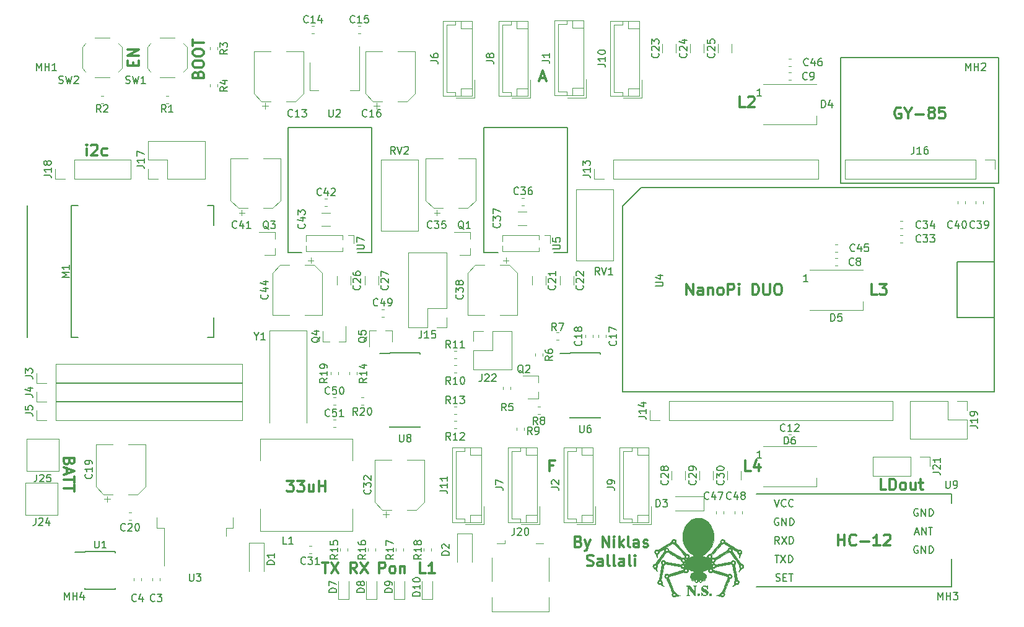
<source format=gbr>
G04 #@! TF.GenerationSoftware,KiCad,Pcbnew,(5.0.0)*
G04 #@! TF.CreationDate,2018-12-02T19:46:23+01:00*
G04 #@! TF.ProjectId,Nightmare V2,4E696768746D6172652056322E6B6963,rev?*
G04 #@! TF.SameCoordinates,Original*
G04 #@! TF.FileFunction,Legend,Top*
G04 #@! TF.FilePolarity,Positive*
%FSLAX46Y46*%
G04 Gerber Fmt 4.6, Leading zero omitted, Abs format (unit mm)*
G04 Created by KiCad (PCBNEW (5.0.0)) date 12/02/18 19:46:23*
%MOMM*%
%LPD*%
G01*
G04 APERTURE LIST*
%ADD10C,0.300000*%
%ADD11C,0.200000*%
%ADD12C,0.120000*%
%ADD13C,0.150000*%
%ADD14C,0.010000*%
G04 APERTURE END LIST*
D10*
X112375142Y-95857428D02*
X112303714Y-96071714D01*
X112232285Y-96143142D01*
X112089428Y-96214571D01*
X111875142Y-96214571D01*
X111732285Y-96143142D01*
X111660857Y-96071714D01*
X111589428Y-95928857D01*
X111589428Y-95357428D01*
X113089428Y-95357428D01*
X113089428Y-95857428D01*
X113018000Y-96000285D01*
X112946571Y-96071714D01*
X112803714Y-96143142D01*
X112660857Y-96143142D01*
X112518000Y-96071714D01*
X112446571Y-96000285D01*
X112375142Y-95857428D01*
X112375142Y-95357428D01*
X112018000Y-96786000D02*
X112018000Y-97500285D01*
X111589428Y-96643142D02*
X113089428Y-97143142D01*
X111589428Y-97643142D01*
X113089428Y-97928857D02*
X113089428Y-98786000D01*
X111589428Y-98357428D02*
X113089428Y-98357428D01*
X113089428Y-99071714D02*
X113089428Y-99928857D01*
X111589428Y-99500285D02*
X113089428Y-99500285D01*
X114720857Y-54018571D02*
X114720857Y-53018571D01*
X114720857Y-52518571D02*
X114649428Y-52590000D01*
X114720857Y-52661428D01*
X114792285Y-52590000D01*
X114720857Y-52518571D01*
X114720857Y-52661428D01*
X115363714Y-52661428D02*
X115435142Y-52590000D01*
X115578000Y-52518571D01*
X115935142Y-52518571D01*
X116078000Y-52590000D01*
X116149428Y-52661428D01*
X116220857Y-52804285D01*
X116220857Y-52947142D01*
X116149428Y-53161428D01*
X115292285Y-54018571D01*
X116220857Y-54018571D01*
X117506571Y-53947142D02*
X117363714Y-54018571D01*
X117078000Y-54018571D01*
X116935142Y-53947142D01*
X116863714Y-53875714D01*
X116792285Y-53732857D01*
X116792285Y-53304285D01*
X116863714Y-53161428D01*
X116935142Y-53090000D01*
X117078000Y-53018571D01*
X117363714Y-53018571D01*
X117506571Y-53090000D01*
X223988571Y-99738571D02*
X223274285Y-99738571D01*
X223274285Y-98238571D01*
X224488571Y-99738571D02*
X224488571Y-98238571D01*
X224845714Y-98238571D01*
X225060000Y-98310000D01*
X225202857Y-98452857D01*
X225274285Y-98595714D01*
X225345714Y-98881428D01*
X225345714Y-99095714D01*
X225274285Y-99381428D01*
X225202857Y-99524285D01*
X225060000Y-99667142D01*
X224845714Y-99738571D01*
X224488571Y-99738571D01*
X226202857Y-99738571D02*
X226060000Y-99667142D01*
X225988571Y-99595714D01*
X225917142Y-99452857D01*
X225917142Y-99024285D01*
X225988571Y-98881428D01*
X226060000Y-98810000D01*
X226202857Y-98738571D01*
X226417142Y-98738571D01*
X226560000Y-98810000D01*
X226631428Y-98881428D01*
X226702857Y-99024285D01*
X226702857Y-99452857D01*
X226631428Y-99595714D01*
X226560000Y-99667142D01*
X226417142Y-99738571D01*
X226202857Y-99738571D01*
X227988571Y-98738571D02*
X227988571Y-99738571D01*
X227345714Y-98738571D02*
X227345714Y-99524285D01*
X227417142Y-99667142D01*
X227560000Y-99738571D01*
X227774285Y-99738571D01*
X227917142Y-99667142D01*
X227988571Y-99595714D01*
X228488571Y-98738571D02*
X229060000Y-98738571D01*
X228702857Y-98238571D02*
X228702857Y-99524285D01*
X228774285Y-99667142D01*
X228917142Y-99738571D01*
X229060000Y-99738571D01*
X205490000Y-97198571D02*
X204775714Y-97198571D01*
X204775714Y-95698571D01*
X206632857Y-96198571D02*
X206632857Y-97198571D01*
X206275714Y-95627142D02*
X205918571Y-96698571D01*
X206847142Y-96698571D01*
X222762000Y-73068571D02*
X222047714Y-73068571D01*
X222047714Y-71568571D01*
X223119142Y-71568571D02*
X224047714Y-71568571D01*
X223547714Y-72140000D01*
X223762000Y-72140000D01*
X223904857Y-72211428D01*
X223976285Y-72282857D01*
X224047714Y-72425714D01*
X224047714Y-72782857D01*
X223976285Y-72925714D01*
X223904857Y-72997142D01*
X223762000Y-73068571D01*
X223333428Y-73068571D01*
X223190571Y-72997142D01*
X223119142Y-72925714D01*
X204728000Y-47414571D02*
X204013714Y-47414571D01*
X204013714Y-45914571D01*
X205156571Y-46057428D02*
X205228000Y-45986000D01*
X205370857Y-45914571D01*
X205728000Y-45914571D01*
X205870857Y-45986000D01*
X205942285Y-46057428D01*
X206013714Y-46200285D01*
X206013714Y-46343142D01*
X205942285Y-46557428D01*
X205085142Y-47414571D01*
X206013714Y-47414571D01*
X129940857Y-42929714D02*
X130012285Y-42715428D01*
X130083714Y-42644000D01*
X130226571Y-42572571D01*
X130440857Y-42572571D01*
X130583714Y-42644000D01*
X130655142Y-42715428D01*
X130726571Y-42858285D01*
X130726571Y-43429714D01*
X129226571Y-43429714D01*
X129226571Y-42929714D01*
X129298000Y-42786857D01*
X129369428Y-42715428D01*
X129512285Y-42644000D01*
X129655142Y-42644000D01*
X129798000Y-42715428D01*
X129869428Y-42786857D01*
X129940857Y-42929714D01*
X129940857Y-43429714D01*
X129226571Y-41644000D02*
X129226571Y-41358285D01*
X129298000Y-41215428D01*
X129440857Y-41072571D01*
X129726571Y-41001142D01*
X130226571Y-41001142D01*
X130512285Y-41072571D01*
X130655142Y-41215428D01*
X130726571Y-41358285D01*
X130726571Y-41644000D01*
X130655142Y-41786857D01*
X130512285Y-41929714D01*
X130226571Y-42001142D01*
X129726571Y-42001142D01*
X129440857Y-41929714D01*
X129298000Y-41786857D01*
X129226571Y-41644000D01*
X129226571Y-40072571D02*
X129226571Y-39786857D01*
X129298000Y-39644000D01*
X129440857Y-39501142D01*
X129726571Y-39429714D01*
X130226571Y-39429714D01*
X130512285Y-39501142D01*
X130655142Y-39644000D01*
X130726571Y-39786857D01*
X130726571Y-40072571D01*
X130655142Y-40215428D01*
X130512285Y-40358285D01*
X130226571Y-40429714D01*
X129726571Y-40429714D01*
X129440857Y-40358285D01*
X129298000Y-40215428D01*
X129226571Y-40072571D01*
X129226571Y-39001142D02*
X129226571Y-38144000D01*
X130726571Y-38572571D02*
X129226571Y-38572571D01*
X121050857Y-41747142D02*
X121050857Y-41247142D01*
X121836571Y-41032857D02*
X121836571Y-41747142D01*
X120336571Y-41747142D01*
X120336571Y-41032857D01*
X121836571Y-40390000D02*
X120336571Y-40390000D01*
X121836571Y-39532857D01*
X120336571Y-39532857D01*
X176680857Y-43430000D02*
X177395142Y-43430000D01*
X176538000Y-43858571D02*
X177038000Y-42358571D01*
X177538000Y-43858571D01*
X178522285Y-96412857D02*
X178022285Y-96412857D01*
X178022285Y-97198571D02*
X178022285Y-95698571D01*
X178736571Y-95698571D01*
X161040000Y-111168571D02*
X160325714Y-111168571D01*
X160325714Y-109668571D01*
X162325714Y-111168571D02*
X161468571Y-111168571D01*
X161897142Y-111168571D02*
X161897142Y-109668571D01*
X161754285Y-109882857D01*
X161611428Y-110025714D01*
X161468571Y-110097142D01*
X154714000Y-111168571D02*
X154714000Y-109668571D01*
X155285428Y-109668571D01*
X155428285Y-109740000D01*
X155499714Y-109811428D01*
X155571142Y-109954285D01*
X155571142Y-110168571D01*
X155499714Y-110311428D01*
X155428285Y-110382857D01*
X155285428Y-110454285D01*
X154714000Y-110454285D01*
X156428285Y-111168571D02*
X156285428Y-111097142D01*
X156214000Y-111025714D01*
X156142571Y-110882857D01*
X156142571Y-110454285D01*
X156214000Y-110311428D01*
X156285428Y-110240000D01*
X156428285Y-110168571D01*
X156642571Y-110168571D01*
X156785428Y-110240000D01*
X156856857Y-110311428D01*
X156928285Y-110454285D01*
X156928285Y-110882857D01*
X156856857Y-111025714D01*
X156785428Y-111097142D01*
X156642571Y-111168571D01*
X156428285Y-111168571D01*
X157571142Y-110168571D02*
X157571142Y-111168571D01*
X157571142Y-110311428D02*
X157642571Y-110240000D01*
X157785428Y-110168571D01*
X157999714Y-110168571D01*
X158142571Y-110240000D01*
X158214000Y-110382857D01*
X158214000Y-111168571D01*
X151642000Y-111168571D02*
X151142000Y-110454285D01*
X150784857Y-111168571D02*
X150784857Y-109668571D01*
X151356285Y-109668571D01*
X151499142Y-109740000D01*
X151570571Y-109811428D01*
X151642000Y-109954285D01*
X151642000Y-110168571D01*
X151570571Y-110311428D01*
X151499142Y-110382857D01*
X151356285Y-110454285D01*
X150784857Y-110454285D01*
X152142000Y-109668571D02*
X153142000Y-111168571D01*
X153142000Y-109668571D02*
X152142000Y-111168571D01*
X146939142Y-109668571D02*
X147796285Y-109668571D01*
X147367714Y-111168571D02*
X147367714Y-109668571D01*
X148153428Y-109668571D02*
X149153428Y-111168571D01*
X149153428Y-109668571D02*
X148153428Y-111168571D01*
X142101428Y-98492571D02*
X143030000Y-98492571D01*
X142530000Y-99064000D01*
X142744285Y-99064000D01*
X142887142Y-99135428D01*
X142958571Y-99206857D01*
X143030000Y-99349714D01*
X143030000Y-99706857D01*
X142958571Y-99849714D01*
X142887142Y-99921142D01*
X142744285Y-99992571D01*
X142315714Y-99992571D01*
X142172857Y-99921142D01*
X142101428Y-99849714D01*
X143530000Y-98492571D02*
X144458571Y-98492571D01*
X143958571Y-99064000D01*
X144172857Y-99064000D01*
X144315714Y-99135428D01*
X144387142Y-99206857D01*
X144458571Y-99349714D01*
X144458571Y-99706857D01*
X144387142Y-99849714D01*
X144315714Y-99921142D01*
X144172857Y-99992571D01*
X143744285Y-99992571D01*
X143601428Y-99921142D01*
X143530000Y-99849714D01*
X145744285Y-98992571D02*
X145744285Y-99992571D01*
X145101428Y-98992571D02*
X145101428Y-99778285D01*
X145172857Y-99921142D01*
X145315714Y-99992571D01*
X145530000Y-99992571D01*
X145672857Y-99921142D01*
X145744285Y-99849714D01*
X146458571Y-99992571D02*
X146458571Y-98492571D01*
X146458571Y-99206857D02*
X147315714Y-99206857D01*
X147315714Y-99992571D02*
X147315714Y-98492571D01*
X181971714Y-106821857D02*
X182186000Y-106893285D01*
X182257428Y-106964714D01*
X182328857Y-107107571D01*
X182328857Y-107321857D01*
X182257428Y-107464714D01*
X182186000Y-107536142D01*
X182043142Y-107607571D01*
X181471714Y-107607571D01*
X181471714Y-106107571D01*
X181971714Y-106107571D01*
X182114571Y-106179000D01*
X182186000Y-106250428D01*
X182257428Y-106393285D01*
X182257428Y-106536142D01*
X182186000Y-106679000D01*
X182114571Y-106750428D01*
X181971714Y-106821857D01*
X181471714Y-106821857D01*
X182828857Y-106607571D02*
X183186000Y-107607571D01*
X183543142Y-106607571D02*
X183186000Y-107607571D01*
X183043142Y-107964714D01*
X182971714Y-108036142D01*
X182828857Y-108107571D01*
X185257428Y-107607571D02*
X185257428Y-106107571D01*
X186114571Y-107607571D01*
X186114571Y-106107571D01*
X186828857Y-107607571D02*
X186828857Y-106607571D01*
X186828857Y-106107571D02*
X186757428Y-106179000D01*
X186828857Y-106250428D01*
X186900285Y-106179000D01*
X186828857Y-106107571D01*
X186828857Y-106250428D01*
X187543142Y-107607571D02*
X187543142Y-106107571D01*
X187686000Y-107036142D02*
X188114571Y-107607571D01*
X188114571Y-106607571D02*
X187543142Y-107179000D01*
X188971714Y-107607571D02*
X188828857Y-107536142D01*
X188757428Y-107393285D01*
X188757428Y-106107571D01*
X190186000Y-107607571D02*
X190186000Y-106821857D01*
X190114571Y-106679000D01*
X189971714Y-106607571D01*
X189686000Y-106607571D01*
X189543142Y-106679000D01*
X190186000Y-107536142D02*
X190043142Y-107607571D01*
X189686000Y-107607571D01*
X189543142Y-107536142D01*
X189471714Y-107393285D01*
X189471714Y-107250428D01*
X189543142Y-107107571D01*
X189686000Y-107036142D01*
X190043142Y-107036142D01*
X190186000Y-106964714D01*
X190828857Y-107536142D02*
X190971714Y-107607571D01*
X191257428Y-107607571D01*
X191400285Y-107536142D01*
X191471714Y-107393285D01*
X191471714Y-107321857D01*
X191400285Y-107179000D01*
X191257428Y-107107571D01*
X191043142Y-107107571D01*
X190900285Y-107036142D01*
X190828857Y-106893285D01*
X190828857Y-106821857D01*
X190900285Y-106679000D01*
X191043142Y-106607571D01*
X191257428Y-106607571D01*
X191400285Y-106679000D01*
X183114571Y-110086142D02*
X183328857Y-110157571D01*
X183686000Y-110157571D01*
X183828857Y-110086142D01*
X183900285Y-110014714D01*
X183971714Y-109871857D01*
X183971714Y-109729000D01*
X183900285Y-109586142D01*
X183828857Y-109514714D01*
X183686000Y-109443285D01*
X183400285Y-109371857D01*
X183257428Y-109300428D01*
X183186000Y-109229000D01*
X183114571Y-109086142D01*
X183114571Y-108943285D01*
X183186000Y-108800428D01*
X183257428Y-108729000D01*
X183400285Y-108657571D01*
X183757428Y-108657571D01*
X183971714Y-108729000D01*
X185257428Y-110157571D02*
X185257428Y-109371857D01*
X185186000Y-109229000D01*
X185043142Y-109157571D01*
X184757428Y-109157571D01*
X184614571Y-109229000D01*
X185257428Y-110086142D02*
X185114571Y-110157571D01*
X184757428Y-110157571D01*
X184614571Y-110086142D01*
X184543142Y-109943285D01*
X184543142Y-109800428D01*
X184614571Y-109657571D01*
X184757428Y-109586142D01*
X185114571Y-109586142D01*
X185257428Y-109514714D01*
X186186000Y-110157571D02*
X186043142Y-110086142D01*
X185971714Y-109943285D01*
X185971714Y-108657571D01*
X186971714Y-110157571D02*
X186828857Y-110086142D01*
X186757428Y-109943285D01*
X186757428Y-108657571D01*
X188186000Y-110157571D02*
X188186000Y-109371857D01*
X188114571Y-109229000D01*
X187971714Y-109157571D01*
X187686000Y-109157571D01*
X187543142Y-109229000D01*
X188186000Y-110086142D02*
X188043142Y-110157571D01*
X187686000Y-110157571D01*
X187543142Y-110086142D01*
X187471714Y-109943285D01*
X187471714Y-109800428D01*
X187543142Y-109657571D01*
X187686000Y-109586142D01*
X188043142Y-109586142D01*
X188186000Y-109514714D01*
X189114571Y-110157571D02*
X188971714Y-110086142D01*
X188900285Y-109943285D01*
X188900285Y-108657571D01*
X189686000Y-110157571D02*
X189686000Y-109157571D01*
X189686000Y-108657571D02*
X189614571Y-108729000D01*
X189686000Y-108800428D01*
X189757428Y-108729000D01*
X189686000Y-108657571D01*
X189686000Y-108800428D01*
X196735714Y-73068571D02*
X196735714Y-71568571D01*
X197592857Y-73068571D01*
X197592857Y-71568571D01*
X198950000Y-73068571D02*
X198950000Y-72282857D01*
X198878571Y-72140000D01*
X198735714Y-72068571D01*
X198450000Y-72068571D01*
X198307142Y-72140000D01*
X198950000Y-72997142D02*
X198807142Y-73068571D01*
X198450000Y-73068571D01*
X198307142Y-72997142D01*
X198235714Y-72854285D01*
X198235714Y-72711428D01*
X198307142Y-72568571D01*
X198450000Y-72497142D01*
X198807142Y-72497142D01*
X198950000Y-72425714D01*
X199664285Y-72068571D02*
X199664285Y-73068571D01*
X199664285Y-72211428D02*
X199735714Y-72140000D01*
X199878571Y-72068571D01*
X200092857Y-72068571D01*
X200235714Y-72140000D01*
X200307142Y-72282857D01*
X200307142Y-73068571D01*
X201235714Y-73068571D02*
X201092857Y-72997142D01*
X201021428Y-72925714D01*
X200950000Y-72782857D01*
X200950000Y-72354285D01*
X201021428Y-72211428D01*
X201092857Y-72140000D01*
X201235714Y-72068571D01*
X201450000Y-72068571D01*
X201592857Y-72140000D01*
X201664285Y-72211428D01*
X201735714Y-72354285D01*
X201735714Y-72782857D01*
X201664285Y-72925714D01*
X201592857Y-72997142D01*
X201450000Y-73068571D01*
X201235714Y-73068571D01*
X202378571Y-73068571D02*
X202378571Y-71568571D01*
X202950000Y-71568571D01*
X203092857Y-71640000D01*
X203164285Y-71711428D01*
X203235714Y-71854285D01*
X203235714Y-72068571D01*
X203164285Y-72211428D01*
X203092857Y-72282857D01*
X202950000Y-72354285D01*
X202378571Y-72354285D01*
X203878571Y-73068571D02*
X203878571Y-72068571D01*
X203878571Y-71568571D02*
X203807142Y-71640000D01*
X203878571Y-71711428D01*
X203950000Y-71640000D01*
X203878571Y-71568571D01*
X203878571Y-71711428D01*
X205735714Y-73068571D02*
X205735714Y-71568571D01*
X206092857Y-71568571D01*
X206307142Y-71640000D01*
X206450000Y-71782857D01*
X206521428Y-71925714D01*
X206592857Y-72211428D01*
X206592857Y-72425714D01*
X206521428Y-72711428D01*
X206450000Y-72854285D01*
X206307142Y-72997142D01*
X206092857Y-73068571D01*
X205735714Y-73068571D01*
X207235714Y-71568571D02*
X207235714Y-72782857D01*
X207307142Y-72925714D01*
X207378571Y-72997142D01*
X207521428Y-73068571D01*
X207807142Y-73068571D01*
X207950000Y-72997142D01*
X208021428Y-72925714D01*
X208092857Y-72782857D01*
X208092857Y-71568571D01*
X209092857Y-71568571D02*
X209378571Y-71568571D01*
X209521428Y-71640000D01*
X209664285Y-71782857D01*
X209735714Y-72068571D01*
X209735714Y-72568571D01*
X209664285Y-72854285D01*
X209521428Y-72997142D01*
X209378571Y-73068571D01*
X209092857Y-73068571D01*
X208950000Y-72997142D01*
X208807142Y-72854285D01*
X208735714Y-72568571D01*
X208735714Y-72068571D01*
X208807142Y-71782857D01*
X208950000Y-71640000D01*
X209092857Y-71568571D01*
X217444285Y-107358571D02*
X217444285Y-105858571D01*
X217444285Y-106572857D02*
X218301428Y-106572857D01*
X218301428Y-107358571D02*
X218301428Y-105858571D01*
X219872857Y-107215714D02*
X219801428Y-107287142D01*
X219587142Y-107358571D01*
X219444285Y-107358571D01*
X219230000Y-107287142D01*
X219087142Y-107144285D01*
X219015714Y-107001428D01*
X218944285Y-106715714D01*
X218944285Y-106501428D01*
X219015714Y-106215714D01*
X219087142Y-106072857D01*
X219230000Y-105930000D01*
X219444285Y-105858571D01*
X219587142Y-105858571D01*
X219801428Y-105930000D01*
X219872857Y-106001428D01*
X220515714Y-106787142D02*
X221658571Y-106787142D01*
X223158571Y-107358571D02*
X222301428Y-107358571D01*
X222730000Y-107358571D02*
X222730000Y-105858571D01*
X222587142Y-106072857D01*
X222444285Y-106215714D01*
X222301428Y-106287142D01*
X223730000Y-106001428D02*
X223801428Y-105930000D01*
X223944285Y-105858571D01*
X224301428Y-105858571D01*
X224444285Y-105930000D01*
X224515714Y-106001428D01*
X224587142Y-106144285D01*
X224587142Y-106287142D01*
X224515714Y-106501428D01*
X223658571Y-107358571D01*
X224587142Y-107358571D01*
X225992857Y-47510000D02*
X225850000Y-47438571D01*
X225635714Y-47438571D01*
X225421428Y-47510000D01*
X225278571Y-47652857D01*
X225207142Y-47795714D01*
X225135714Y-48081428D01*
X225135714Y-48295714D01*
X225207142Y-48581428D01*
X225278571Y-48724285D01*
X225421428Y-48867142D01*
X225635714Y-48938571D01*
X225778571Y-48938571D01*
X225992857Y-48867142D01*
X226064285Y-48795714D01*
X226064285Y-48295714D01*
X225778571Y-48295714D01*
X226992857Y-48224285D02*
X226992857Y-48938571D01*
X226492857Y-47438571D02*
X226992857Y-48224285D01*
X227492857Y-47438571D01*
X227992857Y-48367142D02*
X229135714Y-48367142D01*
X230064285Y-48081428D02*
X229921428Y-48010000D01*
X229850000Y-47938571D01*
X229778571Y-47795714D01*
X229778571Y-47724285D01*
X229850000Y-47581428D01*
X229921428Y-47510000D01*
X230064285Y-47438571D01*
X230350000Y-47438571D01*
X230492857Y-47510000D01*
X230564285Y-47581428D01*
X230635714Y-47724285D01*
X230635714Y-47795714D01*
X230564285Y-47938571D01*
X230492857Y-48010000D01*
X230350000Y-48081428D01*
X230064285Y-48081428D01*
X229921428Y-48152857D01*
X229850000Y-48224285D01*
X229778571Y-48367142D01*
X229778571Y-48652857D01*
X229850000Y-48795714D01*
X229921428Y-48867142D01*
X230064285Y-48938571D01*
X230350000Y-48938571D01*
X230492857Y-48867142D01*
X230564285Y-48795714D01*
X230635714Y-48652857D01*
X230635714Y-48367142D01*
X230564285Y-48224285D01*
X230492857Y-48152857D01*
X230350000Y-48081428D01*
X231992857Y-47438571D02*
X231278571Y-47438571D01*
X231207142Y-48152857D01*
X231278571Y-48081428D01*
X231421428Y-48010000D01*
X231778571Y-48010000D01*
X231921428Y-48081428D01*
X231992857Y-48152857D01*
X232064285Y-48295714D01*
X232064285Y-48652857D01*
X231992857Y-48795714D01*
X231921428Y-48867142D01*
X231778571Y-48938571D01*
X231421428Y-48938571D01*
X231278571Y-48867142D01*
X231207142Y-48795714D01*
D11*
X217805000Y-40640000D02*
X217805000Y-57785000D01*
X239395000Y-40640000D02*
X217805000Y-40640000D01*
X239395000Y-57785000D02*
X239395000Y-40640000D01*
X217805000Y-57785000D02*
X239395000Y-57785000D01*
X142240000Y-67310000D02*
X144145000Y-67310000D01*
X142240000Y-50165000D02*
X142240000Y-67310000D01*
X153670000Y-50165000D02*
X142240000Y-50165000D01*
X153670000Y-67310000D02*
X153670000Y-50165000D01*
X151765000Y-67310000D02*
X153670000Y-67310000D01*
X180465000Y-67310000D02*
X178560000Y-67310000D01*
X180465000Y-50165000D02*
X180465000Y-67310000D01*
X169035000Y-50165000D02*
X180465000Y-50165000D01*
X169035000Y-67310000D02*
X169035000Y-50165000D01*
X170940000Y-67310000D02*
X169035000Y-67310000D01*
D12*
G04 #@! TO.C,J19*
X235010000Y-87570000D02*
X235010000Y-88900000D01*
X233680000Y-87570000D02*
X235010000Y-87570000D01*
X235010000Y-90170000D02*
X235010000Y-92770000D01*
X232410000Y-90170000D02*
X235010000Y-90170000D01*
X232410000Y-87570000D02*
X232410000Y-90170000D01*
X235010000Y-92770000D02*
X227270000Y-92770000D01*
X232410000Y-87570000D02*
X227270000Y-87570000D01*
X227270000Y-87570000D02*
X227270000Y-92770000D01*
D13*
G04 #@! TO.C,U9*
X206248000Y-100330000D02*
X232918000Y-100330000D01*
X232918000Y-100330000D02*
X232918000Y-101600000D01*
X206248000Y-113030000D02*
X232918000Y-113030000D01*
X232918000Y-113030000D02*
X232918000Y-109220000D01*
D12*
G04 #@! TO.C,RV2*
X154950000Y-54551000D02*
X160020000Y-54551000D01*
X154950000Y-64321000D02*
X160020000Y-64321000D01*
X160020000Y-64321000D02*
X160020000Y-54551000D01*
X154950000Y-64321000D02*
X154950000Y-54551000D01*
G04 #@! TO.C,J24*
X106385000Y-98765000D02*
X110785000Y-98765000D01*
X106385000Y-103165000D02*
X106385000Y-98765000D01*
X110785000Y-103165000D02*
X106385000Y-103165000D01*
X110785000Y-98765000D02*
X110785000Y-103165000D01*
G04 #@! TO.C,J25*
X110912000Y-92796000D02*
X110912000Y-97196000D01*
X110912000Y-97196000D02*
X106512000Y-97196000D01*
X106512000Y-97196000D02*
X106512000Y-92796000D01*
X106512000Y-92796000D02*
X110912000Y-92796000D01*
G04 #@! TO.C,J22*
X167580000Y-83245000D02*
X172780000Y-83245000D01*
X167580000Y-80645000D02*
X167580000Y-83245000D01*
X172780000Y-78045000D02*
X172780000Y-83245000D01*
X167580000Y-80645000D02*
X170180000Y-80645000D01*
X170180000Y-80645000D02*
X170180000Y-78045000D01*
X170180000Y-78045000D02*
X172780000Y-78045000D01*
X167580000Y-79375000D02*
X167580000Y-78045000D01*
X167580000Y-78045000D02*
X168910000Y-78045000D01*
G04 #@! TO.C,Y1*
X144790000Y-90550000D02*
X144790000Y-77950000D01*
X144790000Y-77950000D02*
X139690000Y-77950000D01*
X139690000Y-77950000D02*
X139690000Y-90550000D01*
G04 #@! TO.C,J18*
X120710000Y-57210000D02*
X120710000Y-54550000D01*
X113030000Y-57210000D02*
X120710000Y-57210000D01*
X113030000Y-54550000D02*
X120710000Y-54550000D01*
X113030000Y-57210000D02*
X113030000Y-54550000D01*
X111760000Y-57210000D02*
X110430000Y-57210000D01*
X110430000Y-57210000D02*
X110430000Y-55880000D01*
G04 #@! TO.C,SW1*
X128450000Y-39190000D02*
X127960000Y-38700000D01*
X128450000Y-42090000D02*
X128450000Y-39190000D01*
X128450000Y-42090000D02*
X127960000Y-42580000D01*
X123010000Y-42090000D02*
X123010000Y-39190000D01*
X123010000Y-42090000D02*
X123500000Y-42580000D01*
X126770000Y-37920000D02*
X124690000Y-37920000D01*
X123010000Y-39190000D02*
X123500000Y-38700000D01*
X126770000Y-43360000D02*
X124690000Y-43360000D01*
G04 #@! TO.C,SW2*
X117880000Y-43360000D02*
X115800000Y-43360000D01*
X114120000Y-39190000D02*
X114610000Y-38700000D01*
X117880000Y-37920000D02*
X115800000Y-37920000D01*
X114120000Y-42090000D02*
X114610000Y-42580000D01*
X114120000Y-42090000D02*
X114120000Y-39190000D01*
X119560000Y-42090000D02*
X119070000Y-42580000D01*
X119560000Y-42090000D02*
X119560000Y-39190000D01*
X119560000Y-39190000D02*
X119070000Y-38700000D01*
G04 #@! TO.C,C44*
X145751250Y-68346250D02*
X144963750Y-68346250D01*
X145357500Y-67952500D02*
X145357500Y-68740000D01*
X141164437Y-68980000D02*
X140100000Y-70044437D01*
X145855563Y-68980000D02*
X146920000Y-70044437D01*
X145855563Y-68980000D02*
X144570000Y-68980000D01*
X141164437Y-68980000D02*
X142450000Y-68980000D01*
X140100000Y-70044437D02*
X140100000Y-75800000D01*
X146920000Y-70044437D02*
X146920000Y-75800000D01*
X146920000Y-75800000D02*
X144570000Y-75800000D01*
X140100000Y-75800000D02*
X142450000Y-75800000D01*
G04 #@! TO.C,C16*
X159620000Y-39770000D02*
X157270000Y-39770000D01*
X152800000Y-39770000D02*
X155150000Y-39770000D01*
X152800000Y-45525563D02*
X152800000Y-39770000D01*
X159620000Y-45525563D02*
X159620000Y-39770000D01*
X158555563Y-46590000D02*
X157270000Y-46590000D01*
X153864437Y-46590000D02*
X155150000Y-46590000D01*
X153864437Y-46590000D02*
X152800000Y-45525563D01*
X158555563Y-46590000D02*
X159620000Y-45525563D01*
X154362500Y-47617500D02*
X154362500Y-46830000D01*
X153968750Y-47223750D02*
X154756250Y-47223750D01*
G04 #@! TO.C,C35*
X162223750Y-61828750D02*
X163011250Y-61828750D01*
X162617500Y-62222500D02*
X162617500Y-61435000D01*
X166810563Y-61195000D02*
X167875000Y-60130563D01*
X162119437Y-61195000D02*
X161055000Y-60130563D01*
X162119437Y-61195000D02*
X163405000Y-61195000D01*
X166810563Y-61195000D02*
X165525000Y-61195000D01*
X167875000Y-60130563D02*
X167875000Y-54375000D01*
X161055000Y-60130563D02*
X161055000Y-54375000D01*
X161055000Y-54375000D02*
X163405000Y-54375000D01*
X167875000Y-54375000D02*
X165525000Y-54375000D01*
G04 #@! TO.C,C13*
X144380000Y-39770000D02*
X142030000Y-39770000D01*
X137560000Y-39770000D02*
X139910000Y-39770000D01*
X137560000Y-45525563D02*
X137560000Y-39770000D01*
X144380000Y-45525563D02*
X144380000Y-39770000D01*
X143315563Y-46590000D02*
X142030000Y-46590000D01*
X138624437Y-46590000D02*
X139910000Y-46590000D01*
X138624437Y-46590000D02*
X137560000Y-45525563D01*
X143315563Y-46590000D02*
X144380000Y-45525563D01*
X139122500Y-47617500D02*
X139122500Y-46830000D01*
X138728750Y-47223750D02*
X139516250Y-47223750D01*
G04 #@! TO.C,C38*
X172421250Y-68346250D02*
X171633750Y-68346250D01*
X172027500Y-67952500D02*
X172027500Y-68740000D01*
X167834437Y-68980000D02*
X166770000Y-70044437D01*
X172525563Y-68980000D02*
X173590000Y-70044437D01*
X172525563Y-68980000D02*
X171240000Y-68980000D01*
X167834437Y-68980000D02*
X169120000Y-68980000D01*
X166770000Y-70044437D02*
X166770000Y-75800000D01*
X173590000Y-70044437D02*
X173590000Y-75800000D01*
X173590000Y-75800000D02*
X171240000Y-75800000D01*
X166770000Y-75800000D02*
X169120000Y-75800000D01*
G04 #@! TO.C,C41*
X141205000Y-54375000D02*
X138855000Y-54375000D01*
X134385000Y-54375000D02*
X136735000Y-54375000D01*
X134385000Y-60130563D02*
X134385000Y-54375000D01*
X141205000Y-60130563D02*
X141205000Y-54375000D01*
X140140563Y-61195000D02*
X138855000Y-61195000D01*
X135449437Y-61195000D02*
X136735000Y-61195000D01*
X135449437Y-61195000D02*
X134385000Y-60130563D01*
X140140563Y-61195000D02*
X141205000Y-60130563D01*
X135947500Y-62222500D02*
X135947500Y-61435000D01*
X135553750Y-61828750D02*
X136341250Y-61828750D01*
G04 #@! TO.C,C32*
X155238750Y-103103750D02*
X156026250Y-103103750D01*
X155632500Y-103497500D02*
X155632500Y-102710000D01*
X159825563Y-102470000D02*
X160890000Y-101405563D01*
X155134437Y-102470000D02*
X154070000Y-101405563D01*
X155134437Y-102470000D02*
X156420000Y-102470000D01*
X159825563Y-102470000D02*
X158540000Y-102470000D01*
X160890000Y-101405563D02*
X160890000Y-95650000D01*
X154070000Y-101405563D02*
X154070000Y-95650000D01*
X154070000Y-95650000D02*
X156420000Y-95650000D01*
X160890000Y-95650000D02*
X158540000Y-95650000D01*
G04 #@! TO.C,C19*
X122790000Y-93545000D02*
X120440000Y-93545000D01*
X115970000Y-93545000D02*
X118320000Y-93545000D01*
X115970000Y-99300563D02*
X115970000Y-93545000D01*
X122790000Y-99300563D02*
X122790000Y-93545000D01*
X121725563Y-100365000D02*
X120440000Y-100365000D01*
X117034437Y-100365000D02*
X118320000Y-100365000D01*
X117034437Y-100365000D02*
X115970000Y-99300563D01*
X121725563Y-100365000D02*
X122790000Y-99300563D01*
X117532500Y-101392500D02*
X117532500Y-100605000D01*
X117138750Y-100998750D02*
X117926250Y-100998750D01*
G04 #@! TO.C,C36*
X174213733Y-59815000D02*
X174556267Y-59815000D01*
X174213733Y-60835000D02*
X174556267Y-60835000D01*
G04 #@! TO.C,C31*
X145459267Y-107440000D02*
X145116733Y-107440000D01*
X145459267Y-108460000D02*
X145116733Y-108460000D01*
G04 #@! TO.C,C45*
X217341267Y-67185000D02*
X216998733Y-67185000D01*
X217341267Y-66165000D02*
X216998733Y-66165000D01*
G04 #@! TO.C,C46*
X210648733Y-41785000D02*
X210991267Y-41785000D01*
X210648733Y-40765000D02*
X210991267Y-40765000D01*
G04 #@! TO.C,C40*
X234825000Y-60280733D02*
X234825000Y-60623267D01*
X233805000Y-60280733D02*
X233805000Y-60623267D01*
G04 #@! TO.C,C47*
X200785000Y-102698733D02*
X200785000Y-103041267D01*
X201805000Y-102698733D02*
X201805000Y-103041267D01*
G04 #@! TO.C,C48*
X204345000Y-102698733D02*
X204345000Y-103041267D01*
X203325000Y-102698733D02*
X203325000Y-103041267D01*
G04 #@! TO.C,C49*
X155008733Y-76075000D02*
X155351267Y-76075000D01*
X155008733Y-75055000D02*
X155351267Y-75055000D01*
G04 #@! TO.C,C34*
X226231267Y-62990000D02*
X225888733Y-62990000D01*
X226231267Y-64010000D02*
X225888733Y-64010000D01*
G04 #@! TO.C,C33*
X226231267Y-65915000D02*
X225888733Y-65915000D01*
X226231267Y-64895000D02*
X225888733Y-64895000D01*
G04 #@! TO.C,C50*
X148418733Y-88140000D02*
X148761267Y-88140000D01*
X148418733Y-87120000D02*
X148761267Y-87120000D01*
G04 #@! TO.C,C51*
X148418733Y-90168000D02*
X148761267Y-90168000D01*
X148418733Y-91188000D02*
X148761267Y-91188000D01*
G04 #@! TO.C,C42*
X147289733Y-59942000D02*
X147632267Y-59942000D01*
X147289733Y-60962000D02*
X147632267Y-60962000D01*
G04 #@! TO.C,C39*
X236218000Y-60280733D02*
X236218000Y-60623267D01*
X237238000Y-60280733D02*
X237238000Y-60623267D01*
G04 #@! TO.C,C3*
X123696000Y-111842733D02*
X123696000Y-112185267D01*
X124716000Y-111842733D02*
X124716000Y-112185267D01*
G04 #@! TO.C,C9*
X210648733Y-43690000D02*
X210991267Y-43690000D01*
X210648733Y-42670000D02*
X210991267Y-42670000D01*
G04 #@! TO.C,C12*
X210648733Y-93220000D02*
X210991267Y-93220000D01*
X210648733Y-92200000D02*
X210991267Y-92200000D01*
G04 #@! TO.C,C14*
X145483733Y-36320000D02*
X145826267Y-36320000D01*
X145483733Y-37340000D02*
X145826267Y-37340000D01*
G04 #@! TO.C,C15*
X151833733Y-37340000D02*
X152176267Y-37340000D01*
X151833733Y-36320000D02*
X152176267Y-36320000D01*
G04 #@! TO.C,C17*
X184656000Y-78911267D02*
X184656000Y-78568733D01*
X185676000Y-78911267D02*
X185676000Y-78568733D01*
G04 #@! TO.C,C18*
X183898000Y-78911267D02*
X183898000Y-78568733D01*
X182878000Y-78911267D02*
X182878000Y-78568733D01*
G04 #@! TO.C,C8*
X217341267Y-69090000D02*
X216998733Y-69090000D01*
X217341267Y-68070000D02*
X216998733Y-68070000D01*
G04 #@! TO.C,C20*
X120821267Y-102868000D02*
X120478733Y-102868000D01*
X120821267Y-103888000D02*
X120478733Y-103888000D01*
G04 #@! TO.C,C4*
X122176000Y-111842733D02*
X122176000Y-112185267D01*
X121156000Y-111842733D02*
X121156000Y-112185267D01*
G04 #@! TO.C,C25*
X202840000Y-39972064D02*
X202840000Y-38767936D01*
X201020000Y-39972064D02*
X201020000Y-38767936D01*
G04 #@! TO.C,C23*
X193400000Y-39972064D02*
X193400000Y-38767936D01*
X195220000Y-39972064D02*
X195220000Y-38767936D01*
G04 #@! TO.C,C24*
X199030000Y-39972064D02*
X199030000Y-38767936D01*
X197210000Y-39972064D02*
X197210000Y-38767936D01*
G04 #@! TO.C,C43*
X146841936Y-61828000D02*
X148046064Y-61828000D01*
X146841936Y-63648000D02*
X148046064Y-63648000D01*
G04 #@! TO.C,C26*
X148950000Y-70517936D02*
X148950000Y-71722064D01*
X150770000Y-70517936D02*
X150770000Y-71722064D01*
G04 #@! TO.C,C27*
X154580000Y-70517936D02*
X154580000Y-71722064D01*
X152760000Y-70517936D02*
X152760000Y-71722064D01*
G04 #@! TO.C,C28*
X196490000Y-98392064D02*
X196490000Y-97187936D01*
X194670000Y-98392064D02*
X194670000Y-97187936D01*
G04 #@! TO.C,C21*
X177440000Y-70517936D02*
X177440000Y-71722064D01*
X175620000Y-70517936D02*
X175620000Y-71722064D01*
G04 #@! TO.C,C37*
X173644936Y-63521000D02*
X174849064Y-63521000D01*
X173644936Y-61701000D02*
X174849064Y-61701000D01*
G04 #@! TO.C,C30*
X202290000Y-98392064D02*
X202290000Y-97187936D01*
X204110000Y-98392064D02*
X204110000Y-97187936D01*
G04 #@! TO.C,C22*
X179430000Y-70517936D02*
X179430000Y-71722064D01*
X181250000Y-70517936D02*
X181250000Y-71722064D01*
G04 #@! TO.C,C29*
X198480000Y-98392064D02*
X198480000Y-97187936D01*
X200300000Y-98392064D02*
X200300000Y-97187936D01*
G04 #@! TO.C,J1*
X182950000Y-46090000D02*
X182950000Y-43590000D01*
X180450000Y-46090000D02*
X182950000Y-46090000D01*
X181150000Y-36570000D02*
X182650000Y-36570000D01*
X181150000Y-35570000D02*
X181150000Y-36570000D01*
X181150000Y-44790000D02*
X182650000Y-44790000D01*
X181150000Y-45790000D02*
X181150000Y-44790000D01*
X180340000Y-36070000D02*
X180340000Y-35570000D01*
X179130000Y-36070000D02*
X180340000Y-36070000D01*
X179130000Y-45290000D02*
X179130000Y-36070000D01*
X180340000Y-45290000D02*
X179130000Y-45290000D01*
X180340000Y-45790000D02*
X180340000Y-45290000D01*
X178630000Y-35570000D02*
X178630000Y-45790000D01*
X182650000Y-35570000D02*
X178630000Y-35570000D01*
X182650000Y-45790000D02*
X182650000Y-35570000D01*
X178630000Y-45790000D02*
X182650000Y-45790000D01*
G04 #@! TO.C,J2*
X184220000Y-104470000D02*
X184220000Y-101970000D01*
X181720000Y-104470000D02*
X184220000Y-104470000D01*
X182420000Y-94950000D02*
X183920000Y-94950000D01*
X182420000Y-93950000D02*
X182420000Y-94950000D01*
X182420000Y-103170000D02*
X183920000Y-103170000D01*
X182420000Y-104170000D02*
X182420000Y-103170000D01*
X181610000Y-94450000D02*
X181610000Y-93950000D01*
X180400000Y-94450000D02*
X181610000Y-94450000D01*
X180400000Y-103670000D02*
X180400000Y-94450000D01*
X181610000Y-103670000D02*
X180400000Y-103670000D01*
X181610000Y-104170000D02*
X181610000Y-103670000D01*
X179900000Y-93950000D02*
X179900000Y-104170000D01*
X183920000Y-93950000D02*
X179900000Y-93950000D01*
X183920000Y-104170000D02*
X183920000Y-93950000D01*
X179900000Y-104170000D02*
X183920000Y-104170000D01*
G04 #@! TO.C,J6*
X167710000Y-46130000D02*
X167710000Y-43630000D01*
X165210000Y-46130000D02*
X167710000Y-46130000D01*
X165910000Y-36610000D02*
X167410000Y-36610000D01*
X165910000Y-35610000D02*
X165910000Y-36610000D01*
X165910000Y-44830000D02*
X167410000Y-44830000D01*
X165910000Y-45830000D02*
X165910000Y-44830000D01*
X165100000Y-36110000D02*
X165100000Y-35610000D01*
X163890000Y-36110000D02*
X165100000Y-36110000D01*
X163890000Y-45330000D02*
X163890000Y-36110000D01*
X165100000Y-45330000D02*
X163890000Y-45330000D01*
X165100000Y-45830000D02*
X165100000Y-45330000D01*
X163390000Y-35610000D02*
X163390000Y-45830000D01*
X167410000Y-35610000D02*
X163390000Y-35610000D01*
X167410000Y-45830000D02*
X167410000Y-35610000D01*
X163390000Y-45830000D02*
X167410000Y-45830000D01*
G04 #@! TO.C,J7*
X176600000Y-104470000D02*
X176600000Y-101970000D01*
X174100000Y-104470000D02*
X176600000Y-104470000D01*
X174800000Y-94950000D02*
X176300000Y-94950000D01*
X174800000Y-93950000D02*
X174800000Y-94950000D01*
X174800000Y-103170000D02*
X176300000Y-103170000D01*
X174800000Y-104170000D02*
X174800000Y-103170000D01*
X173990000Y-94450000D02*
X173990000Y-93950000D01*
X172780000Y-94450000D02*
X173990000Y-94450000D01*
X172780000Y-103670000D02*
X172780000Y-94450000D01*
X173990000Y-103670000D02*
X172780000Y-103670000D01*
X173990000Y-104170000D02*
X173990000Y-103670000D01*
X172280000Y-93950000D02*
X172280000Y-104170000D01*
X176300000Y-93950000D02*
X172280000Y-93950000D01*
X176300000Y-104170000D02*
X176300000Y-93950000D01*
X172280000Y-104170000D02*
X176300000Y-104170000D01*
G04 #@! TO.C,J8*
X175330000Y-46130000D02*
X175330000Y-43630000D01*
X172830000Y-46130000D02*
X175330000Y-46130000D01*
X173530000Y-36610000D02*
X175030000Y-36610000D01*
X173530000Y-35610000D02*
X173530000Y-36610000D01*
X173530000Y-44830000D02*
X175030000Y-44830000D01*
X173530000Y-45830000D02*
X173530000Y-44830000D01*
X172720000Y-36110000D02*
X172720000Y-35610000D01*
X171510000Y-36110000D02*
X172720000Y-36110000D01*
X171510000Y-45330000D02*
X171510000Y-36110000D01*
X172720000Y-45330000D02*
X171510000Y-45330000D01*
X172720000Y-45830000D02*
X172720000Y-45330000D01*
X171010000Y-35610000D02*
X171010000Y-45830000D01*
X175030000Y-35610000D02*
X171010000Y-35610000D01*
X175030000Y-45830000D02*
X175030000Y-35610000D01*
X171010000Y-45830000D02*
X175030000Y-45830000D01*
G04 #@! TO.C,J10*
X186250000Y-45830000D02*
X190270000Y-45830000D01*
X190270000Y-45830000D02*
X190270000Y-35610000D01*
X190270000Y-35610000D02*
X186250000Y-35610000D01*
X186250000Y-35610000D02*
X186250000Y-45830000D01*
X187960000Y-45830000D02*
X187960000Y-45330000D01*
X187960000Y-45330000D02*
X186750000Y-45330000D01*
X186750000Y-45330000D02*
X186750000Y-36110000D01*
X186750000Y-36110000D02*
X187960000Y-36110000D01*
X187960000Y-36110000D02*
X187960000Y-35610000D01*
X188770000Y-45830000D02*
X188770000Y-44830000D01*
X188770000Y-44830000D02*
X190270000Y-44830000D01*
X188770000Y-35610000D02*
X188770000Y-36610000D01*
X188770000Y-36610000D02*
X190270000Y-36610000D01*
X188070000Y-46130000D02*
X190570000Y-46130000D01*
X190570000Y-46130000D02*
X190570000Y-43630000D01*
G04 #@! TO.C,J11*
X164660000Y-104170000D02*
X168680000Y-104170000D01*
X168680000Y-104170000D02*
X168680000Y-93950000D01*
X168680000Y-93950000D02*
X164660000Y-93950000D01*
X164660000Y-93950000D02*
X164660000Y-104170000D01*
X166370000Y-104170000D02*
X166370000Y-103670000D01*
X166370000Y-103670000D02*
X165160000Y-103670000D01*
X165160000Y-103670000D02*
X165160000Y-94450000D01*
X165160000Y-94450000D02*
X166370000Y-94450000D01*
X166370000Y-94450000D02*
X166370000Y-93950000D01*
X167180000Y-104170000D02*
X167180000Y-103170000D01*
X167180000Y-103170000D02*
X168680000Y-103170000D01*
X167180000Y-93950000D02*
X167180000Y-94950000D01*
X167180000Y-94950000D02*
X168680000Y-94950000D01*
X166480000Y-104470000D02*
X168980000Y-104470000D01*
X168980000Y-104470000D02*
X168980000Y-101970000D01*
G04 #@! TO.C,J9*
X187520000Y-104170000D02*
X191540000Y-104170000D01*
X191540000Y-104170000D02*
X191540000Y-93950000D01*
X191540000Y-93950000D02*
X187520000Y-93950000D01*
X187520000Y-93950000D02*
X187520000Y-104170000D01*
X189230000Y-104170000D02*
X189230000Y-103670000D01*
X189230000Y-103670000D02*
X188020000Y-103670000D01*
X188020000Y-103670000D02*
X188020000Y-94450000D01*
X188020000Y-94450000D02*
X189230000Y-94450000D01*
X189230000Y-94450000D02*
X189230000Y-93950000D01*
X190040000Y-104170000D02*
X190040000Y-103170000D01*
X190040000Y-103170000D02*
X191540000Y-103170000D01*
X190040000Y-93950000D02*
X190040000Y-94950000D01*
X190040000Y-94950000D02*
X191540000Y-94950000D01*
X189340000Y-104470000D02*
X191840000Y-104470000D01*
X191840000Y-104470000D02*
X191840000Y-101970000D01*
G04 #@! TO.C,U7*
X151255000Y-64930000D02*
X151255000Y-66040000D01*
X150495000Y-64930000D02*
X151255000Y-64930000D01*
X149735000Y-66603471D02*
X149735000Y-67150000D01*
X149735000Y-64930000D02*
X149735000Y-65476529D01*
X149735000Y-67150000D02*
X144720000Y-67150000D01*
X149735000Y-64930000D02*
X144720000Y-64930000D01*
X144720000Y-66347530D02*
X144720000Y-67150000D01*
X144720000Y-64930000D02*
X144720000Y-65732470D01*
G04 #@! TO.C,U5*
X171515000Y-64930000D02*
X171515000Y-65732470D01*
X171515000Y-66347530D02*
X171515000Y-67150000D01*
X176530000Y-64930000D02*
X171515000Y-64930000D01*
X176530000Y-67150000D02*
X171515000Y-67150000D01*
X176530000Y-64930000D02*
X176530000Y-65476529D01*
X176530000Y-66603471D02*
X176530000Y-67150000D01*
X177290000Y-64930000D02*
X178050000Y-64930000D01*
X178050000Y-64930000D02*
X178050000Y-66040000D01*
G04 #@! TO.C,J21*
X222190000Y-95190000D02*
X222190000Y-97850000D01*
X227330000Y-95190000D02*
X222190000Y-95190000D01*
X227330000Y-97850000D02*
X222190000Y-97850000D01*
X227330000Y-95190000D02*
X227330000Y-97850000D01*
X228600000Y-95190000D02*
X229930000Y-95190000D01*
X229930000Y-95190000D02*
X229930000Y-96520000D01*
G04 #@! TO.C,J16*
X218380000Y-54550000D02*
X218380000Y-57210000D01*
X236220000Y-54550000D02*
X218380000Y-54550000D01*
X236220000Y-57210000D02*
X218380000Y-57210000D01*
X236220000Y-54550000D02*
X236220000Y-57210000D01*
X237490000Y-54550000D02*
X238820000Y-54550000D01*
X238820000Y-54550000D02*
X238820000Y-55880000D01*
G04 #@! TO.C,J3*
X135950000Y-85150000D02*
X135950000Y-82490000D01*
X110490000Y-85150000D02*
X135950000Y-85150000D01*
X110490000Y-82490000D02*
X135950000Y-82490000D01*
X110490000Y-85150000D02*
X110490000Y-82490000D01*
X109220000Y-85150000D02*
X107890000Y-85150000D01*
X107890000Y-85150000D02*
X107890000Y-83820000D01*
G04 #@! TO.C,J4*
X107890000Y-87690000D02*
X107890000Y-86360000D01*
X109220000Y-87690000D02*
X107890000Y-87690000D01*
X110490000Y-87690000D02*
X110490000Y-85030000D01*
X110490000Y-85030000D02*
X135950000Y-85030000D01*
X110490000Y-87690000D02*
X135950000Y-87690000D01*
X135950000Y-87690000D02*
X135950000Y-85030000D01*
G04 #@! TO.C,J5*
X135950000Y-90230000D02*
X135950000Y-87570000D01*
X110490000Y-90230000D02*
X135950000Y-90230000D01*
X110490000Y-87570000D02*
X135950000Y-87570000D01*
X110490000Y-90230000D02*
X110490000Y-87570000D01*
X109220000Y-90230000D02*
X107890000Y-90230000D01*
X107890000Y-90230000D02*
X107890000Y-88900000D01*
G04 #@! TO.C,J13*
X214690000Y-57210000D02*
X214690000Y-54550000D01*
X186690000Y-57210000D02*
X214690000Y-57210000D01*
X186690000Y-54550000D02*
X214690000Y-54550000D01*
X186690000Y-57210000D02*
X186690000Y-54550000D01*
X185420000Y-57210000D02*
X184090000Y-57210000D01*
X184090000Y-57210000D02*
X184090000Y-55880000D01*
G04 #@! TO.C,J14*
X224850000Y-90230000D02*
X224850000Y-87570000D01*
X194310000Y-90230000D02*
X224850000Y-90230000D01*
X194310000Y-87570000D02*
X224850000Y-87570000D01*
X194310000Y-90230000D02*
X194310000Y-87570000D01*
X193040000Y-90230000D02*
X191710000Y-90230000D01*
X191710000Y-90230000D02*
X191710000Y-88900000D01*
G04 #@! TO.C,J17*
X130870000Y-57210000D02*
X130870000Y-52010000D01*
X125730000Y-57210000D02*
X130870000Y-57210000D01*
X123130000Y-52010000D02*
X130870000Y-52010000D01*
X125730000Y-57210000D02*
X125730000Y-54610000D01*
X125730000Y-54610000D02*
X123130000Y-54610000D01*
X123130000Y-54610000D02*
X123130000Y-52010000D01*
X124460000Y-57210000D02*
X123130000Y-57210000D01*
X123130000Y-57210000D02*
X123130000Y-55880000D01*
G04 #@! TO.C,J15*
X163890000Y-67250000D02*
X158690000Y-67250000D01*
X163890000Y-74930000D02*
X163890000Y-67250000D01*
X158690000Y-77530000D02*
X158690000Y-67250000D01*
X163890000Y-74930000D02*
X161290000Y-74930000D01*
X161290000Y-74930000D02*
X161290000Y-77530000D01*
X161290000Y-77530000D02*
X158690000Y-77530000D01*
X163890000Y-76200000D02*
X163890000Y-77530000D01*
X163890000Y-77530000D02*
X162560000Y-77530000D01*
G04 #@! TO.C,J20*
X170080000Y-116400000D02*
X170080000Y-114450000D01*
X170080000Y-112230000D02*
X170080000Y-109000000D01*
X170800000Y-107080000D02*
X171880000Y-107080000D01*
X176100000Y-107080000D02*
X177180000Y-107080000D01*
X177900000Y-112230000D02*
X177900000Y-109000000D01*
X177900000Y-116400000D02*
X177900000Y-114450000D01*
X171880000Y-107080000D02*
X171880000Y-106650000D01*
X177900000Y-116400000D02*
X170080000Y-116400000D01*
G04 #@! TO.C,D3*
X199100000Y-102600000D02*
X199100000Y-100600000D01*
X199100000Y-100600000D02*
X195200000Y-100600000D01*
X199100000Y-102600000D02*
X195200000Y-102600000D01*
G04 #@! TO.C,D2*
X167370000Y-105700000D02*
X167370000Y-109600000D01*
X165370000Y-105700000D02*
X165370000Y-109600000D01*
X167370000Y-105700000D02*
X165370000Y-105700000D01*
G04 #@! TO.C,D1*
X138922000Y-106970000D02*
X136922000Y-106970000D01*
X136922000Y-106970000D02*
X136922000Y-110870000D01*
X138922000Y-106970000D02*
X138922000Y-110870000D01*
G04 #@! TO.C,L1*
X151080000Y-102360000D02*
X151080000Y-105360000D01*
X151080000Y-105360000D02*
X138480000Y-105360000D01*
X138480000Y-105360000D02*
X138480000Y-102360000D01*
X138480000Y-95760000D02*
X138480000Y-92760000D01*
X138480000Y-92760000D02*
X151080000Y-92760000D01*
X151080000Y-92760000D02*
X151080000Y-95760000D01*
G04 #@! TO.C,D7*
X150595000Y-114690000D02*
X150595000Y-112230000D01*
X149125000Y-114690000D02*
X150595000Y-114690000D01*
X149125000Y-112230000D02*
X149125000Y-114690000D01*
G04 #@! TO.C,D9*
X156745000Y-112230000D02*
X156745000Y-114690000D01*
X156745000Y-114690000D02*
X158215000Y-114690000D01*
X158215000Y-114690000D02*
X158215000Y-112230000D01*
G04 #@! TO.C,D10*
X162025000Y-114690000D02*
X162025000Y-112230000D01*
X160555000Y-114690000D02*
X162025000Y-114690000D01*
X160555000Y-112230000D02*
X160555000Y-114690000D01*
G04 #@! TO.C,D8*
X152935000Y-112230000D02*
X152935000Y-114690000D01*
X152935000Y-114690000D02*
X154405000Y-114690000D01*
X154405000Y-114690000D02*
X154405000Y-112230000D01*
G04 #@! TO.C,D6*
X207170000Y-93770000D02*
X214470000Y-93770000D01*
X207170000Y-99270000D02*
X214470000Y-99270000D01*
X214470000Y-99270000D02*
X214470000Y-98120000D01*
G04 #@! TO.C,D5*
X220820000Y-75140000D02*
X220820000Y-73990000D01*
X213520000Y-75140000D02*
X220820000Y-75140000D01*
X213520000Y-69640000D02*
X220820000Y-69640000D01*
G04 #@! TO.C,D4*
X207170000Y-44240000D02*
X214470000Y-44240000D01*
X207170000Y-49740000D02*
X214470000Y-49740000D01*
X214470000Y-49740000D02*
X214470000Y-48590000D01*
D13*
G04 #@! TO.C,U6*
X180805000Y-81021000D02*
X180805000Y-81046000D01*
X184955000Y-81021000D02*
X184955000Y-81136000D01*
X184955000Y-89921000D02*
X184955000Y-89806000D01*
X180805000Y-89921000D02*
X180805000Y-89806000D01*
X180805000Y-81021000D02*
X184955000Y-81021000D01*
X180805000Y-89921000D02*
X184955000Y-89921000D01*
X180805000Y-81046000D02*
X179430000Y-81046000D01*
G04 #@! TO.C,U8*
X156167000Y-81056000D02*
X154792000Y-81056000D01*
X156167000Y-91181000D02*
X160317000Y-91181000D01*
X156167000Y-81031000D02*
X160317000Y-81031000D01*
X156167000Y-91181000D02*
X156167000Y-91076000D01*
X160317000Y-91181000D02*
X160317000Y-91076000D01*
X160317000Y-81031000D02*
X160317000Y-81136000D01*
X156167000Y-81031000D02*
X156167000Y-81056000D01*
G04 #@! TO.C,U1*
X114511000Y-108169000D02*
X114511000Y-108219000D01*
X118661000Y-108169000D02*
X118661000Y-108314000D01*
X118661000Y-113319000D02*
X118661000Y-113174000D01*
X114511000Y-113319000D02*
X114511000Y-113174000D01*
X114511000Y-108169000D02*
X118661000Y-108169000D01*
X114511000Y-113319000D02*
X118661000Y-113319000D01*
X114511000Y-108219000D02*
X113111000Y-108219000D01*
D12*
G04 #@! TO.C,U2*
X145180000Y-45090000D02*
X146440000Y-45090000D01*
X152000000Y-45090000D02*
X150740000Y-45090000D01*
X145180000Y-41330000D02*
X145180000Y-45090000D01*
X152000000Y-39080000D02*
X152000000Y-45090000D01*
G04 #@! TO.C,Q5*
X156520000Y-77980000D02*
X155590000Y-77980000D01*
X153360000Y-77980000D02*
X154290000Y-77980000D01*
X153360000Y-77980000D02*
X153360000Y-80140000D01*
X156520000Y-77980000D02*
X156520000Y-79440000D01*
G04 #@! TO.C,Q2*
X176480000Y-87300000D02*
X176480000Y-86370000D01*
X176480000Y-84140000D02*
X176480000Y-85070000D01*
X176480000Y-84140000D02*
X174320000Y-84140000D01*
X176480000Y-87300000D02*
X175020000Y-87300000D01*
G04 #@! TO.C,Q4*
X147010000Y-79500000D02*
X147940000Y-79500000D01*
X150170000Y-79500000D02*
X149240000Y-79500000D01*
X150170000Y-79500000D02*
X150170000Y-77340000D01*
X147010000Y-79500000D02*
X147010000Y-78040000D01*
G04 #@! TO.C,Q3*
X140460000Y-67620000D02*
X139000000Y-67620000D01*
X140460000Y-64460000D02*
X138300000Y-64460000D01*
X140460000Y-64460000D02*
X140460000Y-65390000D01*
X140460000Y-67620000D02*
X140460000Y-66690000D01*
G04 #@! TO.C,Q1*
X167130000Y-67620000D02*
X167130000Y-66690000D01*
X167130000Y-64460000D02*
X167130000Y-65390000D01*
X167130000Y-64460000D02*
X164970000Y-64460000D01*
X167130000Y-67620000D02*
X165670000Y-67620000D01*
G04 #@! TO.C,U3*
X133790000Y-104985000D02*
X133790000Y-106085000D01*
X134740000Y-104985000D02*
X133790000Y-104985000D01*
X134740000Y-103485000D02*
X134740000Y-104985000D01*
X125290000Y-104985000D02*
X125290000Y-110110000D01*
X124340000Y-104985000D02*
X125290000Y-104985000D01*
X124340000Y-103485000D02*
X124340000Y-104985000D01*
G04 #@! TO.C,RV1*
X181620000Y-68385000D02*
X181620000Y-58615000D01*
X186690000Y-68385000D02*
X186690000Y-58615000D01*
X181620000Y-68385000D02*
X186690000Y-68385000D01*
X181620000Y-58615000D02*
X186690000Y-58615000D01*
G04 #@! TO.C,R4*
X131570000Y-44278733D02*
X131570000Y-44621267D01*
X132590000Y-44278733D02*
X132590000Y-44621267D01*
G04 #@! TO.C,R20*
X152571267Y-88140000D02*
X152228733Y-88140000D01*
X152571267Y-87120000D02*
X152228733Y-87120000D01*
G04 #@! TO.C,R19*
X149100000Y-83991267D02*
X149100000Y-83648733D01*
X148080000Y-83991267D02*
X148080000Y-83648733D01*
G04 #@! TO.C,R18*
X161800000Y-107778733D02*
X161800000Y-108121267D01*
X160780000Y-107778733D02*
X160780000Y-108121267D01*
G04 #@! TO.C,R17*
X156970000Y-107778733D02*
X156970000Y-108121267D01*
X157990000Y-107778733D02*
X157990000Y-108121267D01*
G04 #@! TO.C,R16*
X154180000Y-107778733D02*
X154180000Y-108121267D01*
X153160000Y-107778733D02*
X153160000Y-108121267D01*
G04 #@! TO.C,R15*
X149350000Y-107778733D02*
X149350000Y-108121267D01*
X150370000Y-107778733D02*
X150370000Y-108121267D01*
G04 #@! TO.C,R1*
X125558733Y-45845000D02*
X125901267Y-45845000D01*
X125558733Y-46865000D02*
X125901267Y-46865000D01*
G04 #@! TO.C,R2*
X116668733Y-46865000D02*
X117011267Y-46865000D01*
X116668733Y-45845000D02*
X117011267Y-45845000D01*
G04 #@! TO.C,R3*
X132590000Y-39198733D02*
X132590000Y-39541267D01*
X131570000Y-39198733D02*
X131570000Y-39541267D01*
G04 #@! TO.C,R6*
X177040000Y-81108733D02*
X177040000Y-81451267D01*
X176020000Y-81108733D02*
X176020000Y-81451267D01*
G04 #@! TO.C,R7*
X179241267Y-79250000D02*
X178898733Y-79250000D01*
X179241267Y-78230000D02*
X178898733Y-78230000D01*
G04 #@! TO.C,R8*
X176701267Y-89410000D02*
X176358733Y-89410000D01*
X176701267Y-88390000D02*
X176358733Y-88390000D01*
G04 #@! TO.C,R9*
X173480000Y-91268733D02*
X173480000Y-91611267D01*
X174500000Y-91268733D02*
X174500000Y-91611267D01*
G04 #@! TO.C,R10*
X164928733Y-83695000D02*
X165271267Y-83695000D01*
X164928733Y-82675000D02*
X165271267Y-82675000D01*
G04 #@! TO.C,R11*
X164928733Y-80770000D02*
X165271267Y-80770000D01*
X164928733Y-81790000D02*
X165271267Y-81790000D01*
G04 #@! TO.C,R12*
X164928733Y-91315000D02*
X165271267Y-91315000D01*
X164928733Y-90295000D02*
X165271267Y-90295000D01*
G04 #@! TO.C,R14*
X151640000Y-83648733D02*
X151640000Y-83991267D01*
X150620000Y-83648733D02*
X150620000Y-83991267D01*
G04 #@! TO.C,R13*
X164928733Y-89410000D02*
X165271267Y-89410000D01*
X164928733Y-88390000D02*
X165271267Y-88390000D01*
G04 #@! TO.C,R5*
X171670000Y-85680733D02*
X171670000Y-86023267D01*
X172690000Y-85680733D02*
X172690000Y-86023267D01*
D13*
G04 #@! TO.C,M1*
X106630000Y-78850000D02*
X106630000Y-60850000D01*
X112630000Y-78850000D02*
X112630000Y-60850000D01*
X132130000Y-78850000D02*
X132130000Y-76150000D01*
X132130000Y-60850000D02*
X132130000Y-63550000D01*
X112630000Y-60850000D02*
X113530000Y-60850000D01*
X112630000Y-78850000D02*
X112630000Y-60850000D01*
X132130000Y-78850000D02*
X131230000Y-78850000D01*
X132130000Y-60850000D02*
X131230000Y-60850000D01*
X112630000Y-78850000D02*
X113530000Y-78850000D01*
G04 #@! TO.C,U4*
X233680000Y-58420000D02*
X190500000Y-58420000D01*
X190500000Y-58420000D02*
X187960000Y-60960000D01*
X187960000Y-60960000D02*
X187960000Y-86360000D01*
X187960000Y-86360000D02*
X233680000Y-86360000D01*
X233680000Y-86360000D02*
X238760000Y-86360000D01*
X238760000Y-86360000D02*
X238760000Y-58420000D01*
X238760000Y-58420000D02*
X233680000Y-58420000D01*
X238760000Y-68580000D02*
X233680000Y-68580000D01*
X233680000Y-68580000D02*
X233680000Y-76200000D01*
X233680000Y-76200000D02*
X238760000Y-76200000D01*
D14*
G04 #@! TO.C,G\002A\002A\002A*
G36*
X198523134Y-103576992D02*
X198792682Y-103633201D01*
X199054611Y-103734672D01*
X199310432Y-103881740D01*
X199343819Y-103904573D01*
X199466374Y-103991829D01*
X199560833Y-104064885D01*
X199638315Y-104133934D01*
X199709937Y-104209168D01*
X199786818Y-104300782D01*
X199816483Y-104337918D01*
X199976497Y-104570481D01*
X200117558Y-104836641D01*
X200236352Y-105126539D01*
X200329566Y-105430320D01*
X200393887Y-105738127D01*
X200426003Y-106040102D01*
X200429091Y-106160455D01*
X200416814Y-106384887D01*
X200382192Y-106632738D01*
X200328540Y-106889031D01*
X200259174Y-107138787D01*
X200177409Y-107367029D01*
X200145698Y-107440776D01*
X200058534Y-107609110D01*
X199947736Y-107786862D01*
X199823598Y-107959372D01*
X199696414Y-108111979D01*
X199617422Y-108193144D01*
X199492379Y-108300810D01*
X199350349Y-108404894D01*
X199199672Y-108500833D01*
X199048691Y-108584062D01*
X198905745Y-108650019D01*
X198779177Y-108694138D01*
X198677327Y-108711856D01*
X198669150Y-108712000D01*
X198629014Y-108717215D01*
X198627013Y-108729933D01*
X198656655Y-108745768D01*
X198711450Y-108760332D01*
X198749228Y-108766126D01*
X198836732Y-108782773D01*
X198953710Y-108813688D01*
X199087356Y-108854572D01*
X199224863Y-108901130D01*
X199353423Y-108949062D01*
X199460229Y-108994072D01*
X199521962Y-109025414D01*
X199625889Y-109086320D01*
X199574308Y-109016553D01*
X199528221Y-108917822D01*
X199525717Y-108855684D01*
X199690182Y-108855684D01*
X199709789Y-108929810D01*
X199760381Y-108982715D01*
X199829616Y-109009161D01*
X199905151Y-109003909D01*
X199963730Y-108971773D01*
X200014649Y-108904724D01*
X200026495Y-108832315D01*
X200003503Y-108765220D01*
X199949909Y-108714112D01*
X199869951Y-108689662D01*
X199851452Y-108688910D01*
X199766833Y-108707131D01*
X199712177Y-108759757D01*
X199690438Y-108843733D01*
X199690182Y-108855684D01*
X199525717Y-108855684D01*
X199523858Y-108809574D01*
X199561192Y-108702030D01*
X199575207Y-108679167D01*
X199651395Y-108595999D01*
X199747039Y-108536277D01*
X199847327Y-108508129D01*
X199887673Y-108507712D01*
X199906909Y-108508312D01*
X199926398Y-108504660D01*
X199949024Y-108493761D01*
X199977674Y-108472620D01*
X200015230Y-108438244D01*
X200064577Y-108387639D01*
X200128600Y-108317810D01*
X200210184Y-108225763D01*
X200312213Y-108108504D01*
X200437572Y-107963039D01*
X200589145Y-107786374D01*
X200641720Y-107725022D01*
X201318091Y-106935641D01*
X201311344Y-106825139D01*
X201317070Y-106764511D01*
X201469823Y-106764511D01*
X201473510Y-106838113D01*
X201507010Y-106899136D01*
X201562145Y-106940771D01*
X201630736Y-106956210D01*
X201704605Y-106938646D01*
X201760080Y-106898202D01*
X201801978Y-106829023D01*
X201799320Y-106753107D01*
X201752287Y-106675171D01*
X201751441Y-106674228D01*
X201694556Y-106640765D01*
X201620787Y-106632814D01*
X201549732Y-106649509D01*
X201504128Y-106685138D01*
X201469823Y-106764511D01*
X201317070Y-106764511D01*
X201322548Y-106706525D01*
X201366750Y-106610852D01*
X201436097Y-106539525D01*
X201522733Y-106493950D01*
X201618803Y-106475534D01*
X201716451Y-106485683D01*
X201807824Y-106525802D01*
X201885066Y-106597300D01*
X201940321Y-106701581D01*
X201943728Y-106711926D01*
X201981033Y-106830271D01*
X202877217Y-107391984D01*
X203091099Y-107525788D01*
X203269421Y-107636666D01*
X203415554Y-107726537D01*
X203532867Y-107797320D01*
X203624731Y-107850934D01*
X203694515Y-107889297D01*
X203745590Y-107914328D01*
X203781326Y-107927946D01*
X203805092Y-107932069D01*
X203820001Y-107928758D01*
X203896370Y-107907483D01*
X203990059Y-107907370D01*
X204077664Y-107927795D01*
X204095974Y-107936091D01*
X204184401Y-108000637D01*
X204243122Y-108092002D01*
X204260019Y-108137365D01*
X204269665Y-108235235D01*
X204245592Y-108339234D01*
X204194046Y-108432350D01*
X204129578Y-108492632D01*
X204072639Y-108543925D01*
X204055253Y-108591065D01*
X204047289Y-108649628D01*
X204027775Y-108735383D01*
X204001261Y-108832236D01*
X203972296Y-108924095D01*
X203945429Y-108994865D01*
X203935315Y-109015403D01*
X203921568Y-109035002D01*
X203911810Y-109033073D01*
X203904763Y-109003696D01*
X203899147Y-108940950D01*
X203893682Y-108838918D01*
X203892728Y-108818356D01*
X203886414Y-108704282D01*
X203878802Y-108627773D01*
X203868199Y-108580213D01*
X203852912Y-108552986D01*
X203838272Y-108541266D01*
X203748416Y-108478247D01*
X203690309Y-108409659D01*
X203650701Y-108319542D01*
X203648492Y-108312688D01*
X203633703Y-108268419D01*
X203617257Y-108232856D01*
X203609766Y-108222884D01*
X203791206Y-108222884D01*
X203804072Y-108285596D01*
X203852437Y-108359864D01*
X203891590Y-108379966D01*
X203953452Y-108387901D01*
X204015870Y-108382449D01*
X204047147Y-108370586D01*
X204074475Y-108337788D01*
X204100144Y-108285876D01*
X204111160Y-108200403D01*
X204082308Y-108124347D01*
X204018823Y-108070265D01*
X204008296Y-108065502D01*
X203930912Y-108053257D01*
X203864780Y-108085580D01*
X203811448Y-108158712D01*
X203791206Y-108222884D01*
X203609766Y-108222884D01*
X203593044Y-108200626D01*
X203554954Y-108166354D01*
X203496878Y-108124666D01*
X203412706Y-108070188D01*
X203296328Y-107997546D01*
X203275531Y-107984637D01*
X203164115Y-107915754D01*
X203066004Y-107855615D01*
X202988059Y-107808384D01*
X202937142Y-107778224D01*
X202920661Y-107769252D01*
X202915542Y-107783751D01*
X202925305Y-107829138D01*
X202935276Y-107859965D01*
X202956119Y-107938000D01*
X202953605Y-108002166D01*
X202944142Y-108036449D01*
X202932816Y-108079230D01*
X202934585Y-108116176D01*
X202953671Y-108159868D01*
X202994296Y-108222889D01*
X203018318Y-108257462D01*
X203219257Y-108544190D01*
X203395658Y-108795209D01*
X203549233Y-109012809D01*
X203681694Y-109199277D01*
X203794753Y-109356903D01*
X203890120Y-109487975D01*
X203969508Y-109594780D01*
X204034629Y-109679608D01*
X204087193Y-109744748D01*
X204128913Y-109792487D01*
X204161501Y-109825113D01*
X204186667Y-109844917D01*
X204206124Y-109854185D01*
X204213609Y-109855539D01*
X204334121Y-109885321D01*
X204429635Y-109951247D01*
X204494351Y-110049119D01*
X204499651Y-110062486D01*
X204522983Y-110131932D01*
X204528965Y-110183299D01*
X204517925Y-110239993D01*
X204502813Y-110287672D01*
X204475604Y-110357214D01*
X204442173Y-110401704D01*
X204387711Y-110437190D01*
X204346163Y-110457410D01*
X204277179Y-110487792D01*
X204224242Y-110507959D01*
X204204455Y-110512889D01*
X204181181Y-110531558D01*
X204145861Y-110579325D01*
X204119412Y-110622797D01*
X204086263Y-110672876D01*
X204038891Y-110734183D01*
X203984681Y-110798513D01*
X203931018Y-110857659D01*
X203885290Y-110903415D01*
X203854881Y-110927575D01*
X203846546Y-110925971D01*
X203854697Y-110899955D01*
X203874392Y-110847910D01*
X203892728Y-110847910D01*
X203904273Y-110859455D01*
X203915819Y-110847910D01*
X203904273Y-110836364D01*
X203892728Y-110847910D01*
X203874392Y-110847910D01*
X203876107Y-110843379D01*
X203906211Y-110768287D01*
X203907437Y-110765300D01*
X203954453Y-110645847D01*
X203982235Y-110559028D01*
X203991771Y-110495957D01*
X203984047Y-110447748D01*
X203960052Y-110405517D01*
X203948964Y-110391654D01*
X203888154Y-110285658D01*
X203870657Y-110164152D01*
X203873939Y-110146391D01*
X204031652Y-110146391D01*
X204041385Y-110223555D01*
X204075341Y-110290988D01*
X204081480Y-110298012D01*
X204150349Y-110344363D01*
X204223713Y-110346219D01*
X204295472Y-110304033D01*
X204317857Y-110280411D01*
X204360065Y-110226193D01*
X204374703Y-110187038D01*
X204365537Y-110144084D01*
X204351550Y-110111648D01*
X204299941Y-110048675D01*
X204225039Y-110018436D01*
X204140697Y-110026224D01*
X204134125Y-110028584D01*
X204080773Y-110055154D01*
X204049415Y-110081581D01*
X204031652Y-110146391D01*
X203873939Y-110146391D01*
X203894805Y-110033480D01*
X203883676Y-110009243D01*
X203848055Y-109951528D01*
X203790597Y-109864216D01*
X203713956Y-109751191D01*
X203620787Y-109616333D01*
X203513744Y-109463527D01*
X203395482Y-109296653D01*
X203294133Y-109155014D01*
X202683993Y-108305886D01*
X202561715Y-108269732D01*
X202439438Y-108233578D01*
X201538885Y-108778744D01*
X201326567Y-108907398D01*
X201150452Y-109014553D01*
X201007166Y-109102504D01*
X200893333Y-109173550D01*
X200805577Y-109229985D01*
X200740524Y-109274106D01*
X200694796Y-109308211D01*
X200665020Y-109334595D01*
X200647820Y-109355555D01*
X200639820Y-109373388D01*
X200637646Y-109390390D01*
X200637620Y-109391941D01*
X200615282Y-109484872D01*
X200556515Y-109571514D01*
X200470793Y-109640530D01*
X200404592Y-109670741D01*
X200334813Y-109691597D01*
X200285279Y-109695289D01*
X200232959Y-109680769D01*
X200185921Y-109660790D01*
X200079295Y-109613624D01*
X200098228Y-109688131D01*
X200109744Y-109760522D01*
X200114414Y-109845942D01*
X200114184Y-109864722D01*
X200113373Y-109926183D01*
X200118613Y-109947847D01*
X200134113Y-109936063D01*
X200148922Y-109917117D01*
X200193516Y-109879591D01*
X200261580Y-109843387D01*
X200291712Y-109831749D01*
X200362323Y-109811182D01*
X200416237Y-109808946D01*
X200479160Y-109825081D01*
X200499530Y-109832066D01*
X200569454Y-109863486D01*
X200624043Y-109900027D01*
X200636909Y-109913313D01*
X200646044Y-109923728D01*
X200658432Y-109931534D01*
X200678070Y-109936217D01*
X200708956Y-109937267D01*
X200755087Y-109934171D01*
X200820461Y-109926416D01*
X200909074Y-109913493D01*
X201024924Y-109894887D01*
X201172008Y-109870088D01*
X201354324Y-109838583D01*
X201575869Y-109799861D01*
X201719621Y-109774647D01*
X201933202Y-109737042D01*
X202030979Y-109719708D01*
X202918320Y-109719708D01*
X202943454Y-109784147D01*
X202990021Y-109834959D01*
X203053872Y-109862184D01*
X203130858Y-109855863D01*
X203141239Y-109852202D01*
X203177338Y-109822708D01*
X203213084Y-109771180D01*
X203214219Y-109769013D01*
X203233833Y-109690233D01*
X203216415Y-109618480D01*
X203170378Y-109563152D01*
X203104136Y-109533648D01*
X203026104Y-109539367D01*
X203012982Y-109544222D01*
X202948936Y-109589785D01*
X202918764Y-109651600D01*
X202918320Y-109719708D01*
X202030979Y-109719708D01*
X202132277Y-109701750D01*
X202312344Y-109669585D01*
X202468903Y-109641363D01*
X202597450Y-109617900D01*
X202693486Y-109600011D01*
X202752508Y-109588512D01*
X202770257Y-109584319D01*
X202818550Y-109492778D01*
X202883346Y-109432955D01*
X202955514Y-109398697D01*
X203032969Y-109374356D01*
X203091683Y-109370106D01*
X203151181Y-109383454D01*
X203248228Y-109421755D01*
X203311699Y-109469568D01*
X203354157Y-109538351D01*
X203371495Y-109584377D01*
X203392633Y-109656881D01*
X203396421Y-109710304D01*
X203383031Y-109768293D01*
X203373033Y-109797695D01*
X203344399Y-109867247D01*
X203314804Y-109921967D01*
X203305304Y-109934672D01*
X203298484Y-109948382D01*
X203295182Y-109973321D01*
X203295932Y-110013365D01*
X203301265Y-110072390D01*
X203311717Y-110154271D01*
X203327819Y-110262884D01*
X203350106Y-110402104D01*
X203379111Y-110575807D01*
X203415368Y-110787868D01*
X203451262Y-110995285D01*
X203629246Y-112020115D01*
X203725711Y-112089994D01*
X203814292Y-112178323D01*
X203865177Y-112282339D01*
X203877149Y-112393168D01*
X203848987Y-112501933D01*
X203793686Y-112584919D01*
X203727347Y-112637296D01*
X203643708Y-112675659D01*
X203560261Y-112693883D01*
X203499572Y-112687927D01*
X203461799Y-112680333D01*
X203423706Y-112692213D01*
X203372611Y-112729117D01*
X203338546Y-112758403D01*
X203190192Y-112868722D01*
X203041265Y-112940396D01*
X203015273Y-112948726D01*
X202988780Y-112953553D01*
X202987053Y-112942011D01*
X203012880Y-112908623D01*
X203063702Y-112853553D01*
X203165171Y-112737534D01*
X203228883Y-112643045D01*
X203256335Y-112567291D01*
X203249115Y-112507670D01*
X203221945Y-112395210D01*
X203229946Y-112333668D01*
X203386137Y-112333668D01*
X203394662Y-112415770D01*
X203443830Y-112486807D01*
X203488637Y-112518427D01*
X203525138Y-112537690D01*
X203550219Y-112540838D01*
X203584640Y-112526535D01*
X203616099Y-112510216D01*
X203690225Y-112452286D01*
X203721272Y-112380909D01*
X203708157Y-112301860D01*
X203667054Y-112239137D01*
X203610969Y-112205655D01*
X203537560Y-112197662D01*
X203466555Y-112214284D01*
X203420673Y-112250047D01*
X203386137Y-112333668D01*
X203229946Y-112333668D01*
X203237001Y-112279407D01*
X203292390Y-112170571D01*
X203316427Y-112141000D01*
X203325906Y-112128657D01*
X203332701Y-112112654D01*
X203336247Y-112088934D01*
X203335981Y-112053439D01*
X203331340Y-112002109D01*
X203321761Y-111930886D01*
X203306679Y-111835712D01*
X203285532Y-111712529D01*
X203257756Y-111557278D01*
X203222787Y-111365900D01*
X203180061Y-111134338D01*
X203166424Y-111060626D01*
X203126984Y-110848375D01*
X203089880Y-110650388D01*
X203055992Y-110471225D01*
X203026196Y-110315447D01*
X203001369Y-110187614D01*
X202982389Y-110092288D01*
X202970133Y-110034028D01*
X202965690Y-110017084D01*
X202942463Y-109999497D01*
X202894958Y-109966193D01*
X202871614Y-109950238D01*
X202786887Y-109892741D01*
X201763853Y-110063977D01*
X201552758Y-110099306D01*
X201356207Y-110132193D01*
X201178770Y-110161874D01*
X201025016Y-110187585D01*
X200899515Y-110208561D01*
X200806838Y-110224040D01*
X200751554Y-110233256D01*
X200737327Y-110235607D01*
X200724664Y-110253619D01*
X200697239Y-110298173D01*
X200686274Y-110316609D01*
X200606014Y-110413366D01*
X200504733Y-110470424D01*
X200386668Y-110485427D01*
X200382909Y-110485202D01*
X200279000Y-110478455D01*
X200379398Y-110685677D01*
X201366255Y-111002382D01*
X202353113Y-111319088D01*
X202420419Y-111262453D01*
X202509080Y-111214527D01*
X202606371Y-111204727D01*
X202703712Y-111228327D01*
X202792526Y-111280597D01*
X202864235Y-111356808D01*
X202910260Y-111452232D01*
X202922823Y-111539396D01*
X202902639Y-111643886D01*
X202848203Y-111737697D01*
X202768988Y-111807565D01*
X202713455Y-111832491D01*
X202696078Y-111836401D01*
X202681664Y-111838611D01*
X202668775Y-111842220D01*
X202655973Y-111850330D01*
X202641819Y-111866041D01*
X202624875Y-111892452D01*
X202603703Y-111932665D01*
X202576864Y-111989780D01*
X202542921Y-112066897D01*
X202500435Y-112167117D01*
X202447968Y-112293540D01*
X202384082Y-112449267D01*
X202307338Y-112637397D01*
X202216298Y-112861032D01*
X202109525Y-113123271D01*
X202072255Y-113214728D01*
X201822829Y-113826637D01*
X201864783Y-113895910D01*
X201905245Y-114002569D01*
X201904058Y-114110527D01*
X201864635Y-114210963D01*
X201790387Y-114295060D01*
X201688035Y-114352786D01*
X201617266Y-114376670D01*
X201567458Y-114383029D01*
X201517075Y-114372422D01*
X201477849Y-114358237D01*
X201407941Y-114324873D01*
X201351518Y-114286696D01*
X201340431Y-114276080D01*
X201313786Y-114253911D01*
X201275703Y-114240135D01*
X201215610Y-114232798D01*
X201122937Y-114229948D01*
X201089376Y-114229686D01*
X200977948Y-114225596D01*
X200882700Y-114215503D01*
X200817396Y-114200965D01*
X200810091Y-114198089D01*
X200740819Y-114167533D01*
X200833182Y-114151314D01*
X200904581Y-114136129D01*
X200998230Y-114112791D01*
X201081373Y-114089895D01*
X201165290Y-114063521D01*
X201175325Y-114058785D01*
X201422000Y-114058785D01*
X201430305Y-114119742D01*
X201463488Y-114161926D01*
X201497046Y-114184799D01*
X201548276Y-114214358D01*
X201580532Y-114229873D01*
X201583637Y-114230555D01*
X201608971Y-114219656D01*
X201657146Y-114192670D01*
X201670228Y-114184799D01*
X201722491Y-114144052D01*
X201743017Y-114096049D01*
X201745273Y-114058785D01*
X201725941Y-113972567D01*
X201694737Y-113931445D01*
X201623565Y-113891038D01*
X201549617Y-113889496D01*
X201483996Y-113921637D01*
X201437801Y-113982278D01*
X201422000Y-114058785D01*
X201175325Y-114058785D01*
X201216636Y-114039290D01*
X201247790Y-114008751D01*
X201271130Y-113963452D01*
X201272975Y-113959071D01*
X201334690Y-113850394D01*
X201411369Y-113780401D01*
X201469486Y-113757078D01*
X201524946Y-113737501D01*
X201556901Y-113715471D01*
X201569820Y-113688915D01*
X201597787Y-113623803D01*
X201638999Y-113524574D01*
X201691651Y-113395666D01*
X201753936Y-113241521D01*
X201824052Y-113066577D01*
X201900192Y-112875275D01*
X201963674Y-112714846D01*
X202347811Y-111741601D01*
X202301071Y-111664744D01*
X202288849Y-111646142D01*
X202273753Y-111629201D01*
X202251788Y-111612438D01*
X202218963Y-111594374D01*
X202171281Y-111573527D01*
X202104749Y-111548419D01*
X202088266Y-111542729D01*
X202429759Y-111542729D01*
X202455318Y-111611959D01*
X202512486Y-111669830D01*
X202529019Y-111679840D01*
X202575337Y-111703803D01*
X202606744Y-111708953D01*
X202643185Y-111693776D01*
X202686228Y-111667890D01*
X202737147Y-111629127D01*
X202758011Y-111583499D01*
X202761273Y-111532086D01*
X202743582Y-111450494D01*
X202697500Y-111395675D01*
X202633511Y-111369476D01*
X202562100Y-111373741D01*
X202493753Y-111410317D01*
X202441666Y-111475817D01*
X202429759Y-111542729D01*
X202088266Y-111542729D01*
X202015374Y-111517567D01*
X201899161Y-111479492D01*
X201752117Y-111432713D01*
X201570247Y-111375750D01*
X201349557Y-111307122D01*
X201267996Y-111281808D01*
X200281660Y-110975729D01*
X200183855Y-111033046D01*
X200065759Y-111081071D01*
X199950192Y-111083461D01*
X199832590Y-111040219D01*
X199820005Y-111033070D01*
X199725790Y-110952940D01*
X199665574Y-110848443D01*
X199643042Y-110730058D01*
X199646974Y-110704638D01*
X199841031Y-110704638D01*
X199843859Y-110747008D01*
X199863980Y-110791374D01*
X199903742Y-110845771D01*
X199949543Y-110879986D01*
X199951044Y-110880565D01*
X200027106Y-110886546D01*
X200098983Y-110856398D01*
X200148614Y-110798043D01*
X200150862Y-110792929D01*
X200164953Y-110713486D01*
X200144140Y-110646347D01*
X200098183Y-110596294D01*
X200036839Y-110568108D01*
X199969866Y-110566571D01*
X199907023Y-110596463D01*
X199863191Y-110651971D01*
X199841031Y-110704638D01*
X199646974Y-110704638D01*
X199661882Y-110608261D01*
X199666239Y-110596150D01*
X199688478Y-110537658D01*
X199577816Y-110605749D01*
X199469441Y-110664192D01*
X199335896Y-110723717D01*
X199188367Y-110780551D01*
X199038039Y-110830924D01*
X198896098Y-110871064D01*
X198773730Y-110897201D01*
X198688306Y-110905637D01*
X198644349Y-110910421D01*
X198642682Y-110923416D01*
X198680566Y-110942589D01*
X198755259Y-110965904D01*
X198777122Y-110971579D01*
X198953024Y-111031198D01*
X199108317Y-111114021D01*
X199237177Y-111215123D01*
X199333775Y-111329581D01*
X199392285Y-111452469D01*
X199403407Y-111500890D01*
X199400541Y-111593705D01*
X199370935Y-111699882D01*
X199321469Y-111801123D01*
X199262298Y-111876115D01*
X199222279Y-111930791D01*
X199219787Y-111988433D01*
X199213531Y-112062404D01*
X199172105Y-112126156D01*
X199106466Y-112167144D01*
X199056334Y-112175637D01*
X198994784Y-112165721D01*
X198951947Y-112141789D01*
X198951273Y-112141000D01*
X198909273Y-112113066D01*
X198861763Y-112108410D01*
X198828715Y-112127950D01*
X198825477Y-112135228D01*
X198814050Y-112178584D01*
X198802831Y-112226952D01*
X198763452Y-112311148D01*
X198691666Y-112364534D01*
X198592422Y-112383452D01*
X198591063Y-112383455D01*
X198518840Y-112376424D01*
X198467715Y-112348138D01*
X198433780Y-112312411D01*
X198395797Y-112262381D01*
X198375212Y-112225756D01*
X198374000Y-112220047D01*
X198353928Y-112205076D01*
X198305567Y-112198729D01*
X198304728Y-112198728D01*
X198256081Y-112204905D01*
X198235460Y-112219789D01*
X198235455Y-112220047D01*
X198221748Y-112249883D01*
X198187644Y-112297753D01*
X198175675Y-112312411D01*
X198103346Y-112367808D01*
X198019344Y-112387118D01*
X197935459Y-112373069D01*
X197863477Y-112328391D01*
X197815189Y-112255814D01*
X197806624Y-112226952D01*
X197793208Y-112169684D01*
X197787197Y-112147243D01*
X197861183Y-112147243D01*
X197863202Y-112217768D01*
X197899603Y-112280657D01*
X197914106Y-112293348D01*
X197969615Y-112324693D01*
X198016091Y-112336246D01*
X198067640Y-112322560D01*
X198118076Y-112293348D01*
X198163489Y-112234178D01*
X198173422Y-112164363D01*
X198168135Y-112147243D01*
X198438456Y-112147243D01*
X198440475Y-112217768D01*
X198476876Y-112280657D01*
X198491379Y-112293348D01*
X198546888Y-112324693D01*
X198593364Y-112336246D01*
X198644912Y-112322560D01*
X198695349Y-112293348D01*
X198740762Y-112234178D01*
X198750695Y-112164363D01*
X198729681Y-112096319D01*
X198690119Y-112051394D01*
X198963225Y-112051394D01*
X198988432Y-112102287D01*
X199041183Y-112128498D01*
X199055182Y-112129455D01*
X199111114Y-112110797D01*
X199136000Y-112083273D01*
X199147139Y-112022788D01*
X199121932Y-111971896D01*
X199069182Y-111945684D01*
X199055182Y-111944728D01*
X198999251Y-111963385D01*
X198974364Y-111990910D01*
X198963225Y-112051394D01*
X198690119Y-112051394D01*
X198682252Y-112042461D01*
X198612940Y-112015204D01*
X198593364Y-112014000D01*
X198519433Y-112032944D01*
X198466286Y-112081496D01*
X198438456Y-112147243D01*
X198168135Y-112147243D01*
X198152408Y-112096319D01*
X198104979Y-112042461D01*
X198035668Y-112015204D01*
X198016091Y-112014000D01*
X197942161Y-112032944D01*
X197889014Y-112081496D01*
X197861183Y-112147243D01*
X197787197Y-112147243D01*
X197783978Y-112135228D01*
X197756516Y-112110481D01*
X197710391Y-112110122D01*
X197665572Y-112133235D01*
X197658182Y-112141000D01*
X197616251Y-112165201D01*
X197554865Y-112175628D01*
X197553122Y-112175637D01*
X197477665Y-112156021D01*
X197419347Y-112105537D01*
X197395563Y-112051394D01*
X197462316Y-112051394D01*
X197487523Y-112102287D01*
X197540274Y-112128498D01*
X197554273Y-112129455D01*
X197610205Y-112110797D01*
X197635091Y-112083273D01*
X197646230Y-112022788D01*
X197621023Y-111971896D01*
X197568272Y-111945684D01*
X197554273Y-111944728D01*
X197498341Y-111963385D01*
X197473455Y-111990910D01*
X197462316Y-112051394D01*
X197395563Y-112051394D01*
X197389122Y-112036732D01*
X197389668Y-111988433D01*
X197386318Y-111928523D01*
X197347157Y-111876115D01*
X197285192Y-111796535D01*
X197236543Y-111694623D01*
X197208091Y-111588675D01*
X197206048Y-111500890D01*
X197248373Y-111376073D01*
X197331025Y-111257793D01*
X197448177Y-111150976D01*
X197594003Y-111060547D01*
X197762675Y-110991429D01*
X197832333Y-110971579D01*
X197914925Y-110947626D01*
X197961558Y-110927293D01*
X197969413Y-110912645D01*
X197935672Y-110905747D01*
X197922573Y-110905475D01*
X197817213Y-110895076D01*
X197682651Y-110866757D01*
X197530498Y-110824217D01*
X197372360Y-110771153D01*
X197219848Y-110711263D01*
X197084570Y-110648246D01*
X197040500Y-110624477D01*
X196976914Y-110589964D01*
X196933018Y-110568939D01*
X196919273Y-110565678D01*
X196926120Y-110591951D01*
X196942826Y-110643000D01*
X196945034Y-110649372D01*
X196958281Y-110753736D01*
X196931243Y-110860383D01*
X196867846Y-110958256D01*
X196818913Y-111004334D01*
X196753438Y-111050032D01*
X196693130Y-111072210D01*
X196614622Y-111078709D01*
X196596934Y-111078819D01*
X196502634Y-111072183D01*
X196433989Y-111048930D01*
X196399728Y-111026831D01*
X196330455Y-110974844D01*
X195338459Y-111282709D01*
X194346462Y-111590574D01*
X194247832Y-111771546D01*
X195038034Y-113707034D01*
X195133761Y-113747689D01*
X195205840Y-113792373D01*
X195273189Y-113857423D01*
X195324517Y-113929392D01*
X195348536Y-113994833D01*
X195349091Y-114004174D01*
X195362197Y-114029354D01*
X195405588Y-114055714D01*
X195485378Y-114086495D01*
X195535010Y-114102723D01*
X195629063Y-114130179D01*
X195713207Y-114150772D01*
X195772502Y-114160952D01*
X195782083Y-114161455D01*
X195822327Y-114167590D01*
X195820798Y-114183893D01*
X195782549Y-114201227D01*
X195711786Y-114217221D01*
X195622178Y-114230180D01*
X195527391Y-114238408D01*
X195441093Y-114240209D01*
X195393993Y-114236864D01*
X195327136Y-114232498D01*
X195290004Y-114244820D01*
X195274511Y-114264122D01*
X195237241Y-114300146D01*
X195172664Y-114338908D01*
X195098250Y-114371834D01*
X195031468Y-114390353D01*
X195014273Y-114391839D01*
X194965482Y-114382157D01*
X194898753Y-114357316D01*
X194874975Y-114346235D01*
X194806259Y-114300794D01*
X194750471Y-114244753D01*
X194740278Y-114229751D01*
X194710002Y-114147155D01*
X194702370Y-114072855D01*
X194851025Y-114072855D01*
X194871744Y-114142335D01*
X194926239Y-114196562D01*
X194935278Y-114201524D01*
X195009927Y-114227539D01*
X195074167Y-114216515D01*
X195127850Y-114181898D01*
X195175584Y-114120802D01*
X195186840Y-114051241D01*
X195167264Y-113983670D01*
X195122504Y-113928548D01*
X195058208Y-113896333D01*
X194980022Y-113897482D01*
X194974994Y-113898846D01*
X194904302Y-113938517D01*
X194862428Y-114000718D01*
X194851025Y-114072855D01*
X194702370Y-114072855D01*
X194699926Y-114049067D01*
X194710420Y-113955615D01*
X194734146Y-113897303D01*
X194741739Y-113882863D01*
X194745506Y-113864639D01*
X194744097Y-113838802D01*
X194736164Y-113801524D01*
X194720357Y-113748978D01*
X194695329Y-113677335D01*
X194659730Y-113582767D01*
X194612211Y-113461446D01*
X194551425Y-113309544D01*
X194476022Y-113123233D01*
X194384654Y-112898685D01*
X194367345Y-112856209D01*
X194285311Y-112655202D01*
X194208619Y-112467825D01*
X194139019Y-112298310D01*
X194078257Y-112150888D01*
X194028081Y-112029790D01*
X193990239Y-111939249D01*
X193966480Y-111883496D01*
X193958593Y-111866563D01*
X193935974Y-111855510D01*
X193886528Y-111830738D01*
X193860743Y-111817728D01*
X193765378Y-111747470D01*
X193706538Y-111657120D01*
X193684390Y-111555065D01*
X193688375Y-111526523D01*
X193843197Y-111526523D01*
X193859465Y-111609194D01*
X193906072Y-111667917D01*
X193971775Y-111698259D01*
X194045331Y-111695790D01*
X194115498Y-111656079D01*
X194131046Y-111639981D01*
X194164952Y-111570631D01*
X194161806Y-111496546D01*
X194127524Y-111429908D01*
X194068026Y-111382904D01*
X193998692Y-111367455D01*
X193928793Y-111388215D01*
X193872789Y-111441174D01*
X193844349Y-111512348D01*
X193843197Y-111526523D01*
X193688375Y-111526523D01*
X193699104Y-111449694D01*
X193750849Y-111349392D01*
X193839794Y-111262547D01*
X193849431Y-111255813D01*
X193946643Y-111216024D01*
X194054677Y-111214937D01*
X194159981Y-111252028D01*
X194186664Y-111268855D01*
X194252273Y-111314948D01*
X195222091Y-111006216D01*
X195425263Y-110942062D01*
X195615509Y-110882997D01*
X195788194Y-110830387D01*
X195938682Y-110785597D01*
X196062339Y-110749995D01*
X196154528Y-110724945D01*
X196210615Y-110711814D01*
X196225842Y-110710417D01*
X196247680Y-110714427D01*
X196245046Y-110708621D01*
X196243424Y-110694275D01*
X196435469Y-110694275D01*
X196439438Y-110764706D01*
X196461256Y-110825044D01*
X196474773Y-110841318D01*
X196549738Y-110891246D01*
X196617357Y-110898922D01*
X196687222Y-110865059D01*
X196696795Y-110857779D01*
X196741890Y-110798442D01*
X196755414Y-110726546D01*
X196740927Y-110654800D01*
X196701988Y-110595913D01*
X196642154Y-110562594D01*
X196613219Y-110559273D01*
X196550787Y-110572819D01*
X196487378Y-110605167D01*
X196452036Y-110637775D01*
X196435469Y-110694275D01*
X196243424Y-110694275D01*
X196241542Y-110677642D01*
X196254466Y-110623563D01*
X196278109Y-110563820D01*
X196306765Y-110515844D01*
X196309055Y-110513091D01*
X196320918Y-110493288D01*
X196306497Y-110484326D01*
X196257908Y-110483821D01*
X196219195Y-110485943D01*
X196097374Y-110474173D01*
X195995813Y-110425288D01*
X195960378Y-110386091D01*
X199882476Y-110386091D01*
X200015294Y-110386091D01*
X200093527Y-110382925D01*
X200128311Y-110373087D01*
X200127609Y-110361410D01*
X200104892Y-110324015D01*
X200077837Y-110267092D01*
X200076387Y-110263668D01*
X200045667Y-110190607D01*
X199964071Y-110288349D01*
X199882476Y-110386091D01*
X195960378Y-110386091D01*
X195949940Y-110374546D01*
X196488558Y-110374546D01*
X196603585Y-110374546D01*
X196670286Y-110373301D01*
X196698725Y-110366881D01*
X196696806Y-110351259D01*
X196682913Y-110334137D01*
X196646096Y-110285988D01*
X196605974Y-110224903D01*
X196604289Y-110222106D01*
X196566697Y-110159382D01*
X200232715Y-110159382D01*
X200254481Y-110210142D01*
X200255806Y-110212709D01*
X200295565Y-110267549D01*
X200341186Y-110302340D01*
X200343590Y-110303293D01*
X200419427Y-110309202D01*
X200491703Y-110279392D01*
X200541579Y-110221725D01*
X200542194Y-110220396D01*
X200556190Y-110148958D01*
X200542539Y-110075817D01*
X200506814Y-110017335D01*
X200464282Y-109991622D01*
X200371817Y-109984667D01*
X200301363Y-110017380D01*
X200261539Y-110067200D01*
X200234741Y-110120024D01*
X200232715Y-110159382D01*
X196566697Y-110159382D01*
X196561364Y-110150484D01*
X196488558Y-110374546D01*
X195949940Y-110374546D01*
X195921653Y-110343257D01*
X195905315Y-110311649D01*
X195858420Y-110247506D01*
X195812951Y-110225761D01*
X195777954Y-110219449D01*
X195702444Y-110206442D01*
X195591469Y-110187590D01*
X195450077Y-110163743D01*
X195283317Y-110135752D01*
X195171198Y-110117002D01*
X196042924Y-110117002D01*
X196046892Y-110187433D01*
X196068711Y-110247772D01*
X196082228Y-110264045D01*
X196157193Y-110313973D01*
X196224811Y-110321650D01*
X196294676Y-110287786D01*
X196304250Y-110280506D01*
X196349344Y-110221170D01*
X196362869Y-110149274D01*
X196348382Y-110077527D01*
X196309442Y-110018640D01*
X196264378Y-109993546D01*
X200082728Y-109993546D01*
X200094273Y-110005091D01*
X200105819Y-109993546D01*
X200094273Y-109982000D01*
X200082728Y-109993546D01*
X196264378Y-109993546D01*
X196249608Y-109985322D01*
X196220674Y-109982000D01*
X196158241Y-109995546D01*
X196094833Y-110027894D01*
X196059490Y-110060503D01*
X196042924Y-110117002D01*
X195171198Y-110117002D01*
X195096236Y-110104466D01*
X194893884Y-110070735D01*
X194777397Y-110051364D01*
X193801613Y-109889238D01*
X193709443Y-109950233D01*
X193655551Y-109986275D01*
X193621820Y-110009558D01*
X193616216Y-110013933D01*
X193612150Y-110036493D01*
X193600924Y-110100025D01*
X193583332Y-110200006D01*
X193560167Y-110331915D01*
X193532223Y-110491231D01*
X193500294Y-110673433D01*
X193465172Y-110874000D01*
X193433370Y-111055728D01*
X193251581Y-112094819D01*
X193297810Y-112144541D01*
X193334310Y-112204133D01*
X193359871Y-112284505D01*
X193373072Y-112371948D01*
X193372494Y-112452754D01*
X193356716Y-112513215D01*
X193338230Y-112534753D01*
X193335696Y-112561087D01*
X193358840Y-112613309D01*
X193402466Y-112682960D01*
X193461382Y-112761578D01*
X193517609Y-112826966D01*
X193569090Y-112884969D01*
X193605088Y-112929079D01*
X193617273Y-112948503D01*
X193599775Y-112952808D01*
X193553562Y-112936334D01*
X193488055Y-112904347D01*
X193412675Y-112862113D01*
X193336844Y-112814897D01*
X193269982Y-112767967D01*
X193223061Y-112728152D01*
X193173081Y-112695535D01*
X193109067Y-112694659D01*
X193101537Y-112695991D01*
X192995088Y-112693936D01*
X192892189Y-112653020D01*
X192805754Y-112579606D01*
X192773807Y-112534523D01*
X192739075Y-112459988D01*
X192718840Y-112387022D01*
X192717687Y-112374259D01*
X192878364Y-112374259D01*
X192897562Y-112450879D01*
X192947274Y-112505231D01*
X193015674Y-112533488D01*
X193090938Y-112531829D01*
X193161243Y-112496430D01*
X193184319Y-112473191D01*
X193220670Y-112398501D01*
X193211667Y-112318759D01*
X193176870Y-112259569D01*
X193114564Y-112211251D01*
X193042370Y-112199406D01*
X192971833Y-112219599D01*
X192914494Y-112267395D01*
X192881899Y-112338359D01*
X192878364Y-112374259D01*
X192717687Y-112374259D01*
X192716728Y-112363649D01*
X192732841Y-112286577D01*
X192774044Y-112201881D01*
X192829632Y-112127048D01*
X192888901Y-112079568D01*
X192891308Y-112078434D01*
X192938501Y-112042018D01*
X192959688Y-112004269D01*
X192966062Y-111972037D01*
X192979863Y-111899266D01*
X193000184Y-111790840D01*
X193026115Y-111651642D01*
X193056750Y-111486557D01*
X193091178Y-111300468D01*
X193128491Y-111098258D01*
X193154390Y-110957624D01*
X193338147Y-109958974D01*
X193282968Y-109903794D01*
X193228368Y-109818999D01*
X193207014Y-109716691D01*
X193212848Y-109658704D01*
X193370718Y-109658704D01*
X193372066Y-109731556D01*
X193406853Y-109810737D01*
X193467160Y-109855855D01*
X193543952Y-109863482D01*
X193628193Y-109830189D01*
X193629631Y-109829254D01*
X193668475Y-109792825D01*
X193684555Y-109740500D01*
X193686546Y-109695687D01*
X193681334Y-109629268D01*
X193658895Y-109588570D01*
X193615850Y-109557651D01*
X193533869Y-109530853D01*
X193459282Y-109543332D01*
X193401696Y-109588233D01*
X193370718Y-109658704D01*
X193212848Y-109658704D01*
X193217734Y-109610154D01*
X193259358Y-109512672D01*
X193323609Y-109442651D01*
X193432046Y-109379913D01*
X193534428Y-109361113D01*
X193635016Y-109386705D01*
X193738070Y-109457147D01*
X193773827Y-109490794D01*
X193880128Y-109597095D01*
X195909622Y-109958119D01*
X195984565Y-109892318D01*
X196086310Y-109830534D01*
X196198804Y-109807862D01*
X196310878Y-109824280D01*
X196411364Y-109879769D01*
X196426516Y-109893110D01*
X196480546Y-109943869D01*
X196480546Y-109835193D01*
X196488603Y-109747134D01*
X196508673Y-109661555D01*
X196516011Y-109641637D01*
X196542637Y-109577910D01*
X200059637Y-109577910D01*
X200071182Y-109589455D01*
X200082728Y-109577910D01*
X200071182Y-109566364D01*
X200059637Y-109577910D01*
X196542637Y-109577910D01*
X196551476Y-109556756D01*
X196496618Y-109608294D01*
X196403010Y-109668275D01*
X196299636Y-109689485D01*
X196195657Y-109675278D01*
X196100231Y-109629011D01*
X196022516Y-109554037D01*
X195971673Y-109453713D01*
X195961769Y-109412368D01*
X195957511Y-109391107D01*
X195950407Y-109371323D01*
X195945762Y-109364147D01*
X196124946Y-109364147D01*
X196143541Y-109447448D01*
X196191870Y-109505269D01*
X196258746Y-109533539D01*
X196332982Y-109528187D01*
X196403391Y-109485141D01*
X196417046Y-109470458D01*
X196453231Y-109396901D01*
X196445376Y-109319739D01*
X196400777Y-109253587D01*
X196329250Y-109208195D01*
X196254726Y-109201628D01*
X196188389Y-109229403D01*
X196141428Y-109287036D01*
X196124946Y-109364147D01*
X195945762Y-109364147D01*
X195937007Y-109350622D01*
X195913858Y-109326611D01*
X195877508Y-109296898D01*
X195824506Y-109259090D01*
X195751400Y-109210793D01*
X195654738Y-109149615D01*
X195531068Y-109073163D01*
X195376938Y-108979044D01*
X195188897Y-108864866D01*
X195054173Y-108783197D01*
X194869851Y-108671866D01*
X194697332Y-108568406D01*
X194540680Y-108475201D01*
X194403959Y-108394633D01*
X194291233Y-108329088D01*
X194206568Y-108280950D01*
X194154027Y-108252601D01*
X194137886Y-108245768D01*
X194102435Y-108253296D01*
X194040692Y-108268538D01*
X194008612Y-108276898D01*
X193981647Y-108284615D01*
X193956909Y-108294772D01*
X193931447Y-108310978D01*
X193902309Y-108336841D01*
X193866544Y-108375969D01*
X193821199Y-108431971D01*
X193763324Y-108508454D01*
X193689967Y-108609027D01*
X193598175Y-108737297D01*
X193484998Y-108896873D01*
X193380089Y-109045236D01*
X193260899Y-109213899D01*
X193147059Y-109375063D01*
X193042032Y-109523821D01*
X192949282Y-109655264D01*
X192872272Y-109764484D01*
X192814465Y-109846573D01*
X192779325Y-109896622D01*
X192776139Y-109901182D01*
X192730807Y-109970968D01*
X192709842Y-110021221D01*
X192708128Y-110067953D01*
X192713425Y-110097455D01*
X192720372Y-110210191D01*
X192694339Y-110314481D01*
X192650063Y-110383315D01*
X192615060Y-110431531D01*
X192601273Y-110471162D01*
X192609775Y-110523190D01*
X192631671Y-110601574D01*
X192661545Y-110690493D01*
X192693983Y-110774125D01*
X192723569Y-110836650D01*
X192730032Y-110847353D01*
X192753183Y-110893174D01*
X192754974Y-110921237D01*
X192754611Y-110921632D01*
X192732035Y-110914556D01*
X192689167Y-110879416D01*
X192633940Y-110824701D01*
X192574289Y-110758897D01*
X192518149Y-110690494D01*
X192473453Y-110627978D01*
X192461315Y-110607878D01*
X192412616Y-110540734D01*
X192356621Y-110508003D01*
X192337574Y-110503416D01*
X192277745Y-110479099D01*
X192209361Y-110433099D01*
X192179752Y-110407094D01*
X192104209Y-110306729D01*
X192072841Y-110199271D01*
X192076223Y-110170628D01*
X192235338Y-110170628D01*
X192251746Y-110244127D01*
X192288496Y-110294777D01*
X192362637Y-110343161D01*
X192441820Y-110345816D01*
X192484908Y-110328851D01*
X192534140Y-110280066D01*
X192556164Y-110211022D01*
X192552358Y-110136059D01*
X192524100Y-110069520D01*
X192472767Y-110025746D01*
X192455208Y-110019710D01*
X192369170Y-110016584D01*
X192299927Y-110047159D01*
X192253358Y-110101740D01*
X192235338Y-110170628D01*
X192076223Y-110170628D01*
X192085663Y-110090703D01*
X192142689Y-109987009D01*
X192178579Y-109947557D01*
X192275431Y-109878390D01*
X192355512Y-109854125D01*
X192378422Y-109850162D01*
X192399817Y-109843551D01*
X192422363Y-109831029D01*
X192448730Y-109809334D01*
X192481587Y-109775206D01*
X192523600Y-109725382D01*
X192577440Y-109656601D01*
X192645774Y-109565601D01*
X192731272Y-109449121D01*
X192836600Y-109303899D01*
X192964429Y-109126673D01*
X193065445Y-108986382D01*
X193679709Y-108133150D01*
X193654916Y-108040266D01*
X193648071Y-107999428D01*
X193807345Y-107999428D01*
X193832243Y-108049460D01*
X193855932Y-108075304D01*
X193916129Y-108122047D01*
X193974158Y-108130682D01*
X194045034Y-108102682D01*
X194058210Y-108095113D01*
X194102542Y-108061239D01*
X194121661Y-108017680D01*
X194125273Y-107959223D01*
X194118784Y-107889265D01*
X194094079Y-107845877D01*
X194068358Y-107825656D01*
X193983391Y-107791223D01*
X193906624Y-107798575D01*
X193846523Y-107844157D01*
X193811551Y-107924412D01*
X193809747Y-107934301D01*
X193807345Y-107999428D01*
X193648071Y-107999428D01*
X193642173Y-107964246D01*
X193651733Y-107892378D01*
X193666837Y-107845288D01*
X193703549Y-107743195D01*
X193618735Y-107794643D01*
X193441381Y-107902456D01*
X193299673Y-107989393D01*
X193189634Y-108058298D01*
X193107284Y-108112013D01*
X193048644Y-108153381D01*
X193009735Y-108185245D01*
X192986579Y-108210447D01*
X192975196Y-108231831D01*
X192971607Y-108252239D01*
X192971466Y-108257102D01*
X192948933Y-108359785D01*
X192889506Y-108445972D01*
X192821200Y-108493917D01*
X192773409Y-108524597D01*
X192740315Y-108568823D01*
X192719516Y-108634506D01*
X192708612Y-108729558D01*
X192705203Y-108861890D01*
X192705182Y-108876306D01*
X192704065Y-108963756D01*
X192699835Y-109011296D01*
X192691173Y-109025158D01*
X192676761Y-109011580D01*
X192676623Y-109011382D01*
X192642682Y-108951120D01*
X192609917Y-108866155D01*
X192575293Y-108747995D01*
X192557213Y-108677364D01*
X192529767Y-108582201D01*
X192502078Y-108523565D01*
X192469498Y-108492015D01*
X192464710Y-108489435D01*
X192394179Y-108430157D01*
X192347091Y-108342329D01*
X192326758Y-108238966D01*
X192328300Y-108222189D01*
X192485819Y-108222189D01*
X192505003Y-108303338D01*
X192555301Y-108360048D01*
X192625832Y-108387096D01*
X192705715Y-108379254D01*
X192757772Y-108352782D01*
X192796697Y-108307272D01*
X192808726Y-108236718D01*
X192808738Y-108231555D01*
X192801946Y-108152928D01*
X192776592Y-108104870D01*
X192723978Y-108072833D01*
X192710685Y-108067547D01*
X192625695Y-108056021D01*
X192553120Y-108083548D01*
X192503130Y-108143135D01*
X192485819Y-108222189D01*
X192328300Y-108222189D01*
X192336491Y-108133081D01*
X192358647Y-108072737D01*
X192400975Y-108000416D01*
X192448526Y-107953926D01*
X192512394Y-107927892D01*
X192603675Y-107916940D01*
X192683542Y-107915364D01*
X192876200Y-107915364D01*
X193324438Y-107638273D01*
X193871273Y-107638273D01*
X193882819Y-107649819D01*
X193894364Y-107638273D01*
X193882819Y-107626728D01*
X193871273Y-107638273D01*
X193324438Y-107638273D01*
X193362965Y-107614456D01*
X193909621Y-107614456D01*
X194002951Y-107632913D01*
X194107125Y-107671671D01*
X194195540Y-107738209D01*
X194257212Y-107822227D01*
X194279554Y-107892273D01*
X194292002Y-107984637D01*
X195195610Y-108525992D01*
X195425585Y-108662974D01*
X195627059Y-108781332D01*
X195798271Y-108880077D01*
X195937460Y-108958223D01*
X196042867Y-109014780D01*
X196112731Y-109048761D01*
X196145291Y-109059178D01*
X196145564Y-109059136D01*
X196196654Y-109053713D01*
X196270249Y-109049797D01*
X196300217Y-109049008D01*
X196377595Y-109053658D01*
X196433919Y-109076970D01*
X196481233Y-109116228D01*
X196568176Y-109219165D01*
X196613109Y-109321266D01*
X196619091Y-109372059D01*
X196619091Y-109434047D01*
X196669198Y-109367433D01*
X196721795Y-109301390D01*
X196773676Y-109241234D01*
X196822859Y-109187335D01*
X199805341Y-109187335D01*
X199825351Y-109222253D01*
X199873610Y-109282697D01*
X199875590Y-109285004D01*
X199978819Y-109405039D01*
X199991861Y-109329838D01*
X199993012Y-109325317D01*
X200151845Y-109325317D01*
X200156368Y-109397009D01*
X200192795Y-109465533D01*
X200255909Y-109516609D01*
X200294326Y-109535980D01*
X200323002Y-109538372D01*
X200360385Y-109521322D01*
X200400228Y-109497344D01*
X200452010Y-109457388D01*
X200472619Y-109410135D01*
X200475273Y-109366476D01*
X200459435Y-109276913D01*
X200411711Y-109220728D01*
X200331787Y-109197598D01*
X200311367Y-109196910D01*
X200231178Y-109214700D01*
X200177393Y-109261025D01*
X200151845Y-109325317D01*
X199993012Y-109325317D01*
X200009593Y-109260227D01*
X200031750Y-109205173D01*
X200066877Y-109158199D01*
X200119806Y-109104579D01*
X200132481Y-109093538D01*
X200172161Y-109063954D01*
X200212644Y-109046585D01*
X200264467Y-109040486D01*
X200338168Y-109044713D01*
X200444285Y-109058321D01*
X200475273Y-109062809D01*
X200501602Y-109052196D01*
X200563165Y-109019801D01*
X200655842Y-108968011D01*
X200775514Y-108899210D01*
X200918062Y-108815788D01*
X201079368Y-108720129D01*
X201255311Y-108614620D01*
X201401314Y-108526258D01*
X202292720Y-107984637D01*
X202296675Y-107973248D01*
X202479431Y-107973248D01*
X202499547Y-108046132D01*
X202549750Y-108096495D01*
X202622518Y-108116496D01*
X202703546Y-108101097D01*
X202762911Y-108060397D01*
X202794267Y-108012751D01*
X202803029Y-107935313D01*
X202777937Y-107870678D01*
X202729012Y-107823131D01*
X202666273Y-107796952D01*
X202599741Y-107796424D01*
X202539438Y-107825830D01*
X202496923Y-107885685D01*
X202479431Y-107973248D01*
X202296675Y-107973248D01*
X202336496Y-107858594D01*
X202391286Y-107750554D01*
X202471723Y-107677400D01*
X202584707Y-107633234D01*
X202605391Y-107628641D01*
X202626548Y-107622594D01*
X202634629Y-107613144D01*
X202625640Y-107597150D01*
X202595592Y-107571475D01*
X202540492Y-107532976D01*
X202456348Y-107478516D01*
X202339169Y-107404955D01*
X202252475Y-107351044D01*
X202126724Y-107273830D01*
X202013537Y-107205961D01*
X201918965Y-107150933D01*
X201849059Y-107112242D01*
X201809870Y-107093382D01*
X201804305Y-107092139D01*
X201768827Y-107097587D01*
X201704863Y-107106910D01*
X201660036Y-107113306D01*
X201540162Y-107130273D01*
X200861594Y-107910735D01*
X200183027Y-108691196D01*
X200193494Y-108817415D01*
X200196409Y-108898997D01*
X200184866Y-108957748D01*
X200153428Y-109016128D01*
X200140935Y-109034580D01*
X200078980Y-109098750D01*
X199997769Y-109149971D01*
X199912024Y-109181588D01*
X199836466Y-109186947D01*
X199815694Y-109181598D01*
X199805341Y-109187335D01*
X196822859Y-109187335D01*
X196828047Y-109181650D01*
X196763978Y-109190802D01*
X196673210Y-109183439D01*
X196577525Y-109142901D01*
X196493230Y-109077028D01*
X196469071Y-109048963D01*
X196425269Y-108973151D01*
X196408748Y-108886538D01*
X196407911Y-108858197D01*
X196408369Y-108828133D01*
X196577465Y-108828133D01*
X196591513Y-108910310D01*
X196599457Y-108927109D01*
X196638254Y-108982094D01*
X196689350Y-109006900D01*
X196750188Y-109011829D01*
X196823226Y-108994856D01*
X196871415Y-108951341D01*
X196904799Y-108897507D01*
X196919257Y-108851610D01*
X196919273Y-108850546D01*
X196898633Y-108783113D01*
X196846317Y-108726016D01*
X196776730Y-108692637D01*
X196745315Y-108688910D01*
X196660361Y-108707642D01*
X196602413Y-108757314D01*
X196577465Y-108828133D01*
X196408369Y-108828133D01*
X196409004Y-108786509D01*
X196412629Y-108732567D01*
X196414991Y-108718577D01*
X196401787Y-108696006D01*
X196360880Y-108642537D01*
X196295286Y-108561751D01*
X196208021Y-108457235D01*
X196102101Y-108332571D01*
X195980542Y-108191344D01*
X195846359Y-108037136D01*
X195730091Y-107904723D01*
X195037364Y-107118929D01*
X194940590Y-107118828D01*
X194876922Y-107113352D01*
X194834737Y-107099776D01*
X194828573Y-107094063D01*
X194820183Y-107083651D01*
X194807536Y-107079515D01*
X194785839Y-107084150D01*
X194750298Y-107100052D01*
X194696119Y-107129718D01*
X194618509Y-107175644D01*
X194512674Y-107240326D01*
X194373820Y-107326261D01*
X194327700Y-107354887D01*
X193909621Y-107614456D01*
X193362965Y-107614456D01*
X193753999Y-107372728D01*
X193966212Y-107241261D01*
X194142157Y-107131518D01*
X194285069Y-107041300D01*
X194398185Y-106968407D01*
X194484739Y-106910640D01*
X194547966Y-106865800D01*
X194591101Y-106831688D01*
X194617380Y-106806105D01*
X194630038Y-106786850D01*
X194632536Y-106775508D01*
X194632636Y-106775084D01*
X194801412Y-106775084D01*
X194803617Y-106851813D01*
X194841091Y-106910910D01*
X194902397Y-106946409D01*
X194977042Y-106956271D01*
X195045592Y-106940020D01*
X195076457Y-106916682D01*
X195121795Y-106842617D01*
X195124174Y-106770649D01*
X195107327Y-106727518D01*
X195052588Y-106661861D01*
X194982714Y-106633142D01*
X194909466Y-106642822D01*
X194844604Y-106692360D01*
X194842767Y-106694660D01*
X194801412Y-106775084D01*
X194632636Y-106775084D01*
X194651314Y-106696505D01*
X194697744Y-106612182D01*
X194759818Y-106540877D01*
X194807954Y-106507655D01*
X194921708Y-106476034D01*
X195036130Y-106483076D01*
X195140159Y-106525421D01*
X195222737Y-106599708D01*
X195249515Y-106641821D01*
X195274630Y-106719981D01*
X195284539Y-106817508D01*
X195284408Y-106832926D01*
X195281450Y-106951214D01*
X195963045Y-107732786D01*
X196124755Y-107918087D01*
X196259091Y-108071500D01*
X196368969Y-108195998D01*
X196457301Y-108294558D01*
X196527002Y-108370153D01*
X196580985Y-108425759D01*
X196622164Y-108464350D01*
X196653453Y-108488902D01*
X196677765Y-108502389D01*
X196698015Y-108507786D01*
X196717117Y-108508068D01*
X196722050Y-108507689D01*
X196817704Y-108519625D01*
X196915904Y-108564918D01*
X197000241Y-108634812D01*
X197028955Y-108671442D01*
X197066448Y-108757276D01*
X197080734Y-108855926D01*
X197070873Y-108948978D01*
X197045992Y-109005576D01*
X197027157Y-109034220D01*
X197029863Y-109041764D01*
X197060888Y-109027762D01*
X197109492Y-109001382D01*
X197191572Y-108963283D01*
X197305427Y-108919603D01*
X197437697Y-108874556D01*
X197575028Y-108832353D01*
X197704060Y-108797209D01*
X197811437Y-108773335D01*
X197852804Y-108766944D01*
X197922762Y-108756354D01*
X197969487Y-108744746D01*
X197981455Y-108737195D01*
X197960746Y-108725563D01*
X197906894Y-108710030D01*
X197843970Y-108696439D01*
X197720169Y-108660248D01*
X197575182Y-108597585D01*
X197420212Y-108514901D01*
X197266458Y-108418647D01*
X197125123Y-108315274D01*
X197015681Y-108219418D01*
X196780454Y-107957218D01*
X196580700Y-107666736D01*
X196418295Y-107351373D01*
X196295115Y-107014533D01*
X196244685Y-106820992D01*
X196217809Y-106660697D01*
X196200063Y-106468278D01*
X196191447Y-106256881D01*
X196191962Y-106039652D01*
X196201607Y-105829738D01*
X196220383Y-105640284D01*
X196244685Y-105499918D01*
X196330695Y-105197089D01*
X196448835Y-104902923D01*
X196594588Y-104625655D01*
X196763434Y-104373517D01*
X196950855Y-104154742D01*
X197019629Y-104087922D01*
X197245166Y-103906646D01*
X197488140Y-103761040D01*
X197741494Y-103654792D01*
X197955142Y-103599038D01*
X198244457Y-103565715D01*
X198523134Y-103576992D01*
X198523134Y-103576992D01*
G37*
X198523134Y-103576992D02*
X198792682Y-103633201D01*
X199054611Y-103734672D01*
X199310432Y-103881740D01*
X199343819Y-103904573D01*
X199466374Y-103991829D01*
X199560833Y-104064885D01*
X199638315Y-104133934D01*
X199709937Y-104209168D01*
X199786818Y-104300782D01*
X199816483Y-104337918D01*
X199976497Y-104570481D01*
X200117558Y-104836641D01*
X200236352Y-105126539D01*
X200329566Y-105430320D01*
X200393887Y-105738127D01*
X200426003Y-106040102D01*
X200429091Y-106160455D01*
X200416814Y-106384887D01*
X200382192Y-106632738D01*
X200328540Y-106889031D01*
X200259174Y-107138787D01*
X200177409Y-107367029D01*
X200145698Y-107440776D01*
X200058534Y-107609110D01*
X199947736Y-107786862D01*
X199823598Y-107959372D01*
X199696414Y-108111979D01*
X199617422Y-108193144D01*
X199492379Y-108300810D01*
X199350349Y-108404894D01*
X199199672Y-108500833D01*
X199048691Y-108584062D01*
X198905745Y-108650019D01*
X198779177Y-108694138D01*
X198677327Y-108711856D01*
X198669150Y-108712000D01*
X198629014Y-108717215D01*
X198627013Y-108729933D01*
X198656655Y-108745768D01*
X198711450Y-108760332D01*
X198749228Y-108766126D01*
X198836732Y-108782773D01*
X198953710Y-108813688D01*
X199087356Y-108854572D01*
X199224863Y-108901130D01*
X199353423Y-108949062D01*
X199460229Y-108994072D01*
X199521962Y-109025414D01*
X199625889Y-109086320D01*
X199574308Y-109016553D01*
X199528221Y-108917822D01*
X199525717Y-108855684D01*
X199690182Y-108855684D01*
X199709789Y-108929810D01*
X199760381Y-108982715D01*
X199829616Y-109009161D01*
X199905151Y-109003909D01*
X199963730Y-108971773D01*
X200014649Y-108904724D01*
X200026495Y-108832315D01*
X200003503Y-108765220D01*
X199949909Y-108714112D01*
X199869951Y-108689662D01*
X199851452Y-108688910D01*
X199766833Y-108707131D01*
X199712177Y-108759757D01*
X199690438Y-108843733D01*
X199690182Y-108855684D01*
X199525717Y-108855684D01*
X199523858Y-108809574D01*
X199561192Y-108702030D01*
X199575207Y-108679167D01*
X199651395Y-108595999D01*
X199747039Y-108536277D01*
X199847327Y-108508129D01*
X199887673Y-108507712D01*
X199906909Y-108508312D01*
X199926398Y-108504660D01*
X199949024Y-108493761D01*
X199977674Y-108472620D01*
X200015230Y-108438244D01*
X200064577Y-108387639D01*
X200128600Y-108317810D01*
X200210184Y-108225763D01*
X200312213Y-108108504D01*
X200437572Y-107963039D01*
X200589145Y-107786374D01*
X200641720Y-107725022D01*
X201318091Y-106935641D01*
X201311344Y-106825139D01*
X201317070Y-106764511D01*
X201469823Y-106764511D01*
X201473510Y-106838113D01*
X201507010Y-106899136D01*
X201562145Y-106940771D01*
X201630736Y-106956210D01*
X201704605Y-106938646D01*
X201760080Y-106898202D01*
X201801978Y-106829023D01*
X201799320Y-106753107D01*
X201752287Y-106675171D01*
X201751441Y-106674228D01*
X201694556Y-106640765D01*
X201620787Y-106632814D01*
X201549732Y-106649509D01*
X201504128Y-106685138D01*
X201469823Y-106764511D01*
X201317070Y-106764511D01*
X201322548Y-106706525D01*
X201366750Y-106610852D01*
X201436097Y-106539525D01*
X201522733Y-106493950D01*
X201618803Y-106475534D01*
X201716451Y-106485683D01*
X201807824Y-106525802D01*
X201885066Y-106597300D01*
X201940321Y-106701581D01*
X201943728Y-106711926D01*
X201981033Y-106830271D01*
X202877217Y-107391984D01*
X203091099Y-107525788D01*
X203269421Y-107636666D01*
X203415554Y-107726537D01*
X203532867Y-107797320D01*
X203624731Y-107850934D01*
X203694515Y-107889297D01*
X203745590Y-107914328D01*
X203781326Y-107927946D01*
X203805092Y-107932069D01*
X203820001Y-107928758D01*
X203896370Y-107907483D01*
X203990059Y-107907370D01*
X204077664Y-107927795D01*
X204095974Y-107936091D01*
X204184401Y-108000637D01*
X204243122Y-108092002D01*
X204260019Y-108137365D01*
X204269665Y-108235235D01*
X204245592Y-108339234D01*
X204194046Y-108432350D01*
X204129578Y-108492632D01*
X204072639Y-108543925D01*
X204055253Y-108591065D01*
X204047289Y-108649628D01*
X204027775Y-108735383D01*
X204001261Y-108832236D01*
X203972296Y-108924095D01*
X203945429Y-108994865D01*
X203935315Y-109015403D01*
X203921568Y-109035002D01*
X203911810Y-109033073D01*
X203904763Y-109003696D01*
X203899147Y-108940950D01*
X203893682Y-108838918D01*
X203892728Y-108818356D01*
X203886414Y-108704282D01*
X203878802Y-108627773D01*
X203868199Y-108580213D01*
X203852912Y-108552986D01*
X203838272Y-108541266D01*
X203748416Y-108478247D01*
X203690309Y-108409659D01*
X203650701Y-108319542D01*
X203648492Y-108312688D01*
X203633703Y-108268419D01*
X203617257Y-108232856D01*
X203609766Y-108222884D01*
X203791206Y-108222884D01*
X203804072Y-108285596D01*
X203852437Y-108359864D01*
X203891590Y-108379966D01*
X203953452Y-108387901D01*
X204015870Y-108382449D01*
X204047147Y-108370586D01*
X204074475Y-108337788D01*
X204100144Y-108285876D01*
X204111160Y-108200403D01*
X204082308Y-108124347D01*
X204018823Y-108070265D01*
X204008296Y-108065502D01*
X203930912Y-108053257D01*
X203864780Y-108085580D01*
X203811448Y-108158712D01*
X203791206Y-108222884D01*
X203609766Y-108222884D01*
X203593044Y-108200626D01*
X203554954Y-108166354D01*
X203496878Y-108124666D01*
X203412706Y-108070188D01*
X203296328Y-107997546D01*
X203275531Y-107984637D01*
X203164115Y-107915754D01*
X203066004Y-107855615D01*
X202988059Y-107808384D01*
X202937142Y-107778224D01*
X202920661Y-107769252D01*
X202915542Y-107783751D01*
X202925305Y-107829138D01*
X202935276Y-107859965D01*
X202956119Y-107938000D01*
X202953605Y-108002166D01*
X202944142Y-108036449D01*
X202932816Y-108079230D01*
X202934585Y-108116176D01*
X202953671Y-108159868D01*
X202994296Y-108222889D01*
X203018318Y-108257462D01*
X203219257Y-108544190D01*
X203395658Y-108795209D01*
X203549233Y-109012809D01*
X203681694Y-109199277D01*
X203794753Y-109356903D01*
X203890120Y-109487975D01*
X203969508Y-109594780D01*
X204034629Y-109679608D01*
X204087193Y-109744748D01*
X204128913Y-109792487D01*
X204161501Y-109825113D01*
X204186667Y-109844917D01*
X204206124Y-109854185D01*
X204213609Y-109855539D01*
X204334121Y-109885321D01*
X204429635Y-109951247D01*
X204494351Y-110049119D01*
X204499651Y-110062486D01*
X204522983Y-110131932D01*
X204528965Y-110183299D01*
X204517925Y-110239993D01*
X204502813Y-110287672D01*
X204475604Y-110357214D01*
X204442173Y-110401704D01*
X204387711Y-110437190D01*
X204346163Y-110457410D01*
X204277179Y-110487792D01*
X204224242Y-110507959D01*
X204204455Y-110512889D01*
X204181181Y-110531558D01*
X204145861Y-110579325D01*
X204119412Y-110622797D01*
X204086263Y-110672876D01*
X204038891Y-110734183D01*
X203984681Y-110798513D01*
X203931018Y-110857659D01*
X203885290Y-110903415D01*
X203854881Y-110927575D01*
X203846546Y-110925971D01*
X203854697Y-110899955D01*
X203874392Y-110847910D01*
X203892728Y-110847910D01*
X203904273Y-110859455D01*
X203915819Y-110847910D01*
X203904273Y-110836364D01*
X203892728Y-110847910D01*
X203874392Y-110847910D01*
X203876107Y-110843379D01*
X203906211Y-110768287D01*
X203907437Y-110765300D01*
X203954453Y-110645847D01*
X203982235Y-110559028D01*
X203991771Y-110495957D01*
X203984047Y-110447748D01*
X203960052Y-110405517D01*
X203948964Y-110391654D01*
X203888154Y-110285658D01*
X203870657Y-110164152D01*
X203873939Y-110146391D01*
X204031652Y-110146391D01*
X204041385Y-110223555D01*
X204075341Y-110290988D01*
X204081480Y-110298012D01*
X204150349Y-110344363D01*
X204223713Y-110346219D01*
X204295472Y-110304033D01*
X204317857Y-110280411D01*
X204360065Y-110226193D01*
X204374703Y-110187038D01*
X204365537Y-110144084D01*
X204351550Y-110111648D01*
X204299941Y-110048675D01*
X204225039Y-110018436D01*
X204140697Y-110026224D01*
X204134125Y-110028584D01*
X204080773Y-110055154D01*
X204049415Y-110081581D01*
X204031652Y-110146391D01*
X203873939Y-110146391D01*
X203894805Y-110033480D01*
X203883676Y-110009243D01*
X203848055Y-109951528D01*
X203790597Y-109864216D01*
X203713956Y-109751191D01*
X203620787Y-109616333D01*
X203513744Y-109463527D01*
X203395482Y-109296653D01*
X203294133Y-109155014D01*
X202683993Y-108305886D01*
X202561715Y-108269732D01*
X202439438Y-108233578D01*
X201538885Y-108778744D01*
X201326567Y-108907398D01*
X201150452Y-109014553D01*
X201007166Y-109102504D01*
X200893333Y-109173550D01*
X200805577Y-109229985D01*
X200740524Y-109274106D01*
X200694796Y-109308211D01*
X200665020Y-109334595D01*
X200647820Y-109355555D01*
X200639820Y-109373388D01*
X200637646Y-109390390D01*
X200637620Y-109391941D01*
X200615282Y-109484872D01*
X200556515Y-109571514D01*
X200470793Y-109640530D01*
X200404592Y-109670741D01*
X200334813Y-109691597D01*
X200285279Y-109695289D01*
X200232959Y-109680769D01*
X200185921Y-109660790D01*
X200079295Y-109613624D01*
X200098228Y-109688131D01*
X200109744Y-109760522D01*
X200114414Y-109845942D01*
X200114184Y-109864722D01*
X200113373Y-109926183D01*
X200118613Y-109947847D01*
X200134113Y-109936063D01*
X200148922Y-109917117D01*
X200193516Y-109879591D01*
X200261580Y-109843387D01*
X200291712Y-109831749D01*
X200362323Y-109811182D01*
X200416237Y-109808946D01*
X200479160Y-109825081D01*
X200499530Y-109832066D01*
X200569454Y-109863486D01*
X200624043Y-109900027D01*
X200636909Y-109913313D01*
X200646044Y-109923728D01*
X200658432Y-109931534D01*
X200678070Y-109936217D01*
X200708956Y-109937267D01*
X200755087Y-109934171D01*
X200820461Y-109926416D01*
X200909074Y-109913493D01*
X201024924Y-109894887D01*
X201172008Y-109870088D01*
X201354324Y-109838583D01*
X201575869Y-109799861D01*
X201719621Y-109774647D01*
X201933202Y-109737042D01*
X202030979Y-109719708D01*
X202918320Y-109719708D01*
X202943454Y-109784147D01*
X202990021Y-109834959D01*
X203053872Y-109862184D01*
X203130858Y-109855863D01*
X203141239Y-109852202D01*
X203177338Y-109822708D01*
X203213084Y-109771180D01*
X203214219Y-109769013D01*
X203233833Y-109690233D01*
X203216415Y-109618480D01*
X203170378Y-109563152D01*
X203104136Y-109533648D01*
X203026104Y-109539367D01*
X203012982Y-109544222D01*
X202948936Y-109589785D01*
X202918764Y-109651600D01*
X202918320Y-109719708D01*
X202030979Y-109719708D01*
X202132277Y-109701750D01*
X202312344Y-109669585D01*
X202468903Y-109641363D01*
X202597450Y-109617900D01*
X202693486Y-109600011D01*
X202752508Y-109588512D01*
X202770257Y-109584319D01*
X202818550Y-109492778D01*
X202883346Y-109432955D01*
X202955514Y-109398697D01*
X203032969Y-109374356D01*
X203091683Y-109370106D01*
X203151181Y-109383454D01*
X203248228Y-109421755D01*
X203311699Y-109469568D01*
X203354157Y-109538351D01*
X203371495Y-109584377D01*
X203392633Y-109656881D01*
X203396421Y-109710304D01*
X203383031Y-109768293D01*
X203373033Y-109797695D01*
X203344399Y-109867247D01*
X203314804Y-109921967D01*
X203305304Y-109934672D01*
X203298484Y-109948382D01*
X203295182Y-109973321D01*
X203295932Y-110013365D01*
X203301265Y-110072390D01*
X203311717Y-110154271D01*
X203327819Y-110262884D01*
X203350106Y-110402104D01*
X203379111Y-110575807D01*
X203415368Y-110787868D01*
X203451262Y-110995285D01*
X203629246Y-112020115D01*
X203725711Y-112089994D01*
X203814292Y-112178323D01*
X203865177Y-112282339D01*
X203877149Y-112393168D01*
X203848987Y-112501933D01*
X203793686Y-112584919D01*
X203727347Y-112637296D01*
X203643708Y-112675659D01*
X203560261Y-112693883D01*
X203499572Y-112687927D01*
X203461799Y-112680333D01*
X203423706Y-112692213D01*
X203372611Y-112729117D01*
X203338546Y-112758403D01*
X203190192Y-112868722D01*
X203041265Y-112940396D01*
X203015273Y-112948726D01*
X202988780Y-112953553D01*
X202987053Y-112942011D01*
X203012880Y-112908623D01*
X203063702Y-112853553D01*
X203165171Y-112737534D01*
X203228883Y-112643045D01*
X203256335Y-112567291D01*
X203249115Y-112507670D01*
X203221945Y-112395210D01*
X203229946Y-112333668D01*
X203386137Y-112333668D01*
X203394662Y-112415770D01*
X203443830Y-112486807D01*
X203488637Y-112518427D01*
X203525138Y-112537690D01*
X203550219Y-112540838D01*
X203584640Y-112526535D01*
X203616099Y-112510216D01*
X203690225Y-112452286D01*
X203721272Y-112380909D01*
X203708157Y-112301860D01*
X203667054Y-112239137D01*
X203610969Y-112205655D01*
X203537560Y-112197662D01*
X203466555Y-112214284D01*
X203420673Y-112250047D01*
X203386137Y-112333668D01*
X203229946Y-112333668D01*
X203237001Y-112279407D01*
X203292390Y-112170571D01*
X203316427Y-112141000D01*
X203325906Y-112128657D01*
X203332701Y-112112654D01*
X203336247Y-112088934D01*
X203335981Y-112053439D01*
X203331340Y-112002109D01*
X203321761Y-111930886D01*
X203306679Y-111835712D01*
X203285532Y-111712529D01*
X203257756Y-111557278D01*
X203222787Y-111365900D01*
X203180061Y-111134338D01*
X203166424Y-111060626D01*
X203126984Y-110848375D01*
X203089880Y-110650388D01*
X203055992Y-110471225D01*
X203026196Y-110315447D01*
X203001369Y-110187614D01*
X202982389Y-110092288D01*
X202970133Y-110034028D01*
X202965690Y-110017084D01*
X202942463Y-109999497D01*
X202894958Y-109966193D01*
X202871614Y-109950238D01*
X202786887Y-109892741D01*
X201763853Y-110063977D01*
X201552758Y-110099306D01*
X201356207Y-110132193D01*
X201178770Y-110161874D01*
X201025016Y-110187585D01*
X200899515Y-110208561D01*
X200806838Y-110224040D01*
X200751554Y-110233256D01*
X200737327Y-110235607D01*
X200724664Y-110253619D01*
X200697239Y-110298173D01*
X200686274Y-110316609D01*
X200606014Y-110413366D01*
X200504733Y-110470424D01*
X200386668Y-110485427D01*
X200382909Y-110485202D01*
X200279000Y-110478455D01*
X200379398Y-110685677D01*
X201366255Y-111002382D01*
X202353113Y-111319088D01*
X202420419Y-111262453D01*
X202509080Y-111214527D01*
X202606371Y-111204727D01*
X202703712Y-111228327D01*
X202792526Y-111280597D01*
X202864235Y-111356808D01*
X202910260Y-111452232D01*
X202922823Y-111539396D01*
X202902639Y-111643886D01*
X202848203Y-111737697D01*
X202768988Y-111807565D01*
X202713455Y-111832491D01*
X202696078Y-111836401D01*
X202681664Y-111838611D01*
X202668775Y-111842220D01*
X202655973Y-111850330D01*
X202641819Y-111866041D01*
X202624875Y-111892452D01*
X202603703Y-111932665D01*
X202576864Y-111989780D01*
X202542921Y-112066897D01*
X202500435Y-112167117D01*
X202447968Y-112293540D01*
X202384082Y-112449267D01*
X202307338Y-112637397D01*
X202216298Y-112861032D01*
X202109525Y-113123271D01*
X202072255Y-113214728D01*
X201822829Y-113826637D01*
X201864783Y-113895910D01*
X201905245Y-114002569D01*
X201904058Y-114110527D01*
X201864635Y-114210963D01*
X201790387Y-114295060D01*
X201688035Y-114352786D01*
X201617266Y-114376670D01*
X201567458Y-114383029D01*
X201517075Y-114372422D01*
X201477849Y-114358237D01*
X201407941Y-114324873D01*
X201351518Y-114286696D01*
X201340431Y-114276080D01*
X201313786Y-114253911D01*
X201275703Y-114240135D01*
X201215610Y-114232798D01*
X201122937Y-114229948D01*
X201089376Y-114229686D01*
X200977948Y-114225596D01*
X200882700Y-114215503D01*
X200817396Y-114200965D01*
X200810091Y-114198089D01*
X200740819Y-114167533D01*
X200833182Y-114151314D01*
X200904581Y-114136129D01*
X200998230Y-114112791D01*
X201081373Y-114089895D01*
X201165290Y-114063521D01*
X201175325Y-114058785D01*
X201422000Y-114058785D01*
X201430305Y-114119742D01*
X201463488Y-114161926D01*
X201497046Y-114184799D01*
X201548276Y-114214358D01*
X201580532Y-114229873D01*
X201583637Y-114230555D01*
X201608971Y-114219656D01*
X201657146Y-114192670D01*
X201670228Y-114184799D01*
X201722491Y-114144052D01*
X201743017Y-114096049D01*
X201745273Y-114058785D01*
X201725941Y-113972567D01*
X201694737Y-113931445D01*
X201623565Y-113891038D01*
X201549617Y-113889496D01*
X201483996Y-113921637D01*
X201437801Y-113982278D01*
X201422000Y-114058785D01*
X201175325Y-114058785D01*
X201216636Y-114039290D01*
X201247790Y-114008751D01*
X201271130Y-113963452D01*
X201272975Y-113959071D01*
X201334690Y-113850394D01*
X201411369Y-113780401D01*
X201469486Y-113757078D01*
X201524946Y-113737501D01*
X201556901Y-113715471D01*
X201569820Y-113688915D01*
X201597787Y-113623803D01*
X201638999Y-113524574D01*
X201691651Y-113395666D01*
X201753936Y-113241521D01*
X201824052Y-113066577D01*
X201900192Y-112875275D01*
X201963674Y-112714846D01*
X202347811Y-111741601D01*
X202301071Y-111664744D01*
X202288849Y-111646142D01*
X202273753Y-111629201D01*
X202251788Y-111612438D01*
X202218963Y-111594374D01*
X202171281Y-111573527D01*
X202104749Y-111548419D01*
X202088266Y-111542729D01*
X202429759Y-111542729D01*
X202455318Y-111611959D01*
X202512486Y-111669830D01*
X202529019Y-111679840D01*
X202575337Y-111703803D01*
X202606744Y-111708953D01*
X202643185Y-111693776D01*
X202686228Y-111667890D01*
X202737147Y-111629127D01*
X202758011Y-111583499D01*
X202761273Y-111532086D01*
X202743582Y-111450494D01*
X202697500Y-111395675D01*
X202633511Y-111369476D01*
X202562100Y-111373741D01*
X202493753Y-111410317D01*
X202441666Y-111475817D01*
X202429759Y-111542729D01*
X202088266Y-111542729D01*
X202015374Y-111517567D01*
X201899161Y-111479492D01*
X201752117Y-111432713D01*
X201570247Y-111375750D01*
X201349557Y-111307122D01*
X201267996Y-111281808D01*
X200281660Y-110975729D01*
X200183855Y-111033046D01*
X200065759Y-111081071D01*
X199950192Y-111083461D01*
X199832590Y-111040219D01*
X199820005Y-111033070D01*
X199725790Y-110952940D01*
X199665574Y-110848443D01*
X199643042Y-110730058D01*
X199646974Y-110704638D01*
X199841031Y-110704638D01*
X199843859Y-110747008D01*
X199863980Y-110791374D01*
X199903742Y-110845771D01*
X199949543Y-110879986D01*
X199951044Y-110880565D01*
X200027106Y-110886546D01*
X200098983Y-110856398D01*
X200148614Y-110798043D01*
X200150862Y-110792929D01*
X200164953Y-110713486D01*
X200144140Y-110646347D01*
X200098183Y-110596294D01*
X200036839Y-110568108D01*
X199969866Y-110566571D01*
X199907023Y-110596463D01*
X199863191Y-110651971D01*
X199841031Y-110704638D01*
X199646974Y-110704638D01*
X199661882Y-110608261D01*
X199666239Y-110596150D01*
X199688478Y-110537658D01*
X199577816Y-110605749D01*
X199469441Y-110664192D01*
X199335896Y-110723717D01*
X199188367Y-110780551D01*
X199038039Y-110830924D01*
X198896098Y-110871064D01*
X198773730Y-110897201D01*
X198688306Y-110905637D01*
X198644349Y-110910421D01*
X198642682Y-110923416D01*
X198680566Y-110942589D01*
X198755259Y-110965904D01*
X198777122Y-110971579D01*
X198953024Y-111031198D01*
X199108317Y-111114021D01*
X199237177Y-111215123D01*
X199333775Y-111329581D01*
X199392285Y-111452469D01*
X199403407Y-111500890D01*
X199400541Y-111593705D01*
X199370935Y-111699882D01*
X199321469Y-111801123D01*
X199262298Y-111876115D01*
X199222279Y-111930791D01*
X199219787Y-111988433D01*
X199213531Y-112062404D01*
X199172105Y-112126156D01*
X199106466Y-112167144D01*
X199056334Y-112175637D01*
X198994784Y-112165721D01*
X198951947Y-112141789D01*
X198951273Y-112141000D01*
X198909273Y-112113066D01*
X198861763Y-112108410D01*
X198828715Y-112127950D01*
X198825477Y-112135228D01*
X198814050Y-112178584D01*
X198802831Y-112226952D01*
X198763452Y-112311148D01*
X198691666Y-112364534D01*
X198592422Y-112383452D01*
X198591063Y-112383455D01*
X198518840Y-112376424D01*
X198467715Y-112348138D01*
X198433780Y-112312411D01*
X198395797Y-112262381D01*
X198375212Y-112225756D01*
X198374000Y-112220047D01*
X198353928Y-112205076D01*
X198305567Y-112198729D01*
X198304728Y-112198728D01*
X198256081Y-112204905D01*
X198235460Y-112219789D01*
X198235455Y-112220047D01*
X198221748Y-112249883D01*
X198187644Y-112297753D01*
X198175675Y-112312411D01*
X198103346Y-112367808D01*
X198019344Y-112387118D01*
X197935459Y-112373069D01*
X197863477Y-112328391D01*
X197815189Y-112255814D01*
X197806624Y-112226952D01*
X197793208Y-112169684D01*
X197787197Y-112147243D01*
X197861183Y-112147243D01*
X197863202Y-112217768D01*
X197899603Y-112280657D01*
X197914106Y-112293348D01*
X197969615Y-112324693D01*
X198016091Y-112336246D01*
X198067640Y-112322560D01*
X198118076Y-112293348D01*
X198163489Y-112234178D01*
X198173422Y-112164363D01*
X198168135Y-112147243D01*
X198438456Y-112147243D01*
X198440475Y-112217768D01*
X198476876Y-112280657D01*
X198491379Y-112293348D01*
X198546888Y-112324693D01*
X198593364Y-112336246D01*
X198644912Y-112322560D01*
X198695349Y-112293348D01*
X198740762Y-112234178D01*
X198750695Y-112164363D01*
X198729681Y-112096319D01*
X198690119Y-112051394D01*
X198963225Y-112051394D01*
X198988432Y-112102287D01*
X199041183Y-112128498D01*
X199055182Y-112129455D01*
X199111114Y-112110797D01*
X199136000Y-112083273D01*
X199147139Y-112022788D01*
X199121932Y-111971896D01*
X199069182Y-111945684D01*
X199055182Y-111944728D01*
X198999251Y-111963385D01*
X198974364Y-111990910D01*
X198963225Y-112051394D01*
X198690119Y-112051394D01*
X198682252Y-112042461D01*
X198612940Y-112015204D01*
X198593364Y-112014000D01*
X198519433Y-112032944D01*
X198466286Y-112081496D01*
X198438456Y-112147243D01*
X198168135Y-112147243D01*
X198152408Y-112096319D01*
X198104979Y-112042461D01*
X198035668Y-112015204D01*
X198016091Y-112014000D01*
X197942161Y-112032944D01*
X197889014Y-112081496D01*
X197861183Y-112147243D01*
X197787197Y-112147243D01*
X197783978Y-112135228D01*
X197756516Y-112110481D01*
X197710391Y-112110122D01*
X197665572Y-112133235D01*
X197658182Y-112141000D01*
X197616251Y-112165201D01*
X197554865Y-112175628D01*
X197553122Y-112175637D01*
X197477665Y-112156021D01*
X197419347Y-112105537D01*
X197395563Y-112051394D01*
X197462316Y-112051394D01*
X197487523Y-112102287D01*
X197540274Y-112128498D01*
X197554273Y-112129455D01*
X197610205Y-112110797D01*
X197635091Y-112083273D01*
X197646230Y-112022788D01*
X197621023Y-111971896D01*
X197568272Y-111945684D01*
X197554273Y-111944728D01*
X197498341Y-111963385D01*
X197473455Y-111990910D01*
X197462316Y-112051394D01*
X197395563Y-112051394D01*
X197389122Y-112036732D01*
X197389668Y-111988433D01*
X197386318Y-111928523D01*
X197347157Y-111876115D01*
X197285192Y-111796535D01*
X197236543Y-111694623D01*
X197208091Y-111588675D01*
X197206048Y-111500890D01*
X197248373Y-111376073D01*
X197331025Y-111257793D01*
X197448177Y-111150976D01*
X197594003Y-111060547D01*
X197762675Y-110991429D01*
X197832333Y-110971579D01*
X197914925Y-110947626D01*
X197961558Y-110927293D01*
X197969413Y-110912645D01*
X197935672Y-110905747D01*
X197922573Y-110905475D01*
X197817213Y-110895076D01*
X197682651Y-110866757D01*
X197530498Y-110824217D01*
X197372360Y-110771153D01*
X197219848Y-110711263D01*
X197084570Y-110648246D01*
X197040500Y-110624477D01*
X196976914Y-110589964D01*
X196933018Y-110568939D01*
X196919273Y-110565678D01*
X196926120Y-110591951D01*
X196942826Y-110643000D01*
X196945034Y-110649372D01*
X196958281Y-110753736D01*
X196931243Y-110860383D01*
X196867846Y-110958256D01*
X196818913Y-111004334D01*
X196753438Y-111050032D01*
X196693130Y-111072210D01*
X196614622Y-111078709D01*
X196596934Y-111078819D01*
X196502634Y-111072183D01*
X196433989Y-111048930D01*
X196399728Y-111026831D01*
X196330455Y-110974844D01*
X195338459Y-111282709D01*
X194346462Y-111590574D01*
X194247832Y-111771546D01*
X195038034Y-113707034D01*
X195133761Y-113747689D01*
X195205840Y-113792373D01*
X195273189Y-113857423D01*
X195324517Y-113929392D01*
X195348536Y-113994833D01*
X195349091Y-114004174D01*
X195362197Y-114029354D01*
X195405588Y-114055714D01*
X195485378Y-114086495D01*
X195535010Y-114102723D01*
X195629063Y-114130179D01*
X195713207Y-114150772D01*
X195772502Y-114160952D01*
X195782083Y-114161455D01*
X195822327Y-114167590D01*
X195820798Y-114183893D01*
X195782549Y-114201227D01*
X195711786Y-114217221D01*
X195622178Y-114230180D01*
X195527391Y-114238408D01*
X195441093Y-114240209D01*
X195393993Y-114236864D01*
X195327136Y-114232498D01*
X195290004Y-114244820D01*
X195274511Y-114264122D01*
X195237241Y-114300146D01*
X195172664Y-114338908D01*
X195098250Y-114371834D01*
X195031468Y-114390353D01*
X195014273Y-114391839D01*
X194965482Y-114382157D01*
X194898753Y-114357316D01*
X194874975Y-114346235D01*
X194806259Y-114300794D01*
X194750471Y-114244753D01*
X194740278Y-114229751D01*
X194710002Y-114147155D01*
X194702370Y-114072855D01*
X194851025Y-114072855D01*
X194871744Y-114142335D01*
X194926239Y-114196562D01*
X194935278Y-114201524D01*
X195009927Y-114227539D01*
X195074167Y-114216515D01*
X195127850Y-114181898D01*
X195175584Y-114120802D01*
X195186840Y-114051241D01*
X195167264Y-113983670D01*
X195122504Y-113928548D01*
X195058208Y-113896333D01*
X194980022Y-113897482D01*
X194974994Y-113898846D01*
X194904302Y-113938517D01*
X194862428Y-114000718D01*
X194851025Y-114072855D01*
X194702370Y-114072855D01*
X194699926Y-114049067D01*
X194710420Y-113955615D01*
X194734146Y-113897303D01*
X194741739Y-113882863D01*
X194745506Y-113864639D01*
X194744097Y-113838802D01*
X194736164Y-113801524D01*
X194720357Y-113748978D01*
X194695329Y-113677335D01*
X194659730Y-113582767D01*
X194612211Y-113461446D01*
X194551425Y-113309544D01*
X194476022Y-113123233D01*
X194384654Y-112898685D01*
X194367345Y-112856209D01*
X194285311Y-112655202D01*
X194208619Y-112467825D01*
X194139019Y-112298310D01*
X194078257Y-112150888D01*
X194028081Y-112029790D01*
X193990239Y-111939249D01*
X193966480Y-111883496D01*
X193958593Y-111866563D01*
X193935974Y-111855510D01*
X193886528Y-111830738D01*
X193860743Y-111817728D01*
X193765378Y-111747470D01*
X193706538Y-111657120D01*
X193684390Y-111555065D01*
X193688375Y-111526523D01*
X193843197Y-111526523D01*
X193859465Y-111609194D01*
X193906072Y-111667917D01*
X193971775Y-111698259D01*
X194045331Y-111695790D01*
X194115498Y-111656079D01*
X194131046Y-111639981D01*
X194164952Y-111570631D01*
X194161806Y-111496546D01*
X194127524Y-111429908D01*
X194068026Y-111382904D01*
X193998692Y-111367455D01*
X193928793Y-111388215D01*
X193872789Y-111441174D01*
X193844349Y-111512348D01*
X193843197Y-111526523D01*
X193688375Y-111526523D01*
X193699104Y-111449694D01*
X193750849Y-111349392D01*
X193839794Y-111262547D01*
X193849431Y-111255813D01*
X193946643Y-111216024D01*
X194054677Y-111214937D01*
X194159981Y-111252028D01*
X194186664Y-111268855D01*
X194252273Y-111314948D01*
X195222091Y-111006216D01*
X195425263Y-110942062D01*
X195615509Y-110882997D01*
X195788194Y-110830387D01*
X195938682Y-110785597D01*
X196062339Y-110749995D01*
X196154528Y-110724945D01*
X196210615Y-110711814D01*
X196225842Y-110710417D01*
X196247680Y-110714427D01*
X196245046Y-110708621D01*
X196243424Y-110694275D01*
X196435469Y-110694275D01*
X196439438Y-110764706D01*
X196461256Y-110825044D01*
X196474773Y-110841318D01*
X196549738Y-110891246D01*
X196617357Y-110898922D01*
X196687222Y-110865059D01*
X196696795Y-110857779D01*
X196741890Y-110798442D01*
X196755414Y-110726546D01*
X196740927Y-110654800D01*
X196701988Y-110595913D01*
X196642154Y-110562594D01*
X196613219Y-110559273D01*
X196550787Y-110572819D01*
X196487378Y-110605167D01*
X196452036Y-110637775D01*
X196435469Y-110694275D01*
X196243424Y-110694275D01*
X196241542Y-110677642D01*
X196254466Y-110623563D01*
X196278109Y-110563820D01*
X196306765Y-110515844D01*
X196309055Y-110513091D01*
X196320918Y-110493288D01*
X196306497Y-110484326D01*
X196257908Y-110483821D01*
X196219195Y-110485943D01*
X196097374Y-110474173D01*
X195995813Y-110425288D01*
X195960378Y-110386091D01*
X199882476Y-110386091D01*
X200015294Y-110386091D01*
X200093527Y-110382925D01*
X200128311Y-110373087D01*
X200127609Y-110361410D01*
X200104892Y-110324015D01*
X200077837Y-110267092D01*
X200076387Y-110263668D01*
X200045667Y-110190607D01*
X199964071Y-110288349D01*
X199882476Y-110386091D01*
X195960378Y-110386091D01*
X195949940Y-110374546D01*
X196488558Y-110374546D01*
X196603585Y-110374546D01*
X196670286Y-110373301D01*
X196698725Y-110366881D01*
X196696806Y-110351259D01*
X196682913Y-110334137D01*
X196646096Y-110285988D01*
X196605974Y-110224903D01*
X196604289Y-110222106D01*
X196566697Y-110159382D01*
X200232715Y-110159382D01*
X200254481Y-110210142D01*
X200255806Y-110212709D01*
X200295565Y-110267549D01*
X200341186Y-110302340D01*
X200343590Y-110303293D01*
X200419427Y-110309202D01*
X200491703Y-110279392D01*
X200541579Y-110221725D01*
X200542194Y-110220396D01*
X200556190Y-110148958D01*
X200542539Y-110075817D01*
X200506814Y-110017335D01*
X200464282Y-109991622D01*
X200371817Y-109984667D01*
X200301363Y-110017380D01*
X200261539Y-110067200D01*
X200234741Y-110120024D01*
X200232715Y-110159382D01*
X196566697Y-110159382D01*
X196561364Y-110150484D01*
X196488558Y-110374546D01*
X195949940Y-110374546D01*
X195921653Y-110343257D01*
X195905315Y-110311649D01*
X195858420Y-110247506D01*
X195812951Y-110225761D01*
X195777954Y-110219449D01*
X195702444Y-110206442D01*
X195591469Y-110187590D01*
X195450077Y-110163743D01*
X195283317Y-110135752D01*
X195171198Y-110117002D01*
X196042924Y-110117002D01*
X196046892Y-110187433D01*
X196068711Y-110247772D01*
X196082228Y-110264045D01*
X196157193Y-110313973D01*
X196224811Y-110321650D01*
X196294676Y-110287786D01*
X196304250Y-110280506D01*
X196349344Y-110221170D01*
X196362869Y-110149274D01*
X196348382Y-110077527D01*
X196309442Y-110018640D01*
X196264378Y-109993546D01*
X200082728Y-109993546D01*
X200094273Y-110005091D01*
X200105819Y-109993546D01*
X200094273Y-109982000D01*
X200082728Y-109993546D01*
X196264378Y-109993546D01*
X196249608Y-109985322D01*
X196220674Y-109982000D01*
X196158241Y-109995546D01*
X196094833Y-110027894D01*
X196059490Y-110060503D01*
X196042924Y-110117002D01*
X195171198Y-110117002D01*
X195096236Y-110104466D01*
X194893884Y-110070735D01*
X194777397Y-110051364D01*
X193801613Y-109889238D01*
X193709443Y-109950233D01*
X193655551Y-109986275D01*
X193621820Y-110009558D01*
X193616216Y-110013933D01*
X193612150Y-110036493D01*
X193600924Y-110100025D01*
X193583332Y-110200006D01*
X193560167Y-110331915D01*
X193532223Y-110491231D01*
X193500294Y-110673433D01*
X193465172Y-110874000D01*
X193433370Y-111055728D01*
X193251581Y-112094819D01*
X193297810Y-112144541D01*
X193334310Y-112204133D01*
X193359871Y-112284505D01*
X193373072Y-112371948D01*
X193372494Y-112452754D01*
X193356716Y-112513215D01*
X193338230Y-112534753D01*
X193335696Y-112561087D01*
X193358840Y-112613309D01*
X193402466Y-112682960D01*
X193461382Y-112761578D01*
X193517609Y-112826966D01*
X193569090Y-112884969D01*
X193605088Y-112929079D01*
X193617273Y-112948503D01*
X193599775Y-112952808D01*
X193553562Y-112936334D01*
X193488055Y-112904347D01*
X193412675Y-112862113D01*
X193336844Y-112814897D01*
X193269982Y-112767967D01*
X193223061Y-112728152D01*
X193173081Y-112695535D01*
X193109067Y-112694659D01*
X193101537Y-112695991D01*
X192995088Y-112693936D01*
X192892189Y-112653020D01*
X192805754Y-112579606D01*
X192773807Y-112534523D01*
X192739075Y-112459988D01*
X192718840Y-112387022D01*
X192717687Y-112374259D01*
X192878364Y-112374259D01*
X192897562Y-112450879D01*
X192947274Y-112505231D01*
X193015674Y-112533488D01*
X193090938Y-112531829D01*
X193161243Y-112496430D01*
X193184319Y-112473191D01*
X193220670Y-112398501D01*
X193211667Y-112318759D01*
X193176870Y-112259569D01*
X193114564Y-112211251D01*
X193042370Y-112199406D01*
X192971833Y-112219599D01*
X192914494Y-112267395D01*
X192881899Y-112338359D01*
X192878364Y-112374259D01*
X192717687Y-112374259D01*
X192716728Y-112363649D01*
X192732841Y-112286577D01*
X192774044Y-112201881D01*
X192829632Y-112127048D01*
X192888901Y-112079568D01*
X192891308Y-112078434D01*
X192938501Y-112042018D01*
X192959688Y-112004269D01*
X192966062Y-111972037D01*
X192979863Y-111899266D01*
X193000184Y-111790840D01*
X193026115Y-111651642D01*
X193056750Y-111486557D01*
X193091178Y-111300468D01*
X193128491Y-111098258D01*
X193154390Y-110957624D01*
X193338147Y-109958974D01*
X193282968Y-109903794D01*
X193228368Y-109818999D01*
X193207014Y-109716691D01*
X193212848Y-109658704D01*
X193370718Y-109658704D01*
X193372066Y-109731556D01*
X193406853Y-109810737D01*
X193467160Y-109855855D01*
X193543952Y-109863482D01*
X193628193Y-109830189D01*
X193629631Y-109829254D01*
X193668475Y-109792825D01*
X193684555Y-109740500D01*
X193686546Y-109695687D01*
X193681334Y-109629268D01*
X193658895Y-109588570D01*
X193615850Y-109557651D01*
X193533869Y-109530853D01*
X193459282Y-109543332D01*
X193401696Y-109588233D01*
X193370718Y-109658704D01*
X193212848Y-109658704D01*
X193217734Y-109610154D01*
X193259358Y-109512672D01*
X193323609Y-109442651D01*
X193432046Y-109379913D01*
X193534428Y-109361113D01*
X193635016Y-109386705D01*
X193738070Y-109457147D01*
X193773827Y-109490794D01*
X193880128Y-109597095D01*
X195909622Y-109958119D01*
X195984565Y-109892318D01*
X196086310Y-109830534D01*
X196198804Y-109807862D01*
X196310878Y-109824280D01*
X196411364Y-109879769D01*
X196426516Y-109893110D01*
X196480546Y-109943869D01*
X196480546Y-109835193D01*
X196488603Y-109747134D01*
X196508673Y-109661555D01*
X196516011Y-109641637D01*
X196542637Y-109577910D01*
X200059637Y-109577910D01*
X200071182Y-109589455D01*
X200082728Y-109577910D01*
X200071182Y-109566364D01*
X200059637Y-109577910D01*
X196542637Y-109577910D01*
X196551476Y-109556756D01*
X196496618Y-109608294D01*
X196403010Y-109668275D01*
X196299636Y-109689485D01*
X196195657Y-109675278D01*
X196100231Y-109629011D01*
X196022516Y-109554037D01*
X195971673Y-109453713D01*
X195961769Y-109412368D01*
X195957511Y-109391107D01*
X195950407Y-109371323D01*
X195945762Y-109364147D01*
X196124946Y-109364147D01*
X196143541Y-109447448D01*
X196191870Y-109505269D01*
X196258746Y-109533539D01*
X196332982Y-109528187D01*
X196403391Y-109485141D01*
X196417046Y-109470458D01*
X196453231Y-109396901D01*
X196445376Y-109319739D01*
X196400777Y-109253587D01*
X196329250Y-109208195D01*
X196254726Y-109201628D01*
X196188389Y-109229403D01*
X196141428Y-109287036D01*
X196124946Y-109364147D01*
X195945762Y-109364147D01*
X195937007Y-109350622D01*
X195913858Y-109326611D01*
X195877508Y-109296898D01*
X195824506Y-109259090D01*
X195751400Y-109210793D01*
X195654738Y-109149615D01*
X195531068Y-109073163D01*
X195376938Y-108979044D01*
X195188897Y-108864866D01*
X195054173Y-108783197D01*
X194869851Y-108671866D01*
X194697332Y-108568406D01*
X194540680Y-108475201D01*
X194403959Y-108394633D01*
X194291233Y-108329088D01*
X194206568Y-108280950D01*
X194154027Y-108252601D01*
X194137886Y-108245768D01*
X194102435Y-108253296D01*
X194040692Y-108268538D01*
X194008612Y-108276898D01*
X193981647Y-108284615D01*
X193956909Y-108294772D01*
X193931447Y-108310978D01*
X193902309Y-108336841D01*
X193866544Y-108375969D01*
X193821199Y-108431971D01*
X193763324Y-108508454D01*
X193689967Y-108609027D01*
X193598175Y-108737297D01*
X193484998Y-108896873D01*
X193380089Y-109045236D01*
X193260899Y-109213899D01*
X193147059Y-109375063D01*
X193042032Y-109523821D01*
X192949282Y-109655264D01*
X192872272Y-109764484D01*
X192814465Y-109846573D01*
X192779325Y-109896622D01*
X192776139Y-109901182D01*
X192730807Y-109970968D01*
X192709842Y-110021221D01*
X192708128Y-110067953D01*
X192713425Y-110097455D01*
X192720372Y-110210191D01*
X192694339Y-110314481D01*
X192650063Y-110383315D01*
X192615060Y-110431531D01*
X192601273Y-110471162D01*
X192609775Y-110523190D01*
X192631671Y-110601574D01*
X192661545Y-110690493D01*
X192693983Y-110774125D01*
X192723569Y-110836650D01*
X192730032Y-110847353D01*
X192753183Y-110893174D01*
X192754974Y-110921237D01*
X192754611Y-110921632D01*
X192732035Y-110914556D01*
X192689167Y-110879416D01*
X192633940Y-110824701D01*
X192574289Y-110758897D01*
X192518149Y-110690494D01*
X192473453Y-110627978D01*
X192461315Y-110607878D01*
X192412616Y-110540734D01*
X192356621Y-110508003D01*
X192337574Y-110503416D01*
X192277745Y-110479099D01*
X192209361Y-110433099D01*
X192179752Y-110407094D01*
X192104209Y-110306729D01*
X192072841Y-110199271D01*
X192076223Y-110170628D01*
X192235338Y-110170628D01*
X192251746Y-110244127D01*
X192288496Y-110294777D01*
X192362637Y-110343161D01*
X192441820Y-110345816D01*
X192484908Y-110328851D01*
X192534140Y-110280066D01*
X192556164Y-110211022D01*
X192552358Y-110136059D01*
X192524100Y-110069520D01*
X192472767Y-110025746D01*
X192455208Y-110019710D01*
X192369170Y-110016584D01*
X192299927Y-110047159D01*
X192253358Y-110101740D01*
X192235338Y-110170628D01*
X192076223Y-110170628D01*
X192085663Y-110090703D01*
X192142689Y-109987009D01*
X192178579Y-109947557D01*
X192275431Y-109878390D01*
X192355512Y-109854125D01*
X192378422Y-109850162D01*
X192399817Y-109843551D01*
X192422363Y-109831029D01*
X192448730Y-109809334D01*
X192481587Y-109775206D01*
X192523600Y-109725382D01*
X192577440Y-109656601D01*
X192645774Y-109565601D01*
X192731272Y-109449121D01*
X192836600Y-109303899D01*
X192964429Y-109126673D01*
X193065445Y-108986382D01*
X193679709Y-108133150D01*
X193654916Y-108040266D01*
X193648071Y-107999428D01*
X193807345Y-107999428D01*
X193832243Y-108049460D01*
X193855932Y-108075304D01*
X193916129Y-108122047D01*
X193974158Y-108130682D01*
X194045034Y-108102682D01*
X194058210Y-108095113D01*
X194102542Y-108061239D01*
X194121661Y-108017680D01*
X194125273Y-107959223D01*
X194118784Y-107889265D01*
X194094079Y-107845877D01*
X194068358Y-107825656D01*
X193983391Y-107791223D01*
X193906624Y-107798575D01*
X193846523Y-107844157D01*
X193811551Y-107924412D01*
X193809747Y-107934301D01*
X193807345Y-107999428D01*
X193648071Y-107999428D01*
X193642173Y-107964246D01*
X193651733Y-107892378D01*
X193666837Y-107845288D01*
X193703549Y-107743195D01*
X193618735Y-107794643D01*
X193441381Y-107902456D01*
X193299673Y-107989393D01*
X193189634Y-108058298D01*
X193107284Y-108112013D01*
X193048644Y-108153381D01*
X193009735Y-108185245D01*
X192986579Y-108210447D01*
X192975196Y-108231831D01*
X192971607Y-108252239D01*
X192971466Y-108257102D01*
X192948933Y-108359785D01*
X192889506Y-108445972D01*
X192821200Y-108493917D01*
X192773409Y-108524597D01*
X192740315Y-108568823D01*
X192719516Y-108634506D01*
X192708612Y-108729558D01*
X192705203Y-108861890D01*
X192705182Y-108876306D01*
X192704065Y-108963756D01*
X192699835Y-109011296D01*
X192691173Y-109025158D01*
X192676761Y-109011580D01*
X192676623Y-109011382D01*
X192642682Y-108951120D01*
X192609917Y-108866155D01*
X192575293Y-108747995D01*
X192557213Y-108677364D01*
X192529767Y-108582201D01*
X192502078Y-108523565D01*
X192469498Y-108492015D01*
X192464710Y-108489435D01*
X192394179Y-108430157D01*
X192347091Y-108342329D01*
X192326758Y-108238966D01*
X192328300Y-108222189D01*
X192485819Y-108222189D01*
X192505003Y-108303338D01*
X192555301Y-108360048D01*
X192625832Y-108387096D01*
X192705715Y-108379254D01*
X192757772Y-108352782D01*
X192796697Y-108307272D01*
X192808726Y-108236718D01*
X192808738Y-108231555D01*
X192801946Y-108152928D01*
X192776592Y-108104870D01*
X192723978Y-108072833D01*
X192710685Y-108067547D01*
X192625695Y-108056021D01*
X192553120Y-108083548D01*
X192503130Y-108143135D01*
X192485819Y-108222189D01*
X192328300Y-108222189D01*
X192336491Y-108133081D01*
X192358647Y-108072737D01*
X192400975Y-108000416D01*
X192448526Y-107953926D01*
X192512394Y-107927892D01*
X192603675Y-107916940D01*
X192683542Y-107915364D01*
X192876200Y-107915364D01*
X193324438Y-107638273D01*
X193871273Y-107638273D01*
X193882819Y-107649819D01*
X193894364Y-107638273D01*
X193882819Y-107626728D01*
X193871273Y-107638273D01*
X193324438Y-107638273D01*
X193362965Y-107614456D01*
X193909621Y-107614456D01*
X194002951Y-107632913D01*
X194107125Y-107671671D01*
X194195540Y-107738209D01*
X194257212Y-107822227D01*
X194279554Y-107892273D01*
X194292002Y-107984637D01*
X195195610Y-108525992D01*
X195425585Y-108662974D01*
X195627059Y-108781332D01*
X195798271Y-108880077D01*
X195937460Y-108958223D01*
X196042867Y-109014780D01*
X196112731Y-109048761D01*
X196145291Y-109059178D01*
X196145564Y-109059136D01*
X196196654Y-109053713D01*
X196270249Y-109049797D01*
X196300217Y-109049008D01*
X196377595Y-109053658D01*
X196433919Y-109076970D01*
X196481233Y-109116228D01*
X196568176Y-109219165D01*
X196613109Y-109321266D01*
X196619091Y-109372059D01*
X196619091Y-109434047D01*
X196669198Y-109367433D01*
X196721795Y-109301390D01*
X196773676Y-109241234D01*
X196822859Y-109187335D01*
X199805341Y-109187335D01*
X199825351Y-109222253D01*
X199873610Y-109282697D01*
X199875590Y-109285004D01*
X199978819Y-109405039D01*
X199991861Y-109329838D01*
X199993012Y-109325317D01*
X200151845Y-109325317D01*
X200156368Y-109397009D01*
X200192795Y-109465533D01*
X200255909Y-109516609D01*
X200294326Y-109535980D01*
X200323002Y-109538372D01*
X200360385Y-109521322D01*
X200400228Y-109497344D01*
X200452010Y-109457388D01*
X200472619Y-109410135D01*
X200475273Y-109366476D01*
X200459435Y-109276913D01*
X200411711Y-109220728D01*
X200331787Y-109197598D01*
X200311367Y-109196910D01*
X200231178Y-109214700D01*
X200177393Y-109261025D01*
X200151845Y-109325317D01*
X199993012Y-109325317D01*
X200009593Y-109260227D01*
X200031750Y-109205173D01*
X200066877Y-109158199D01*
X200119806Y-109104579D01*
X200132481Y-109093538D01*
X200172161Y-109063954D01*
X200212644Y-109046585D01*
X200264467Y-109040486D01*
X200338168Y-109044713D01*
X200444285Y-109058321D01*
X200475273Y-109062809D01*
X200501602Y-109052196D01*
X200563165Y-109019801D01*
X200655842Y-108968011D01*
X200775514Y-108899210D01*
X200918062Y-108815788D01*
X201079368Y-108720129D01*
X201255311Y-108614620D01*
X201401314Y-108526258D01*
X202292720Y-107984637D01*
X202296675Y-107973248D01*
X202479431Y-107973248D01*
X202499547Y-108046132D01*
X202549750Y-108096495D01*
X202622518Y-108116496D01*
X202703546Y-108101097D01*
X202762911Y-108060397D01*
X202794267Y-108012751D01*
X202803029Y-107935313D01*
X202777937Y-107870678D01*
X202729012Y-107823131D01*
X202666273Y-107796952D01*
X202599741Y-107796424D01*
X202539438Y-107825830D01*
X202496923Y-107885685D01*
X202479431Y-107973248D01*
X202296675Y-107973248D01*
X202336496Y-107858594D01*
X202391286Y-107750554D01*
X202471723Y-107677400D01*
X202584707Y-107633234D01*
X202605391Y-107628641D01*
X202626548Y-107622594D01*
X202634629Y-107613144D01*
X202625640Y-107597150D01*
X202595592Y-107571475D01*
X202540492Y-107532976D01*
X202456348Y-107478516D01*
X202339169Y-107404955D01*
X202252475Y-107351044D01*
X202126724Y-107273830D01*
X202013537Y-107205961D01*
X201918965Y-107150933D01*
X201849059Y-107112242D01*
X201809870Y-107093382D01*
X201804305Y-107092139D01*
X201768827Y-107097587D01*
X201704863Y-107106910D01*
X201660036Y-107113306D01*
X201540162Y-107130273D01*
X200861594Y-107910735D01*
X200183027Y-108691196D01*
X200193494Y-108817415D01*
X200196409Y-108898997D01*
X200184866Y-108957748D01*
X200153428Y-109016128D01*
X200140935Y-109034580D01*
X200078980Y-109098750D01*
X199997769Y-109149971D01*
X199912024Y-109181588D01*
X199836466Y-109186947D01*
X199815694Y-109181598D01*
X199805341Y-109187335D01*
X196822859Y-109187335D01*
X196828047Y-109181650D01*
X196763978Y-109190802D01*
X196673210Y-109183439D01*
X196577525Y-109142901D01*
X196493230Y-109077028D01*
X196469071Y-109048963D01*
X196425269Y-108973151D01*
X196408748Y-108886538D01*
X196407911Y-108858197D01*
X196408369Y-108828133D01*
X196577465Y-108828133D01*
X196591513Y-108910310D01*
X196599457Y-108927109D01*
X196638254Y-108982094D01*
X196689350Y-109006900D01*
X196750188Y-109011829D01*
X196823226Y-108994856D01*
X196871415Y-108951341D01*
X196904799Y-108897507D01*
X196919257Y-108851610D01*
X196919273Y-108850546D01*
X196898633Y-108783113D01*
X196846317Y-108726016D01*
X196776730Y-108692637D01*
X196745315Y-108688910D01*
X196660361Y-108707642D01*
X196602413Y-108757314D01*
X196577465Y-108828133D01*
X196408369Y-108828133D01*
X196409004Y-108786509D01*
X196412629Y-108732567D01*
X196414991Y-108718577D01*
X196401787Y-108696006D01*
X196360880Y-108642537D01*
X196295286Y-108561751D01*
X196208021Y-108457235D01*
X196102101Y-108332571D01*
X195980542Y-108191344D01*
X195846359Y-108037136D01*
X195730091Y-107904723D01*
X195037364Y-107118929D01*
X194940590Y-107118828D01*
X194876922Y-107113352D01*
X194834737Y-107099776D01*
X194828573Y-107094063D01*
X194820183Y-107083651D01*
X194807536Y-107079515D01*
X194785839Y-107084150D01*
X194750298Y-107100052D01*
X194696119Y-107129718D01*
X194618509Y-107175644D01*
X194512674Y-107240326D01*
X194373820Y-107326261D01*
X194327700Y-107354887D01*
X193909621Y-107614456D01*
X193362965Y-107614456D01*
X193753999Y-107372728D01*
X193966212Y-107241261D01*
X194142157Y-107131518D01*
X194285069Y-107041300D01*
X194398185Y-106968407D01*
X194484739Y-106910640D01*
X194547966Y-106865800D01*
X194591101Y-106831688D01*
X194617380Y-106806105D01*
X194630038Y-106786850D01*
X194632536Y-106775508D01*
X194632636Y-106775084D01*
X194801412Y-106775084D01*
X194803617Y-106851813D01*
X194841091Y-106910910D01*
X194902397Y-106946409D01*
X194977042Y-106956271D01*
X195045592Y-106940020D01*
X195076457Y-106916682D01*
X195121795Y-106842617D01*
X195124174Y-106770649D01*
X195107327Y-106727518D01*
X195052588Y-106661861D01*
X194982714Y-106633142D01*
X194909466Y-106642822D01*
X194844604Y-106692360D01*
X194842767Y-106694660D01*
X194801412Y-106775084D01*
X194632636Y-106775084D01*
X194651314Y-106696505D01*
X194697744Y-106612182D01*
X194759818Y-106540877D01*
X194807954Y-106507655D01*
X194921708Y-106476034D01*
X195036130Y-106483076D01*
X195140159Y-106525421D01*
X195222737Y-106599708D01*
X195249515Y-106641821D01*
X195274630Y-106719981D01*
X195284539Y-106817508D01*
X195284408Y-106832926D01*
X195281450Y-106951214D01*
X195963045Y-107732786D01*
X196124755Y-107918087D01*
X196259091Y-108071500D01*
X196368969Y-108195998D01*
X196457301Y-108294558D01*
X196527002Y-108370153D01*
X196580985Y-108425759D01*
X196622164Y-108464350D01*
X196653453Y-108488902D01*
X196677765Y-108502389D01*
X196698015Y-108507786D01*
X196717117Y-108508068D01*
X196722050Y-108507689D01*
X196817704Y-108519625D01*
X196915904Y-108564918D01*
X197000241Y-108634812D01*
X197028955Y-108671442D01*
X197066448Y-108757276D01*
X197080734Y-108855926D01*
X197070873Y-108948978D01*
X197045992Y-109005576D01*
X197027157Y-109034220D01*
X197029863Y-109041764D01*
X197060888Y-109027762D01*
X197109492Y-109001382D01*
X197191572Y-108963283D01*
X197305427Y-108919603D01*
X197437697Y-108874556D01*
X197575028Y-108832353D01*
X197704060Y-108797209D01*
X197811437Y-108773335D01*
X197852804Y-108766944D01*
X197922762Y-108756354D01*
X197969487Y-108744746D01*
X197981455Y-108737195D01*
X197960746Y-108725563D01*
X197906894Y-108710030D01*
X197843970Y-108696439D01*
X197720169Y-108660248D01*
X197575182Y-108597585D01*
X197420212Y-108514901D01*
X197266458Y-108418647D01*
X197125123Y-108315274D01*
X197015681Y-108219418D01*
X196780454Y-107957218D01*
X196580700Y-107666736D01*
X196418295Y-107351373D01*
X196295115Y-107014533D01*
X196244685Y-106820992D01*
X196217809Y-106660697D01*
X196200063Y-106468278D01*
X196191447Y-106256881D01*
X196191962Y-106039652D01*
X196201607Y-105829738D01*
X196220383Y-105640284D01*
X196244685Y-105499918D01*
X196330695Y-105197089D01*
X196448835Y-104902923D01*
X196594588Y-104625655D01*
X196763434Y-104373517D01*
X196950855Y-104154742D01*
X197019629Y-104087922D01*
X197245166Y-103906646D01*
X197488140Y-103761040D01*
X197741494Y-103654792D01*
X197955142Y-103599038D01*
X198244457Y-103565715D01*
X198523134Y-103576992D01*
G36*
X197465617Y-113249558D02*
X197785182Y-113653843D01*
X197791591Y-113330046D01*
X197793235Y-113183937D01*
X197790239Y-113076590D01*
X197780687Y-113000668D01*
X197762659Y-112948832D01*
X197734238Y-112913744D01*
X197693505Y-112888065D01*
X197673682Y-112878934D01*
X197643664Y-112864576D01*
X197636777Y-112855339D01*
X197658539Y-112850115D01*
X197714472Y-112847797D01*
X197810096Y-112847275D01*
X197831364Y-112847286D01*
X198062273Y-112847491D01*
X197982402Y-112886791D01*
X197920316Y-112931320D01*
X197886567Y-112983819D01*
X197882089Y-113022241D01*
X197877911Y-113099855D01*
X197874232Y-113209668D01*
X197871252Y-113344691D01*
X197869170Y-113497934D01*
X197868302Y-113624591D01*
X197867021Y-113783167D01*
X197864615Y-113925289D01*
X197861293Y-114044816D01*
X197857261Y-114135602D01*
X197852725Y-114191506D01*
X197848682Y-114207013D01*
X197830394Y-114189554D01*
X197786947Y-114140434D01*
X197722028Y-114064055D01*
X197639325Y-113964822D01*
X197542527Y-113847135D01*
X197435322Y-113715399D01*
X197392637Y-113662588D01*
X196953909Y-113118787D01*
X196947638Y-113574140D01*
X196945970Y-113746820D01*
X196947273Y-113879276D01*
X196952960Y-113977442D01*
X196964442Y-114047247D01*
X196983132Y-114094625D01*
X197010441Y-114125507D01*
X197047782Y-114145826D01*
X197086802Y-114158743D01*
X197110095Y-114168226D01*
X197100229Y-114174662D01*
X197053475Y-114178502D01*
X196966106Y-114180197D01*
X196907728Y-114180381D01*
X196798558Y-114179462D01*
X196732314Y-114176459D01*
X196705772Y-114171001D01*
X196715709Y-114162716D01*
X196725869Y-114159465D01*
X196767596Y-114145976D01*
X196799787Y-114128910D01*
X196823782Y-114102541D01*
X196840919Y-114061139D01*
X196852536Y-113998979D01*
X196859974Y-113910331D01*
X196864571Y-113789469D01*
X196867665Y-113630664D01*
X196868890Y-113547639D01*
X196870934Y-113364418D01*
X196870365Y-113221540D01*
X196865925Y-113113184D01*
X196856356Y-113033533D01*
X196840400Y-112976766D01*
X196816800Y-112937063D01*
X196784298Y-112908607D01*
X196741636Y-112885577D01*
X196724099Y-112877734D01*
X196696808Y-112864257D01*
X196692499Y-112855362D01*
X196716669Y-112850060D01*
X196774813Y-112847366D01*
X196872426Y-112846294D01*
X196899889Y-112846177D01*
X197146051Y-112845273D01*
X197465617Y-113249558D01*
X197465617Y-113249558D01*
G37*
X197465617Y-113249558D02*
X197785182Y-113653843D01*
X197791591Y-113330046D01*
X197793235Y-113183937D01*
X197790239Y-113076590D01*
X197780687Y-113000668D01*
X197762659Y-112948832D01*
X197734238Y-112913744D01*
X197693505Y-112888065D01*
X197673682Y-112878934D01*
X197643664Y-112864576D01*
X197636777Y-112855339D01*
X197658539Y-112850115D01*
X197714472Y-112847797D01*
X197810096Y-112847275D01*
X197831364Y-112847286D01*
X198062273Y-112847491D01*
X197982402Y-112886791D01*
X197920316Y-112931320D01*
X197886567Y-112983819D01*
X197882089Y-113022241D01*
X197877911Y-113099855D01*
X197874232Y-113209668D01*
X197871252Y-113344691D01*
X197869170Y-113497934D01*
X197868302Y-113624591D01*
X197867021Y-113783167D01*
X197864615Y-113925289D01*
X197861293Y-114044816D01*
X197857261Y-114135602D01*
X197852725Y-114191506D01*
X197848682Y-114207013D01*
X197830394Y-114189554D01*
X197786947Y-114140434D01*
X197722028Y-114064055D01*
X197639325Y-113964822D01*
X197542527Y-113847135D01*
X197435322Y-113715399D01*
X197392637Y-113662588D01*
X196953909Y-113118787D01*
X196947638Y-113574140D01*
X196945970Y-113746820D01*
X196947273Y-113879276D01*
X196952960Y-113977442D01*
X196964442Y-114047247D01*
X196983132Y-114094625D01*
X197010441Y-114125507D01*
X197047782Y-114145826D01*
X197086802Y-114158743D01*
X197110095Y-114168226D01*
X197100229Y-114174662D01*
X197053475Y-114178502D01*
X196966106Y-114180197D01*
X196907728Y-114180381D01*
X196798558Y-114179462D01*
X196732314Y-114176459D01*
X196705772Y-114171001D01*
X196715709Y-114162716D01*
X196725869Y-114159465D01*
X196767596Y-114145976D01*
X196799787Y-114128910D01*
X196823782Y-114102541D01*
X196840919Y-114061139D01*
X196852536Y-113998979D01*
X196859974Y-113910331D01*
X196864571Y-113789469D01*
X196867665Y-113630664D01*
X196868890Y-113547639D01*
X196870934Y-113364418D01*
X196870365Y-113221540D01*
X196865925Y-113113184D01*
X196856356Y-113033533D01*
X196840400Y-112976766D01*
X196816800Y-112937063D01*
X196784298Y-112908607D01*
X196741636Y-112885577D01*
X196724099Y-112877734D01*
X196696808Y-112864257D01*
X196692499Y-112855362D01*
X196716669Y-112850060D01*
X196774813Y-112847366D01*
X196872426Y-112846294D01*
X196899889Y-112846177D01*
X197146051Y-112845273D01*
X197465617Y-113249558D01*
G36*
X198460910Y-113930199D02*
X198465464Y-113934900D01*
X198505857Y-114004008D01*
X198508590Y-114073406D01*
X198481472Y-114135288D01*
X198432311Y-114181844D01*
X198368913Y-114205269D01*
X198299087Y-114197753D01*
X198239809Y-114160555D01*
X198197194Y-114093110D01*
X198194602Y-114016854D01*
X198231852Y-113945706D01*
X198242716Y-113934571D01*
X198315559Y-113892311D01*
X198392416Y-113890860D01*
X198460910Y-113930199D01*
X198460910Y-113930199D01*
G37*
X198460910Y-113930199D02*
X198465464Y-113934900D01*
X198505857Y-114004008D01*
X198508590Y-114073406D01*
X198481472Y-114135288D01*
X198432311Y-114181844D01*
X198368913Y-114205269D01*
X198299087Y-114197753D01*
X198239809Y-114160555D01*
X198197194Y-114093110D01*
X198194602Y-114016854D01*
X198231852Y-113945706D01*
X198242716Y-113934571D01*
X198315559Y-113892311D01*
X198392416Y-113890860D01*
X198460910Y-113930199D01*
G36*
X199529762Y-112826019D02*
X199542097Y-112867944D01*
X199549623Y-112948691D01*
X199551637Y-113041546D01*
X199548760Y-113148689D01*
X199540858Y-113221937D01*
X199529025Y-113258368D01*
X199514354Y-113255057D01*
X199497937Y-113209081D01*
X199494504Y-113194344D01*
X199460636Y-113117158D01*
X199398888Y-113035190D01*
X199323073Y-112963518D01*
X199247004Y-112917224D01*
X199237471Y-112913741D01*
X199135016Y-112896270D01*
X199044597Y-112910727D01*
X198974907Y-112952893D01*
X198934639Y-113018546D01*
X198928182Y-113063895D01*
X198939092Y-113121639D01*
X198975158Y-113176794D01*
X199041380Y-113233930D01*
X199142761Y-113297614D01*
X199243024Y-113351471D01*
X199405501Y-113447006D01*
X199523302Y-113544054D01*
X199597935Y-113644028D01*
X199623034Y-113707529D01*
X199633220Y-113826964D01*
X199603280Y-113941092D01*
X199539242Y-114043048D01*
X199447136Y-114125969D01*
X199332991Y-114182990D01*
X199202836Y-114207246D01*
X199183779Y-114207637D01*
X199107244Y-114198728D01*
X199016561Y-114176079D01*
X198972558Y-114160743D01*
X198870990Y-114130327D01*
X198801078Y-114132096D01*
X198761267Y-114166146D01*
X198757858Y-114173879D01*
X198733337Y-114203925D01*
X198721089Y-114207637D01*
X198709728Y-114185361D01*
X198701787Y-114121600D01*
X198697720Y-114020956D01*
X198697273Y-113965182D01*
X198698837Y-113865654D01*
X198703066Y-113785925D01*
X198709267Y-113735535D01*
X198714911Y-113722728D01*
X198732565Y-113742184D01*
X198761395Y-113793015D01*
X198792774Y-113858989D01*
X198869770Y-113984983D01*
X198971736Y-114074644D01*
X199094961Y-114124978D01*
X199130591Y-114131331D01*
X199231427Y-114127646D01*
X199315805Y-114092688D01*
X199375832Y-114033428D01*
X199403615Y-113956836D01*
X199399063Y-113894239D01*
X199361498Y-113826961D01*
X199280784Y-113754730D01*
X199155896Y-113676710D01*
X199087374Y-113640679D01*
X198939172Y-113556104D01*
X198831646Y-113470768D01*
X198759464Y-113379933D01*
X198732927Y-113325993D01*
X198706215Y-113203404D01*
X198725095Y-113085998D01*
X198789028Y-112976772D01*
X198797394Y-112966966D01*
X198903577Y-112877070D01*
X199025967Y-112830247D01*
X199163694Y-112826661D01*
X199315892Y-112866476D01*
X199320728Y-112868364D01*
X199389651Y-112894135D01*
X199441284Y-112910898D01*
X199458572Y-112914546D01*
X199481322Y-112895503D01*
X199493909Y-112868364D01*
X199513429Y-112825347D01*
X199529762Y-112826019D01*
X199529762Y-112826019D01*
G37*
X199529762Y-112826019D02*
X199542097Y-112867944D01*
X199549623Y-112948691D01*
X199551637Y-113041546D01*
X199548760Y-113148689D01*
X199540858Y-113221937D01*
X199529025Y-113258368D01*
X199514354Y-113255057D01*
X199497937Y-113209081D01*
X199494504Y-113194344D01*
X199460636Y-113117158D01*
X199398888Y-113035190D01*
X199323073Y-112963518D01*
X199247004Y-112917224D01*
X199237471Y-112913741D01*
X199135016Y-112896270D01*
X199044597Y-112910727D01*
X198974907Y-112952893D01*
X198934639Y-113018546D01*
X198928182Y-113063895D01*
X198939092Y-113121639D01*
X198975158Y-113176794D01*
X199041380Y-113233930D01*
X199142761Y-113297614D01*
X199243024Y-113351471D01*
X199405501Y-113447006D01*
X199523302Y-113544054D01*
X199597935Y-113644028D01*
X199623034Y-113707529D01*
X199633220Y-113826964D01*
X199603280Y-113941092D01*
X199539242Y-114043048D01*
X199447136Y-114125969D01*
X199332991Y-114182990D01*
X199202836Y-114207246D01*
X199183779Y-114207637D01*
X199107244Y-114198728D01*
X199016561Y-114176079D01*
X198972558Y-114160743D01*
X198870990Y-114130327D01*
X198801078Y-114132096D01*
X198761267Y-114166146D01*
X198757858Y-114173879D01*
X198733337Y-114203925D01*
X198721089Y-114207637D01*
X198709728Y-114185361D01*
X198701787Y-114121600D01*
X198697720Y-114020956D01*
X198697273Y-113965182D01*
X198698837Y-113865654D01*
X198703066Y-113785925D01*
X198709267Y-113735535D01*
X198714911Y-113722728D01*
X198732565Y-113742184D01*
X198761395Y-113793015D01*
X198792774Y-113858989D01*
X198869770Y-113984983D01*
X198971736Y-114074644D01*
X199094961Y-114124978D01*
X199130591Y-114131331D01*
X199231427Y-114127646D01*
X199315805Y-114092688D01*
X199375832Y-114033428D01*
X199403615Y-113956836D01*
X199399063Y-113894239D01*
X199361498Y-113826961D01*
X199280784Y-113754730D01*
X199155896Y-113676710D01*
X199087374Y-113640679D01*
X198939172Y-113556104D01*
X198831646Y-113470768D01*
X198759464Y-113379933D01*
X198732927Y-113325993D01*
X198706215Y-113203404D01*
X198725095Y-113085998D01*
X198789028Y-112976772D01*
X198797394Y-112966966D01*
X198903577Y-112877070D01*
X199025967Y-112830247D01*
X199163694Y-112826661D01*
X199315892Y-112866476D01*
X199320728Y-112868364D01*
X199389651Y-112894135D01*
X199441284Y-112910898D01*
X199458572Y-112914546D01*
X199481322Y-112895503D01*
X199493909Y-112868364D01*
X199513429Y-112825347D01*
X199529762Y-112826019D01*
G36*
X200077274Y-113930199D02*
X200081828Y-113934900D01*
X200122220Y-114004008D01*
X200124954Y-114073406D01*
X200097836Y-114135288D01*
X200048674Y-114181844D01*
X199985277Y-114205269D01*
X199915450Y-114197753D01*
X199856173Y-114160555D01*
X199813558Y-114093110D01*
X199810966Y-114016854D01*
X199848216Y-113945706D01*
X199859079Y-113934571D01*
X199931922Y-113892311D01*
X200008780Y-113890860D01*
X200077274Y-113930199D01*
X200077274Y-113930199D01*
G37*
X200077274Y-113930199D02*
X200081828Y-113934900D01*
X200122220Y-114004008D01*
X200124954Y-114073406D01*
X200097836Y-114135288D01*
X200048674Y-114181844D01*
X199985277Y-114205269D01*
X199915450Y-114197753D01*
X199856173Y-114160555D01*
X199813558Y-114093110D01*
X199810966Y-114016854D01*
X199848216Y-113945706D01*
X199859079Y-113934571D01*
X199931922Y-113892311D01*
X200008780Y-113890860D01*
X200077274Y-113930199D01*
G04 #@! TO.C,J19*
D13*
X235462380Y-90979523D02*
X236176666Y-90979523D01*
X236319523Y-91027142D01*
X236414761Y-91122380D01*
X236462380Y-91265238D01*
X236462380Y-91360476D01*
X236462380Y-89979523D02*
X236462380Y-90550952D01*
X236462380Y-90265238D02*
X235462380Y-90265238D01*
X235605238Y-90360476D01*
X235700476Y-90455714D01*
X235748095Y-90550952D01*
X236462380Y-89503333D02*
X236462380Y-89312857D01*
X236414761Y-89217619D01*
X236367142Y-89170000D01*
X236224285Y-89074761D01*
X236033809Y-89027142D01*
X235652857Y-89027142D01*
X235557619Y-89074761D01*
X235510000Y-89122380D01*
X235462380Y-89217619D01*
X235462380Y-89408095D01*
X235510000Y-89503333D01*
X235557619Y-89550952D01*
X235652857Y-89598571D01*
X235890952Y-89598571D01*
X235986190Y-89550952D01*
X236033809Y-89503333D01*
X236081428Y-89408095D01*
X236081428Y-89217619D01*
X236033809Y-89122380D01*
X235986190Y-89074761D01*
X235890952Y-89027142D01*
G04 #@! TO.C,U9*
X232156095Y-98512380D02*
X232156095Y-99321904D01*
X232203714Y-99417142D01*
X232251333Y-99464761D01*
X232346571Y-99512380D01*
X232537047Y-99512380D01*
X232632285Y-99464761D01*
X232679904Y-99417142D01*
X232727523Y-99321904D01*
X232727523Y-98512380D01*
X233251333Y-99512380D02*
X233441809Y-99512380D01*
X233537047Y-99464761D01*
X233584666Y-99417142D01*
X233679904Y-99274285D01*
X233727523Y-99083809D01*
X233727523Y-98702857D01*
X233679904Y-98607619D01*
X233632285Y-98560000D01*
X233537047Y-98512380D01*
X233346571Y-98512380D01*
X233251333Y-98560000D01*
X233203714Y-98607619D01*
X233156095Y-98702857D01*
X233156095Y-98940952D01*
X233203714Y-99036190D01*
X233251333Y-99083809D01*
X233346571Y-99131428D01*
X233537047Y-99131428D01*
X233632285Y-99083809D01*
X233679904Y-99036190D01*
X233727523Y-98940952D01*
X208724666Y-101052380D02*
X209058000Y-102052380D01*
X209391333Y-101052380D01*
X210296095Y-101957142D02*
X210248476Y-102004761D01*
X210105619Y-102052380D01*
X210010380Y-102052380D01*
X209867523Y-102004761D01*
X209772285Y-101909523D01*
X209724666Y-101814285D01*
X209677047Y-101623809D01*
X209677047Y-101480952D01*
X209724666Y-101290476D01*
X209772285Y-101195238D01*
X209867523Y-101100000D01*
X210010380Y-101052380D01*
X210105619Y-101052380D01*
X210248476Y-101100000D01*
X210296095Y-101147619D01*
X211296095Y-101957142D02*
X211248476Y-102004761D01*
X211105619Y-102052380D01*
X211010380Y-102052380D01*
X210867523Y-102004761D01*
X210772285Y-101909523D01*
X210724666Y-101814285D01*
X210677047Y-101623809D01*
X210677047Y-101480952D01*
X210724666Y-101290476D01*
X210772285Y-101195238D01*
X210867523Y-101100000D01*
X211010380Y-101052380D01*
X211105619Y-101052380D01*
X211248476Y-101100000D01*
X211296095Y-101147619D01*
X209296095Y-103640000D02*
X209200857Y-103592380D01*
X209058000Y-103592380D01*
X208915142Y-103640000D01*
X208819904Y-103735238D01*
X208772285Y-103830476D01*
X208724666Y-104020952D01*
X208724666Y-104163809D01*
X208772285Y-104354285D01*
X208819904Y-104449523D01*
X208915142Y-104544761D01*
X209058000Y-104592380D01*
X209153238Y-104592380D01*
X209296095Y-104544761D01*
X209343714Y-104497142D01*
X209343714Y-104163809D01*
X209153238Y-104163809D01*
X209772285Y-104592380D02*
X209772285Y-103592380D01*
X210343714Y-104592380D01*
X210343714Y-103592380D01*
X210819904Y-104592380D02*
X210819904Y-103592380D01*
X211058000Y-103592380D01*
X211200857Y-103640000D01*
X211296095Y-103735238D01*
X211343714Y-103830476D01*
X211391333Y-104020952D01*
X211391333Y-104163809D01*
X211343714Y-104354285D01*
X211296095Y-104449523D01*
X211200857Y-104544761D01*
X211058000Y-104592380D01*
X210819904Y-104592380D01*
X209391333Y-107132380D02*
X209058000Y-106656190D01*
X208819904Y-107132380D02*
X208819904Y-106132380D01*
X209200857Y-106132380D01*
X209296095Y-106180000D01*
X209343714Y-106227619D01*
X209391333Y-106322857D01*
X209391333Y-106465714D01*
X209343714Y-106560952D01*
X209296095Y-106608571D01*
X209200857Y-106656190D01*
X208819904Y-106656190D01*
X209724666Y-106132380D02*
X210391333Y-107132380D01*
X210391333Y-106132380D02*
X209724666Y-107132380D01*
X210772285Y-107132380D02*
X210772285Y-106132380D01*
X211010380Y-106132380D01*
X211153238Y-106180000D01*
X211248476Y-106275238D01*
X211296095Y-106370476D01*
X211343714Y-106560952D01*
X211343714Y-106703809D01*
X211296095Y-106894285D01*
X211248476Y-106989523D01*
X211153238Y-107084761D01*
X211010380Y-107132380D01*
X210772285Y-107132380D01*
X208796095Y-108672380D02*
X209367523Y-108672380D01*
X209081809Y-109672380D02*
X209081809Y-108672380D01*
X209605619Y-108672380D02*
X210272285Y-109672380D01*
X210272285Y-108672380D02*
X209605619Y-109672380D01*
X210653238Y-109672380D02*
X210653238Y-108672380D01*
X210891333Y-108672380D01*
X211034190Y-108720000D01*
X211129428Y-108815238D01*
X211177047Y-108910476D01*
X211224666Y-109100952D01*
X211224666Y-109243809D01*
X211177047Y-109434285D01*
X211129428Y-109529523D01*
X211034190Y-109624761D01*
X210891333Y-109672380D01*
X210653238Y-109672380D01*
X208938952Y-112164761D02*
X209081809Y-112212380D01*
X209319904Y-112212380D01*
X209415142Y-112164761D01*
X209462761Y-112117142D01*
X209510380Y-112021904D01*
X209510380Y-111926666D01*
X209462761Y-111831428D01*
X209415142Y-111783809D01*
X209319904Y-111736190D01*
X209129428Y-111688571D01*
X209034190Y-111640952D01*
X208986571Y-111593333D01*
X208938952Y-111498095D01*
X208938952Y-111402857D01*
X208986571Y-111307619D01*
X209034190Y-111260000D01*
X209129428Y-111212380D01*
X209367523Y-111212380D01*
X209510380Y-111260000D01*
X209938952Y-111688571D02*
X210272285Y-111688571D01*
X210415142Y-112212380D02*
X209938952Y-112212380D01*
X209938952Y-111212380D01*
X210415142Y-111212380D01*
X210700857Y-111212380D02*
X211272285Y-111212380D01*
X210986571Y-112212380D02*
X210986571Y-111212380D01*
X228346095Y-102370000D02*
X228250857Y-102322380D01*
X228108000Y-102322380D01*
X227965142Y-102370000D01*
X227869904Y-102465238D01*
X227822285Y-102560476D01*
X227774666Y-102750952D01*
X227774666Y-102893809D01*
X227822285Y-103084285D01*
X227869904Y-103179523D01*
X227965142Y-103274761D01*
X228108000Y-103322380D01*
X228203238Y-103322380D01*
X228346095Y-103274761D01*
X228393714Y-103227142D01*
X228393714Y-102893809D01*
X228203238Y-102893809D01*
X228822285Y-103322380D02*
X228822285Y-102322380D01*
X229393714Y-103322380D01*
X229393714Y-102322380D01*
X229869904Y-103322380D02*
X229869904Y-102322380D01*
X230108000Y-102322380D01*
X230250857Y-102370000D01*
X230346095Y-102465238D01*
X230393714Y-102560476D01*
X230441333Y-102750952D01*
X230441333Y-102893809D01*
X230393714Y-103084285D01*
X230346095Y-103179523D01*
X230250857Y-103274761D01*
X230108000Y-103322380D01*
X229869904Y-103322380D01*
X227965142Y-105576666D02*
X228441333Y-105576666D01*
X227869904Y-105862380D02*
X228203238Y-104862380D01*
X228536571Y-105862380D01*
X228869904Y-105862380D02*
X228869904Y-104862380D01*
X229441333Y-105862380D01*
X229441333Y-104862380D01*
X229774666Y-104862380D02*
X230346095Y-104862380D01*
X230060380Y-105862380D02*
X230060380Y-104862380D01*
X228346095Y-107450000D02*
X228250857Y-107402380D01*
X228108000Y-107402380D01*
X227965142Y-107450000D01*
X227869904Y-107545238D01*
X227822285Y-107640476D01*
X227774666Y-107830952D01*
X227774666Y-107973809D01*
X227822285Y-108164285D01*
X227869904Y-108259523D01*
X227965142Y-108354761D01*
X228108000Y-108402380D01*
X228203238Y-108402380D01*
X228346095Y-108354761D01*
X228393714Y-108307142D01*
X228393714Y-107973809D01*
X228203238Y-107973809D01*
X228822285Y-108402380D02*
X228822285Y-107402380D01*
X229393714Y-108402380D01*
X229393714Y-107402380D01*
X229869904Y-108402380D02*
X229869904Y-107402380D01*
X230108000Y-107402380D01*
X230250857Y-107450000D01*
X230346095Y-107545238D01*
X230393714Y-107640476D01*
X230441333Y-107830952D01*
X230441333Y-107973809D01*
X230393714Y-108164285D01*
X230346095Y-108259523D01*
X230250857Y-108354761D01*
X230108000Y-108402380D01*
X229869904Y-108402380D01*
G04 #@! TO.C,RV2*
X156884761Y-53792380D02*
X156551428Y-53316190D01*
X156313333Y-53792380D02*
X156313333Y-52792380D01*
X156694285Y-52792380D01*
X156789523Y-52840000D01*
X156837142Y-52887619D01*
X156884761Y-52982857D01*
X156884761Y-53125714D01*
X156837142Y-53220952D01*
X156789523Y-53268571D01*
X156694285Y-53316190D01*
X156313333Y-53316190D01*
X157170476Y-52792380D02*
X157503809Y-53792380D01*
X157837142Y-52792380D01*
X158122857Y-52887619D02*
X158170476Y-52840000D01*
X158265714Y-52792380D01*
X158503809Y-52792380D01*
X158599047Y-52840000D01*
X158646666Y-52887619D01*
X158694285Y-52982857D01*
X158694285Y-53078095D01*
X158646666Y-53220952D01*
X158075238Y-53792380D01*
X158694285Y-53792380D01*
G04 #@! TO.C,J24*
X107760477Y-103592380D02*
X107760477Y-104306666D01*
X107712858Y-104449523D01*
X107617620Y-104544761D01*
X107474762Y-104592380D01*
X107379524Y-104592380D01*
X108189048Y-103687619D02*
X108236667Y-103640000D01*
X108331905Y-103592380D01*
X108570001Y-103592380D01*
X108665239Y-103640000D01*
X108712858Y-103687619D01*
X108760477Y-103782857D01*
X108760477Y-103878095D01*
X108712858Y-104020952D01*
X108141429Y-104592380D01*
X108760477Y-104592380D01*
X109617620Y-103925714D02*
X109617620Y-104592380D01*
X109379524Y-103544761D02*
X109141429Y-104259047D01*
X109760477Y-104259047D01*
G04 #@! TO.C,J25*
X107887477Y-97638379D02*
X107887477Y-98352665D01*
X107839858Y-98495522D01*
X107744620Y-98590760D01*
X107601762Y-98638379D01*
X107506524Y-98638379D01*
X108316048Y-97733618D02*
X108363667Y-97685999D01*
X108458905Y-97638379D01*
X108697001Y-97638379D01*
X108792239Y-97685999D01*
X108839858Y-97733618D01*
X108887477Y-97828856D01*
X108887477Y-97924094D01*
X108839858Y-98066951D01*
X108268429Y-98638379D01*
X108887477Y-98638379D01*
X109792239Y-97638379D02*
X109316048Y-97638379D01*
X109268429Y-98114570D01*
X109316048Y-98066951D01*
X109411286Y-98019332D01*
X109649381Y-98019332D01*
X109744620Y-98066951D01*
X109792239Y-98114570D01*
X109839858Y-98209808D01*
X109839858Y-98447903D01*
X109792239Y-98543141D01*
X109744620Y-98590760D01*
X109649381Y-98638379D01*
X109411286Y-98638379D01*
X109316048Y-98590760D01*
X109268429Y-98543141D01*
G04 #@! TO.C,J22*
X168735476Y-83907380D02*
X168735476Y-84621666D01*
X168687857Y-84764523D01*
X168592619Y-84859761D01*
X168449761Y-84907380D01*
X168354523Y-84907380D01*
X169164047Y-84002619D02*
X169211666Y-83955000D01*
X169306904Y-83907380D01*
X169545000Y-83907380D01*
X169640238Y-83955000D01*
X169687857Y-84002619D01*
X169735476Y-84097857D01*
X169735476Y-84193095D01*
X169687857Y-84335952D01*
X169116428Y-84907380D01*
X169735476Y-84907380D01*
X170116428Y-84002619D02*
X170164047Y-83955000D01*
X170259285Y-83907380D01*
X170497380Y-83907380D01*
X170592619Y-83955000D01*
X170640238Y-84002619D01*
X170687857Y-84097857D01*
X170687857Y-84193095D01*
X170640238Y-84335952D01*
X170068809Y-84907380D01*
X170687857Y-84907380D01*
G04 #@! TO.C,MH1*
X107886666Y-42362380D02*
X107886666Y-41362380D01*
X108220000Y-42076666D01*
X108553333Y-41362380D01*
X108553333Y-42362380D01*
X109029523Y-42362380D02*
X109029523Y-41362380D01*
X109029523Y-41838571D02*
X109600952Y-41838571D01*
X109600952Y-42362380D02*
X109600952Y-41362380D01*
X110600952Y-42362380D02*
X110029523Y-42362380D01*
X110315238Y-42362380D02*
X110315238Y-41362380D01*
X110220000Y-41505238D01*
X110124761Y-41600476D01*
X110029523Y-41648095D01*
G04 #@! TO.C,MH2*
X234886666Y-42362380D02*
X234886666Y-41362380D01*
X235220000Y-42076666D01*
X235553333Y-41362380D01*
X235553333Y-42362380D01*
X236029523Y-42362380D02*
X236029523Y-41362380D01*
X236029523Y-41838571D02*
X236600952Y-41838571D01*
X236600952Y-42362380D02*
X236600952Y-41362380D01*
X237029523Y-41457619D02*
X237077142Y-41410000D01*
X237172380Y-41362380D01*
X237410476Y-41362380D01*
X237505714Y-41410000D01*
X237553333Y-41457619D01*
X237600952Y-41552857D01*
X237600952Y-41648095D01*
X237553333Y-41790952D01*
X236981904Y-42362380D01*
X237600952Y-42362380D01*
G04 #@! TO.C,MH3*
X231076666Y-114752380D02*
X231076666Y-113752380D01*
X231410000Y-114466666D01*
X231743333Y-113752380D01*
X231743333Y-114752380D01*
X232219523Y-114752380D02*
X232219523Y-113752380D01*
X232219523Y-114228571D02*
X232790952Y-114228571D01*
X232790952Y-114752380D02*
X232790952Y-113752380D01*
X233171904Y-113752380D02*
X233790952Y-113752380D01*
X233457619Y-114133333D01*
X233600476Y-114133333D01*
X233695714Y-114180952D01*
X233743333Y-114228571D01*
X233790952Y-114323809D01*
X233790952Y-114561904D01*
X233743333Y-114657142D01*
X233695714Y-114704761D01*
X233600476Y-114752380D01*
X233314761Y-114752380D01*
X233219523Y-114704761D01*
X233171904Y-114657142D01*
G04 #@! TO.C,MH4*
X111696666Y-114752380D02*
X111696666Y-113752380D01*
X112030000Y-114466666D01*
X112363333Y-113752380D01*
X112363333Y-114752380D01*
X112839523Y-114752380D02*
X112839523Y-113752380D01*
X112839523Y-114228571D02*
X113410952Y-114228571D01*
X113410952Y-114752380D02*
X113410952Y-113752380D01*
X114315714Y-114085714D02*
X114315714Y-114752380D01*
X114077619Y-113704761D02*
X113839523Y-114419047D01*
X114458571Y-114419047D01*
G04 #@! TO.C,Y1*
X137953809Y-78716190D02*
X137953809Y-79192380D01*
X137620476Y-78192380D02*
X137953809Y-78716190D01*
X138287142Y-78192380D01*
X139144285Y-79192380D02*
X138572857Y-79192380D01*
X138858571Y-79192380D02*
X138858571Y-78192380D01*
X138763333Y-78335238D01*
X138668095Y-78430476D01*
X138572857Y-78478095D01*
G04 #@! TO.C,J18*
X108882380Y-56689523D02*
X109596666Y-56689523D01*
X109739523Y-56737142D01*
X109834761Y-56832380D01*
X109882380Y-56975238D01*
X109882380Y-57070476D01*
X109882380Y-55689523D02*
X109882380Y-56260952D01*
X109882380Y-55975238D02*
X108882380Y-55975238D01*
X109025238Y-56070476D01*
X109120476Y-56165714D01*
X109168095Y-56260952D01*
X109310952Y-55118095D02*
X109263333Y-55213333D01*
X109215714Y-55260952D01*
X109120476Y-55308571D01*
X109072857Y-55308571D01*
X108977619Y-55260952D01*
X108930000Y-55213333D01*
X108882380Y-55118095D01*
X108882380Y-54927619D01*
X108930000Y-54832380D01*
X108977619Y-54784761D01*
X109072857Y-54737142D01*
X109120476Y-54737142D01*
X109215714Y-54784761D01*
X109263333Y-54832380D01*
X109310952Y-54927619D01*
X109310952Y-55118095D01*
X109358571Y-55213333D01*
X109406190Y-55260952D01*
X109501428Y-55308571D01*
X109691904Y-55308571D01*
X109787142Y-55260952D01*
X109834761Y-55213333D01*
X109882380Y-55118095D01*
X109882380Y-54927619D01*
X109834761Y-54832380D01*
X109787142Y-54784761D01*
X109691904Y-54737142D01*
X109501428Y-54737142D01*
X109406190Y-54784761D01*
X109358571Y-54832380D01*
X109310952Y-54927619D01*
G04 #@! TO.C,SW1*
X120078666Y-44092761D02*
X120221523Y-44140380D01*
X120459619Y-44140380D01*
X120554857Y-44092761D01*
X120602476Y-44045142D01*
X120650095Y-43949904D01*
X120650095Y-43854666D01*
X120602476Y-43759428D01*
X120554857Y-43711809D01*
X120459619Y-43664190D01*
X120269142Y-43616571D01*
X120173904Y-43568952D01*
X120126285Y-43521333D01*
X120078666Y-43426095D01*
X120078666Y-43330857D01*
X120126285Y-43235619D01*
X120173904Y-43188000D01*
X120269142Y-43140380D01*
X120507238Y-43140380D01*
X120650095Y-43188000D01*
X120983428Y-43140380D02*
X121221523Y-44140380D01*
X121412000Y-43426095D01*
X121602476Y-44140380D01*
X121840571Y-43140380D01*
X122745333Y-44140380D02*
X122173904Y-44140380D01*
X122459619Y-44140380D02*
X122459619Y-43140380D01*
X122364380Y-43283238D01*
X122269142Y-43378476D01*
X122173904Y-43426095D01*
G04 #@! TO.C,SW2*
X110934666Y-44092761D02*
X111077523Y-44140380D01*
X111315619Y-44140380D01*
X111410857Y-44092761D01*
X111458476Y-44045142D01*
X111506095Y-43949904D01*
X111506095Y-43854666D01*
X111458476Y-43759428D01*
X111410857Y-43711809D01*
X111315619Y-43664190D01*
X111125142Y-43616571D01*
X111029904Y-43568952D01*
X110982285Y-43521333D01*
X110934666Y-43426095D01*
X110934666Y-43330857D01*
X110982285Y-43235619D01*
X111029904Y-43188000D01*
X111125142Y-43140380D01*
X111363238Y-43140380D01*
X111506095Y-43188000D01*
X111839428Y-43140380D02*
X112077523Y-44140380D01*
X112268000Y-43426095D01*
X112458476Y-44140380D01*
X112696571Y-43140380D01*
X113029904Y-43235619D02*
X113077523Y-43188000D01*
X113172761Y-43140380D01*
X113410857Y-43140380D01*
X113506095Y-43188000D01*
X113553714Y-43235619D01*
X113601333Y-43330857D01*
X113601333Y-43426095D01*
X113553714Y-43568952D01*
X112982285Y-44140380D01*
X113601333Y-44140380D01*
G04 #@! TO.C,C44*
X139422142Y-73032857D02*
X139469761Y-73080476D01*
X139517380Y-73223333D01*
X139517380Y-73318571D01*
X139469761Y-73461428D01*
X139374523Y-73556666D01*
X139279285Y-73604285D01*
X139088809Y-73651904D01*
X138945952Y-73651904D01*
X138755476Y-73604285D01*
X138660238Y-73556666D01*
X138565000Y-73461428D01*
X138517380Y-73318571D01*
X138517380Y-73223333D01*
X138565000Y-73080476D01*
X138612619Y-73032857D01*
X138850714Y-72175714D02*
X139517380Y-72175714D01*
X138469761Y-72413809D02*
X139184047Y-72651904D01*
X139184047Y-72032857D01*
X138850714Y-71223333D02*
X139517380Y-71223333D01*
X138469761Y-71461428D02*
X139184047Y-71699523D01*
X139184047Y-71080476D01*
G04 #@! TO.C,C16*
X153027142Y-48617142D02*
X152979523Y-48664761D01*
X152836666Y-48712380D01*
X152741428Y-48712380D01*
X152598571Y-48664761D01*
X152503333Y-48569523D01*
X152455714Y-48474285D01*
X152408095Y-48283809D01*
X152408095Y-48140952D01*
X152455714Y-47950476D01*
X152503333Y-47855238D01*
X152598571Y-47760000D01*
X152741428Y-47712380D01*
X152836666Y-47712380D01*
X152979523Y-47760000D01*
X153027142Y-47807619D01*
X153979523Y-48712380D02*
X153408095Y-48712380D01*
X153693809Y-48712380D02*
X153693809Y-47712380D01*
X153598571Y-47855238D01*
X153503333Y-47950476D01*
X153408095Y-47998095D01*
X154836666Y-47712380D02*
X154646190Y-47712380D01*
X154550952Y-47760000D01*
X154503333Y-47807619D01*
X154408095Y-47950476D01*
X154360476Y-48140952D01*
X154360476Y-48521904D01*
X154408095Y-48617142D01*
X154455714Y-48664761D01*
X154550952Y-48712380D01*
X154741428Y-48712380D01*
X154836666Y-48664761D01*
X154884285Y-48617142D01*
X154931904Y-48521904D01*
X154931904Y-48283809D01*
X154884285Y-48188571D01*
X154836666Y-48140952D01*
X154741428Y-48093333D01*
X154550952Y-48093333D01*
X154455714Y-48140952D01*
X154408095Y-48188571D01*
X154360476Y-48283809D01*
G04 #@! TO.C,C35*
X161917142Y-63857142D02*
X161869523Y-63904761D01*
X161726666Y-63952380D01*
X161631428Y-63952380D01*
X161488571Y-63904761D01*
X161393333Y-63809523D01*
X161345714Y-63714285D01*
X161298095Y-63523809D01*
X161298095Y-63380952D01*
X161345714Y-63190476D01*
X161393333Y-63095238D01*
X161488571Y-63000000D01*
X161631428Y-62952380D01*
X161726666Y-62952380D01*
X161869523Y-63000000D01*
X161917142Y-63047619D01*
X162250476Y-62952380D02*
X162869523Y-62952380D01*
X162536190Y-63333333D01*
X162679047Y-63333333D01*
X162774285Y-63380952D01*
X162821904Y-63428571D01*
X162869523Y-63523809D01*
X162869523Y-63761904D01*
X162821904Y-63857142D01*
X162774285Y-63904761D01*
X162679047Y-63952380D01*
X162393333Y-63952380D01*
X162298095Y-63904761D01*
X162250476Y-63857142D01*
X163774285Y-62952380D02*
X163298095Y-62952380D01*
X163250476Y-63428571D01*
X163298095Y-63380952D01*
X163393333Y-63333333D01*
X163631428Y-63333333D01*
X163726666Y-63380952D01*
X163774285Y-63428571D01*
X163821904Y-63523809D01*
X163821904Y-63761904D01*
X163774285Y-63857142D01*
X163726666Y-63904761D01*
X163631428Y-63952380D01*
X163393333Y-63952380D01*
X163298095Y-63904761D01*
X163250476Y-63857142D01*
G04 #@! TO.C,C13*
X142867142Y-48617142D02*
X142819523Y-48664761D01*
X142676666Y-48712380D01*
X142581428Y-48712380D01*
X142438571Y-48664761D01*
X142343333Y-48569523D01*
X142295714Y-48474285D01*
X142248095Y-48283809D01*
X142248095Y-48140952D01*
X142295714Y-47950476D01*
X142343333Y-47855238D01*
X142438571Y-47760000D01*
X142581428Y-47712380D01*
X142676666Y-47712380D01*
X142819523Y-47760000D01*
X142867142Y-47807619D01*
X143819523Y-48712380D02*
X143248095Y-48712380D01*
X143533809Y-48712380D02*
X143533809Y-47712380D01*
X143438571Y-47855238D01*
X143343333Y-47950476D01*
X143248095Y-47998095D01*
X144152857Y-47712380D02*
X144771904Y-47712380D01*
X144438571Y-48093333D01*
X144581428Y-48093333D01*
X144676666Y-48140952D01*
X144724285Y-48188571D01*
X144771904Y-48283809D01*
X144771904Y-48521904D01*
X144724285Y-48617142D01*
X144676666Y-48664761D01*
X144581428Y-48712380D01*
X144295714Y-48712380D01*
X144200476Y-48664761D01*
X144152857Y-48617142D01*
G04 #@! TO.C,C38*
X166092142Y-73032857D02*
X166139761Y-73080476D01*
X166187380Y-73223333D01*
X166187380Y-73318571D01*
X166139761Y-73461428D01*
X166044523Y-73556666D01*
X165949285Y-73604285D01*
X165758809Y-73651904D01*
X165615952Y-73651904D01*
X165425476Y-73604285D01*
X165330238Y-73556666D01*
X165235000Y-73461428D01*
X165187380Y-73318571D01*
X165187380Y-73223333D01*
X165235000Y-73080476D01*
X165282619Y-73032857D01*
X165187380Y-72699523D02*
X165187380Y-72080476D01*
X165568333Y-72413809D01*
X165568333Y-72270952D01*
X165615952Y-72175714D01*
X165663571Y-72128095D01*
X165758809Y-72080476D01*
X165996904Y-72080476D01*
X166092142Y-72128095D01*
X166139761Y-72175714D01*
X166187380Y-72270952D01*
X166187380Y-72556666D01*
X166139761Y-72651904D01*
X166092142Y-72699523D01*
X165615952Y-71509047D02*
X165568333Y-71604285D01*
X165520714Y-71651904D01*
X165425476Y-71699523D01*
X165377857Y-71699523D01*
X165282619Y-71651904D01*
X165235000Y-71604285D01*
X165187380Y-71509047D01*
X165187380Y-71318571D01*
X165235000Y-71223333D01*
X165282619Y-71175714D01*
X165377857Y-71128095D01*
X165425476Y-71128095D01*
X165520714Y-71175714D01*
X165568333Y-71223333D01*
X165615952Y-71318571D01*
X165615952Y-71509047D01*
X165663571Y-71604285D01*
X165711190Y-71651904D01*
X165806428Y-71699523D01*
X165996904Y-71699523D01*
X166092142Y-71651904D01*
X166139761Y-71604285D01*
X166187380Y-71509047D01*
X166187380Y-71318571D01*
X166139761Y-71223333D01*
X166092142Y-71175714D01*
X165996904Y-71128095D01*
X165806428Y-71128095D01*
X165711190Y-71175714D01*
X165663571Y-71223333D01*
X165615952Y-71318571D01*
G04 #@! TO.C,C41*
X135247142Y-63857142D02*
X135199523Y-63904761D01*
X135056666Y-63952380D01*
X134961428Y-63952380D01*
X134818571Y-63904761D01*
X134723333Y-63809523D01*
X134675714Y-63714285D01*
X134628095Y-63523809D01*
X134628095Y-63380952D01*
X134675714Y-63190476D01*
X134723333Y-63095238D01*
X134818571Y-63000000D01*
X134961428Y-62952380D01*
X135056666Y-62952380D01*
X135199523Y-63000000D01*
X135247142Y-63047619D01*
X136104285Y-63285714D02*
X136104285Y-63952380D01*
X135866190Y-62904761D02*
X135628095Y-63619047D01*
X136247142Y-63619047D01*
X137151904Y-63952380D02*
X136580476Y-63952380D01*
X136866190Y-63952380D02*
X136866190Y-62952380D01*
X136770952Y-63095238D01*
X136675714Y-63190476D01*
X136580476Y-63238095D01*
G04 #@! TO.C,C32*
X153487142Y-99702857D02*
X153534761Y-99750476D01*
X153582380Y-99893333D01*
X153582380Y-99988571D01*
X153534761Y-100131428D01*
X153439523Y-100226666D01*
X153344285Y-100274285D01*
X153153809Y-100321904D01*
X153010952Y-100321904D01*
X152820476Y-100274285D01*
X152725238Y-100226666D01*
X152630000Y-100131428D01*
X152582380Y-99988571D01*
X152582380Y-99893333D01*
X152630000Y-99750476D01*
X152677619Y-99702857D01*
X152582380Y-99369523D02*
X152582380Y-98750476D01*
X152963333Y-99083809D01*
X152963333Y-98940952D01*
X153010952Y-98845714D01*
X153058571Y-98798095D01*
X153153809Y-98750476D01*
X153391904Y-98750476D01*
X153487142Y-98798095D01*
X153534761Y-98845714D01*
X153582380Y-98940952D01*
X153582380Y-99226666D01*
X153534761Y-99321904D01*
X153487142Y-99369523D01*
X152677619Y-98369523D02*
X152630000Y-98321904D01*
X152582380Y-98226666D01*
X152582380Y-97988571D01*
X152630000Y-97893333D01*
X152677619Y-97845714D01*
X152772857Y-97798095D01*
X152868095Y-97798095D01*
X153010952Y-97845714D01*
X153582380Y-98417142D01*
X153582380Y-97798095D01*
G04 #@! TO.C,C19*
X115387142Y-97597857D02*
X115434761Y-97645476D01*
X115482380Y-97788333D01*
X115482380Y-97883571D01*
X115434761Y-98026428D01*
X115339523Y-98121666D01*
X115244285Y-98169285D01*
X115053809Y-98216904D01*
X114910952Y-98216904D01*
X114720476Y-98169285D01*
X114625238Y-98121666D01*
X114530000Y-98026428D01*
X114482380Y-97883571D01*
X114482380Y-97788333D01*
X114530000Y-97645476D01*
X114577619Y-97597857D01*
X115482380Y-96645476D02*
X115482380Y-97216904D01*
X115482380Y-96931190D02*
X114482380Y-96931190D01*
X114625238Y-97026428D01*
X114720476Y-97121666D01*
X114768095Y-97216904D01*
X115482380Y-96169285D02*
X115482380Y-95978809D01*
X115434761Y-95883571D01*
X115387142Y-95835952D01*
X115244285Y-95740714D01*
X115053809Y-95693095D01*
X114672857Y-95693095D01*
X114577619Y-95740714D01*
X114530000Y-95788333D01*
X114482380Y-95883571D01*
X114482380Y-96074047D01*
X114530000Y-96169285D01*
X114577619Y-96216904D01*
X114672857Y-96264523D01*
X114910952Y-96264523D01*
X115006190Y-96216904D01*
X115053809Y-96169285D01*
X115101428Y-96074047D01*
X115101428Y-95883571D01*
X115053809Y-95788333D01*
X115006190Y-95740714D01*
X114910952Y-95693095D01*
G04 #@! TO.C,C36*
X173742142Y-59252142D02*
X173694523Y-59299761D01*
X173551666Y-59347380D01*
X173456428Y-59347380D01*
X173313571Y-59299761D01*
X173218333Y-59204523D01*
X173170714Y-59109285D01*
X173123095Y-58918809D01*
X173123095Y-58775952D01*
X173170714Y-58585476D01*
X173218333Y-58490238D01*
X173313571Y-58395000D01*
X173456428Y-58347380D01*
X173551666Y-58347380D01*
X173694523Y-58395000D01*
X173742142Y-58442619D01*
X174075476Y-58347380D02*
X174694523Y-58347380D01*
X174361190Y-58728333D01*
X174504047Y-58728333D01*
X174599285Y-58775952D01*
X174646904Y-58823571D01*
X174694523Y-58918809D01*
X174694523Y-59156904D01*
X174646904Y-59252142D01*
X174599285Y-59299761D01*
X174504047Y-59347380D01*
X174218333Y-59347380D01*
X174123095Y-59299761D01*
X174075476Y-59252142D01*
X175551666Y-58347380D02*
X175361190Y-58347380D01*
X175265952Y-58395000D01*
X175218333Y-58442619D01*
X175123095Y-58585476D01*
X175075476Y-58775952D01*
X175075476Y-59156904D01*
X175123095Y-59252142D01*
X175170714Y-59299761D01*
X175265952Y-59347380D01*
X175456428Y-59347380D01*
X175551666Y-59299761D01*
X175599285Y-59252142D01*
X175646904Y-59156904D01*
X175646904Y-58918809D01*
X175599285Y-58823571D01*
X175551666Y-58775952D01*
X175456428Y-58728333D01*
X175265952Y-58728333D01*
X175170714Y-58775952D01*
X175123095Y-58823571D01*
X175075476Y-58918809D01*
G04 #@! TO.C,C31*
X144645142Y-109831142D02*
X144597523Y-109878761D01*
X144454666Y-109926380D01*
X144359428Y-109926380D01*
X144216571Y-109878761D01*
X144121333Y-109783523D01*
X144073714Y-109688285D01*
X144026095Y-109497809D01*
X144026095Y-109354952D01*
X144073714Y-109164476D01*
X144121333Y-109069238D01*
X144216571Y-108974000D01*
X144359428Y-108926380D01*
X144454666Y-108926380D01*
X144597523Y-108974000D01*
X144645142Y-109021619D01*
X144978476Y-108926380D02*
X145597523Y-108926380D01*
X145264190Y-109307333D01*
X145407047Y-109307333D01*
X145502285Y-109354952D01*
X145549904Y-109402571D01*
X145597523Y-109497809D01*
X145597523Y-109735904D01*
X145549904Y-109831142D01*
X145502285Y-109878761D01*
X145407047Y-109926380D01*
X145121333Y-109926380D01*
X145026095Y-109878761D01*
X144978476Y-109831142D01*
X146549904Y-109926380D02*
X145978476Y-109926380D01*
X146264190Y-109926380D02*
X146264190Y-108926380D01*
X146168952Y-109069238D01*
X146073714Y-109164476D01*
X145978476Y-109212095D01*
G04 #@! TO.C,C45*
X219702142Y-67032142D02*
X219654523Y-67079761D01*
X219511666Y-67127380D01*
X219416428Y-67127380D01*
X219273571Y-67079761D01*
X219178333Y-66984523D01*
X219130714Y-66889285D01*
X219083095Y-66698809D01*
X219083095Y-66555952D01*
X219130714Y-66365476D01*
X219178333Y-66270238D01*
X219273571Y-66175000D01*
X219416428Y-66127380D01*
X219511666Y-66127380D01*
X219654523Y-66175000D01*
X219702142Y-66222619D01*
X220559285Y-66460714D02*
X220559285Y-67127380D01*
X220321190Y-66079761D02*
X220083095Y-66794047D01*
X220702142Y-66794047D01*
X221559285Y-66127380D02*
X221083095Y-66127380D01*
X221035476Y-66603571D01*
X221083095Y-66555952D01*
X221178333Y-66508333D01*
X221416428Y-66508333D01*
X221511666Y-66555952D01*
X221559285Y-66603571D01*
X221606904Y-66698809D01*
X221606904Y-66936904D01*
X221559285Y-67032142D01*
X221511666Y-67079761D01*
X221416428Y-67127380D01*
X221178333Y-67127380D01*
X221083095Y-67079761D01*
X221035476Y-67032142D01*
G04 #@! TO.C,C46*
X213352142Y-41632142D02*
X213304523Y-41679761D01*
X213161666Y-41727380D01*
X213066428Y-41727380D01*
X212923571Y-41679761D01*
X212828333Y-41584523D01*
X212780714Y-41489285D01*
X212733095Y-41298809D01*
X212733095Y-41155952D01*
X212780714Y-40965476D01*
X212828333Y-40870238D01*
X212923571Y-40775000D01*
X213066428Y-40727380D01*
X213161666Y-40727380D01*
X213304523Y-40775000D01*
X213352142Y-40822619D01*
X214209285Y-41060714D02*
X214209285Y-41727380D01*
X213971190Y-40679761D02*
X213733095Y-41394047D01*
X214352142Y-41394047D01*
X215161666Y-40727380D02*
X214971190Y-40727380D01*
X214875952Y-40775000D01*
X214828333Y-40822619D01*
X214733095Y-40965476D01*
X214685476Y-41155952D01*
X214685476Y-41536904D01*
X214733095Y-41632142D01*
X214780714Y-41679761D01*
X214875952Y-41727380D01*
X215066428Y-41727380D01*
X215161666Y-41679761D01*
X215209285Y-41632142D01*
X215256904Y-41536904D01*
X215256904Y-41298809D01*
X215209285Y-41203571D01*
X215161666Y-41155952D01*
X215066428Y-41108333D01*
X214875952Y-41108333D01*
X214780714Y-41155952D01*
X214733095Y-41203571D01*
X214685476Y-41298809D01*
G04 #@! TO.C,C40*
X233037142Y-63857142D02*
X232989523Y-63904761D01*
X232846666Y-63952380D01*
X232751428Y-63952380D01*
X232608571Y-63904761D01*
X232513333Y-63809523D01*
X232465714Y-63714285D01*
X232418095Y-63523809D01*
X232418095Y-63380952D01*
X232465714Y-63190476D01*
X232513333Y-63095238D01*
X232608571Y-63000000D01*
X232751428Y-62952380D01*
X232846666Y-62952380D01*
X232989523Y-63000000D01*
X233037142Y-63047619D01*
X233894285Y-63285714D02*
X233894285Y-63952380D01*
X233656190Y-62904761D02*
X233418095Y-63619047D01*
X234037142Y-63619047D01*
X234608571Y-62952380D02*
X234703809Y-62952380D01*
X234799047Y-63000000D01*
X234846666Y-63047619D01*
X234894285Y-63142857D01*
X234941904Y-63333333D01*
X234941904Y-63571428D01*
X234894285Y-63761904D01*
X234846666Y-63857142D01*
X234799047Y-63904761D01*
X234703809Y-63952380D01*
X234608571Y-63952380D01*
X234513333Y-63904761D01*
X234465714Y-63857142D01*
X234418095Y-63761904D01*
X234370476Y-63571428D01*
X234370476Y-63333333D01*
X234418095Y-63142857D01*
X234465714Y-63047619D01*
X234513333Y-63000000D01*
X234608571Y-62952380D01*
G04 #@! TO.C,C47*
X199763142Y-100941142D02*
X199715523Y-100988761D01*
X199572666Y-101036380D01*
X199477428Y-101036380D01*
X199334571Y-100988761D01*
X199239333Y-100893523D01*
X199191714Y-100798285D01*
X199144095Y-100607809D01*
X199144095Y-100464952D01*
X199191714Y-100274476D01*
X199239333Y-100179238D01*
X199334571Y-100084000D01*
X199477428Y-100036380D01*
X199572666Y-100036380D01*
X199715523Y-100084000D01*
X199763142Y-100131619D01*
X200620285Y-100369714D02*
X200620285Y-101036380D01*
X200382190Y-99988761D02*
X200144095Y-100703047D01*
X200763142Y-100703047D01*
X201048857Y-100036380D02*
X201715523Y-100036380D01*
X201286952Y-101036380D01*
G04 #@! TO.C,C48*
X202811142Y-100941142D02*
X202763523Y-100988761D01*
X202620666Y-101036380D01*
X202525428Y-101036380D01*
X202382571Y-100988761D01*
X202287333Y-100893523D01*
X202239714Y-100798285D01*
X202192095Y-100607809D01*
X202192095Y-100464952D01*
X202239714Y-100274476D01*
X202287333Y-100179238D01*
X202382571Y-100084000D01*
X202525428Y-100036380D01*
X202620666Y-100036380D01*
X202763523Y-100084000D01*
X202811142Y-100131619D01*
X203668285Y-100369714D02*
X203668285Y-101036380D01*
X203430190Y-99988761D02*
X203192095Y-100703047D01*
X203811142Y-100703047D01*
X204334952Y-100464952D02*
X204239714Y-100417333D01*
X204192095Y-100369714D01*
X204144476Y-100274476D01*
X204144476Y-100226857D01*
X204192095Y-100131619D01*
X204239714Y-100084000D01*
X204334952Y-100036380D01*
X204525428Y-100036380D01*
X204620666Y-100084000D01*
X204668285Y-100131619D01*
X204715904Y-100226857D01*
X204715904Y-100274476D01*
X204668285Y-100369714D01*
X204620666Y-100417333D01*
X204525428Y-100464952D01*
X204334952Y-100464952D01*
X204239714Y-100512571D01*
X204192095Y-100560190D01*
X204144476Y-100655428D01*
X204144476Y-100845904D01*
X204192095Y-100941142D01*
X204239714Y-100988761D01*
X204334952Y-101036380D01*
X204525428Y-101036380D01*
X204620666Y-100988761D01*
X204668285Y-100941142D01*
X204715904Y-100845904D01*
X204715904Y-100655428D01*
X204668285Y-100560190D01*
X204620666Y-100512571D01*
X204525428Y-100464952D01*
G04 #@! TO.C,C49*
X154537142Y-74492142D02*
X154489523Y-74539761D01*
X154346666Y-74587380D01*
X154251428Y-74587380D01*
X154108571Y-74539761D01*
X154013333Y-74444523D01*
X153965714Y-74349285D01*
X153918095Y-74158809D01*
X153918095Y-74015952D01*
X153965714Y-73825476D01*
X154013333Y-73730238D01*
X154108571Y-73635000D01*
X154251428Y-73587380D01*
X154346666Y-73587380D01*
X154489523Y-73635000D01*
X154537142Y-73682619D01*
X155394285Y-73920714D02*
X155394285Y-74587380D01*
X155156190Y-73539761D02*
X154918095Y-74254047D01*
X155537142Y-74254047D01*
X155965714Y-74587380D02*
X156156190Y-74587380D01*
X156251428Y-74539761D01*
X156299047Y-74492142D01*
X156394285Y-74349285D01*
X156441904Y-74158809D01*
X156441904Y-73777857D01*
X156394285Y-73682619D01*
X156346666Y-73635000D01*
X156251428Y-73587380D01*
X156060952Y-73587380D01*
X155965714Y-73635000D01*
X155918095Y-73682619D01*
X155870476Y-73777857D01*
X155870476Y-74015952D01*
X155918095Y-74111190D01*
X155965714Y-74158809D01*
X156060952Y-74206428D01*
X156251428Y-74206428D01*
X156346666Y-74158809D01*
X156394285Y-74111190D01*
X156441904Y-74015952D01*
G04 #@! TO.C,C34*
X228719142Y-63857142D02*
X228671523Y-63904761D01*
X228528666Y-63952380D01*
X228433428Y-63952380D01*
X228290571Y-63904761D01*
X228195333Y-63809523D01*
X228147714Y-63714285D01*
X228100095Y-63523809D01*
X228100095Y-63380952D01*
X228147714Y-63190476D01*
X228195333Y-63095238D01*
X228290571Y-63000000D01*
X228433428Y-62952380D01*
X228528666Y-62952380D01*
X228671523Y-63000000D01*
X228719142Y-63047619D01*
X229052476Y-62952380D02*
X229671523Y-62952380D01*
X229338190Y-63333333D01*
X229481047Y-63333333D01*
X229576285Y-63380952D01*
X229623904Y-63428571D01*
X229671523Y-63523809D01*
X229671523Y-63761904D01*
X229623904Y-63857142D01*
X229576285Y-63904761D01*
X229481047Y-63952380D01*
X229195333Y-63952380D01*
X229100095Y-63904761D01*
X229052476Y-63857142D01*
X230528666Y-63285714D02*
X230528666Y-63952380D01*
X230290571Y-62904761D02*
X230052476Y-63619047D01*
X230671523Y-63619047D01*
G04 #@! TO.C,C33*
X228719142Y-65762142D02*
X228671523Y-65809761D01*
X228528666Y-65857380D01*
X228433428Y-65857380D01*
X228290571Y-65809761D01*
X228195333Y-65714523D01*
X228147714Y-65619285D01*
X228100095Y-65428809D01*
X228100095Y-65285952D01*
X228147714Y-65095476D01*
X228195333Y-65000238D01*
X228290571Y-64905000D01*
X228433428Y-64857380D01*
X228528666Y-64857380D01*
X228671523Y-64905000D01*
X228719142Y-64952619D01*
X229052476Y-64857380D02*
X229671523Y-64857380D01*
X229338190Y-65238333D01*
X229481047Y-65238333D01*
X229576285Y-65285952D01*
X229623904Y-65333571D01*
X229671523Y-65428809D01*
X229671523Y-65666904D01*
X229623904Y-65762142D01*
X229576285Y-65809761D01*
X229481047Y-65857380D01*
X229195333Y-65857380D01*
X229100095Y-65809761D01*
X229052476Y-65762142D01*
X230004857Y-64857380D02*
X230623904Y-64857380D01*
X230290571Y-65238333D01*
X230433428Y-65238333D01*
X230528666Y-65285952D01*
X230576285Y-65333571D01*
X230623904Y-65428809D01*
X230623904Y-65666904D01*
X230576285Y-65762142D01*
X230528666Y-65809761D01*
X230433428Y-65857380D01*
X230147714Y-65857380D01*
X230052476Y-65809761D01*
X230004857Y-65762142D01*
G04 #@! TO.C,C50*
X147947142Y-86557142D02*
X147899523Y-86604761D01*
X147756666Y-86652380D01*
X147661428Y-86652380D01*
X147518571Y-86604761D01*
X147423333Y-86509523D01*
X147375714Y-86414285D01*
X147328095Y-86223809D01*
X147328095Y-86080952D01*
X147375714Y-85890476D01*
X147423333Y-85795238D01*
X147518571Y-85700000D01*
X147661428Y-85652380D01*
X147756666Y-85652380D01*
X147899523Y-85700000D01*
X147947142Y-85747619D01*
X148851904Y-85652380D02*
X148375714Y-85652380D01*
X148328095Y-86128571D01*
X148375714Y-86080952D01*
X148470952Y-86033333D01*
X148709047Y-86033333D01*
X148804285Y-86080952D01*
X148851904Y-86128571D01*
X148899523Y-86223809D01*
X148899523Y-86461904D01*
X148851904Y-86557142D01*
X148804285Y-86604761D01*
X148709047Y-86652380D01*
X148470952Y-86652380D01*
X148375714Y-86604761D01*
X148328095Y-86557142D01*
X149518571Y-85652380D02*
X149613809Y-85652380D01*
X149709047Y-85700000D01*
X149756666Y-85747619D01*
X149804285Y-85842857D01*
X149851904Y-86033333D01*
X149851904Y-86271428D01*
X149804285Y-86461904D01*
X149756666Y-86557142D01*
X149709047Y-86604761D01*
X149613809Y-86652380D01*
X149518571Y-86652380D01*
X149423333Y-86604761D01*
X149375714Y-86557142D01*
X149328095Y-86461904D01*
X149280476Y-86271428D01*
X149280476Y-86033333D01*
X149328095Y-85842857D01*
X149375714Y-85747619D01*
X149423333Y-85700000D01*
X149518571Y-85652380D01*
G04 #@! TO.C,C51*
X147947142Y-89605142D02*
X147899523Y-89652761D01*
X147756666Y-89700380D01*
X147661428Y-89700380D01*
X147518571Y-89652761D01*
X147423333Y-89557523D01*
X147375714Y-89462285D01*
X147328095Y-89271809D01*
X147328095Y-89128952D01*
X147375714Y-88938476D01*
X147423333Y-88843238D01*
X147518571Y-88748000D01*
X147661428Y-88700380D01*
X147756666Y-88700380D01*
X147899523Y-88748000D01*
X147947142Y-88795619D01*
X148851904Y-88700380D02*
X148375714Y-88700380D01*
X148328095Y-89176571D01*
X148375714Y-89128952D01*
X148470952Y-89081333D01*
X148709047Y-89081333D01*
X148804285Y-89128952D01*
X148851904Y-89176571D01*
X148899523Y-89271809D01*
X148899523Y-89509904D01*
X148851904Y-89605142D01*
X148804285Y-89652761D01*
X148709047Y-89700380D01*
X148470952Y-89700380D01*
X148375714Y-89652761D01*
X148328095Y-89605142D01*
X149851904Y-89700380D02*
X149280476Y-89700380D01*
X149566190Y-89700380D02*
X149566190Y-88700380D01*
X149470952Y-88843238D01*
X149375714Y-88938476D01*
X149280476Y-88986095D01*
G04 #@! TO.C,C42*
X146818142Y-59379142D02*
X146770523Y-59426761D01*
X146627666Y-59474380D01*
X146532428Y-59474380D01*
X146389571Y-59426761D01*
X146294333Y-59331523D01*
X146246714Y-59236285D01*
X146199095Y-59045809D01*
X146199095Y-58902952D01*
X146246714Y-58712476D01*
X146294333Y-58617238D01*
X146389571Y-58522000D01*
X146532428Y-58474380D01*
X146627666Y-58474380D01*
X146770523Y-58522000D01*
X146818142Y-58569619D01*
X147675285Y-58807714D02*
X147675285Y-59474380D01*
X147437190Y-58426761D02*
X147199095Y-59141047D01*
X147818142Y-59141047D01*
X148151476Y-58569619D02*
X148199095Y-58522000D01*
X148294333Y-58474380D01*
X148532428Y-58474380D01*
X148627666Y-58522000D01*
X148675285Y-58569619D01*
X148722904Y-58664857D01*
X148722904Y-58760095D01*
X148675285Y-58902952D01*
X148103857Y-59474380D01*
X148722904Y-59474380D01*
G04 #@! TO.C,C39*
X236085142Y-63857142D02*
X236037523Y-63904761D01*
X235894666Y-63952380D01*
X235799428Y-63952380D01*
X235656571Y-63904761D01*
X235561333Y-63809523D01*
X235513714Y-63714285D01*
X235466095Y-63523809D01*
X235466095Y-63380952D01*
X235513714Y-63190476D01*
X235561333Y-63095238D01*
X235656571Y-63000000D01*
X235799428Y-62952380D01*
X235894666Y-62952380D01*
X236037523Y-63000000D01*
X236085142Y-63047619D01*
X236418476Y-62952380D02*
X237037523Y-62952380D01*
X236704190Y-63333333D01*
X236847047Y-63333333D01*
X236942285Y-63380952D01*
X236989904Y-63428571D01*
X237037523Y-63523809D01*
X237037523Y-63761904D01*
X236989904Y-63857142D01*
X236942285Y-63904761D01*
X236847047Y-63952380D01*
X236561333Y-63952380D01*
X236466095Y-63904761D01*
X236418476Y-63857142D01*
X237513714Y-63952380D02*
X237704190Y-63952380D01*
X237799428Y-63904761D01*
X237847047Y-63857142D01*
X237942285Y-63714285D01*
X237989904Y-63523809D01*
X237989904Y-63142857D01*
X237942285Y-63047619D01*
X237894666Y-63000000D01*
X237799428Y-62952380D01*
X237608952Y-62952380D01*
X237513714Y-63000000D01*
X237466095Y-63047619D01*
X237418476Y-63142857D01*
X237418476Y-63380952D01*
X237466095Y-63476190D01*
X237513714Y-63523809D01*
X237608952Y-63571428D01*
X237799428Y-63571428D01*
X237894666Y-63523809D01*
X237942285Y-63476190D01*
X237989904Y-63380952D01*
G04 #@! TO.C,C3*
X124039333Y-114911142D02*
X123991714Y-114958761D01*
X123848857Y-115006380D01*
X123753619Y-115006380D01*
X123610761Y-114958761D01*
X123515523Y-114863523D01*
X123467904Y-114768285D01*
X123420285Y-114577809D01*
X123420285Y-114434952D01*
X123467904Y-114244476D01*
X123515523Y-114149238D01*
X123610761Y-114054000D01*
X123753619Y-114006380D01*
X123848857Y-114006380D01*
X123991714Y-114054000D01*
X124039333Y-114101619D01*
X124372666Y-114006380D02*
X124991714Y-114006380D01*
X124658380Y-114387333D01*
X124801238Y-114387333D01*
X124896476Y-114434952D01*
X124944095Y-114482571D01*
X124991714Y-114577809D01*
X124991714Y-114815904D01*
X124944095Y-114911142D01*
X124896476Y-114958761D01*
X124801238Y-115006380D01*
X124515523Y-115006380D01*
X124420285Y-114958761D01*
X124372666Y-114911142D01*
G04 #@! TO.C,C9*
X213193333Y-43537142D02*
X213145714Y-43584761D01*
X213002857Y-43632380D01*
X212907619Y-43632380D01*
X212764761Y-43584761D01*
X212669523Y-43489523D01*
X212621904Y-43394285D01*
X212574285Y-43203809D01*
X212574285Y-43060952D01*
X212621904Y-42870476D01*
X212669523Y-42775238D01*
X212764761Y-42680000D01*
X212907619Y-42632380D01*
X213002857Y-42632380D01*
X213145714Y-42680000D01*
X213193333Y-42727619D01*
X213669523Y-43632380D02*
X213860000Y-43632380D01*
X213955238Y-43584761D01*
X214002857Y-43537142D01*
X214098095Y-43394285D01*
X214145714Y-43203809D01*
X214145714Y-42822857D01*
X214098095Y-42727619D01*
X214050476Y-42680000D01*
X213955238Y-42632380D01*
X213764761Y-42632380D01*
X213669523Y-42680000D01*
X213621904Y-42727619D01*
X213574285Y-42822857D01*
X213574285Y-43060952D01*
X213621904Y-43156190D01*
X213669523Y-43203809D01*
X213764761Y-43251428D01*
X213955238Y-43251428D01*
X214050476Y-43203809D01*
X214098095Y-43156190D01*
X214145714Y-43060952D01*
G04 #@! TO.C,C12*
X210177142Y-91637142D02*
X210129523Y-91684761D01*
X209986666Y-91732380D01*
X209891428Y-91732380D01*
X209748571Y-91684761D01*
X209653333Y-91589523D01*
X209605714Y-91494285D01*
X209558095Y-91303809D01*
X209558095Y-91160952D01*
X209605714Y-90970476D01*
X209653333Y-90875238D01*
X209748571Y-90780000D01*
X209891428Y-90732380D01*
X209986666Y-90732380D01*
X210129523Y-90780000D01*
X210177142Y-90827619D01*
X211129523Y-91732380D02*
X210558095Y-91732380D01*
X210843809Y-91732380D02*
X210843809Y-90732380D01*
X210748571Y-90875238D01*
X210653333Y-90970476D01*
X210558095Y-91018095D01*
X211510476Y-90827619D02*
X211558095Y-90780000D01*
X211653333Y-90732380D01*
X211891428Y-90732380D01*
X211986666Y-90780000D01*
X212034285Y-90827619D01*
X212081904Y-90922857D01*
X212081904Y-91018095D01*
X212034285Y-91160952D01*
X211462857Y-91732380D01*
X212081904Y-91732380D01*
G04 #@! TO.C,C14*
X145012142Y-35757142D02*
X144964523Y-35804761D01*
X144821666Y-35852380D01*
X144726428Y-35852380D01*
X144583571Y-35804761D01*
X144488333Y-35709523D01*
X144440714Y-35614285D01*
X144393095Y-35423809D01*
X144393095Y-35280952D01*
X144440714Y-35090476D01*
X144488333Y-34995238D01*
X144583571Y-34900000D01*
X144726428Y-34852380D01*
X144821666Y-34852380D01*
X144964523Y-34900000D01*
X145012142Y-34947619D01*
X145964523Y-35852380D02*
X145393095Y-35852380D01*
X145678809Y-35852380D02*
X145678809Y-34852380D01*
X145583571Y-34995238D01*
X145488333Y-35090476D01*
X145393095Y-35138095D01*
X146821666Y-35185714D02*
X146821666Y-35852380D01*
X146583571Y-34804761D02*
X146345476Y-35519047D01*
X146964523Y-35519047D01*
G04 #@! TO.C,C15*
X151362142Y-35757142D02*
X151314523Y-35804761D01*
X151171666Y-35852380D01*
X151076428Y-35852380D01*
X150933571Y-35804761D01*
X150838333Y-35709523D01*
X150790714Y-35614285D01*
X150743095Y-35423809D01*
X150743095Y-35280952D01*
X150790714Y-35090476D01*
X150838333Y-34995238D01*
X150933571Y-34900000D01*
X151076428Y-34852380D01*
X151171666Y-34852380D01*
X151314523Y-34900000D01*
X151362142Y-34947619D01*
X152314523Y-35852380D02*
X151743095Y-35852380D01*
X152028809Y-35852380D02*
X152028809Y-34852380D01*
X151933571Y-34995238D01*
X151838333Y-35090476D01*
X151743095Y-35138095D01*
X153219285Y-34852380D02*
X152743095Y-34852380D01*
X152695476Y-35328571D01*
X152743095Y-35280952D01*
X152838333Y-35233333D01*
X153076428Y-35233333D01*
X153171666Y-35280952D01*
X153219285Y-35328571D01*
X153266904Y-35423809D01*
X153266904Y-35661904D01*
X153219285Y-35757142D01*
X153171666Y-35804761D01*
X153076428Y-35852380D01*
X152838333Y-35852380D01*
X152743095Y-35804761D01*
X152695476Y-35757142D01*
G04 #@! TO.C,C17*
X187047142Y-79382857D02*
X187094761Y-79430476D01*
X187142380Y-79573333D01*
X187142380Y-79668571D01*
X187094761Y-79811428D01*
X186999523Y-79906666D01*
X186904285Y-79954285D01*
X186713809Y-80001904D01*
X186570952Y-80001904D01*
X186380476Y-79954285D01*
X186285238Y-79906666D01*
X186190000Y-79811428D01*
X186142380Y-79668571D01*
X186142380Y-79573333D01*
X186190000Y-79430476D01*
X186237619Y-79382857D01*
X187142380Y-78430476D02*
X187142380Y-79001904D01*
X187142380Y-78716190D02*
X186142380Y-78716190D01*
X186285238Y-78811428D01*
X186380476Y-78906666D01*
X186428095Y-79001904D01*
X186142380Y-78097142D02*
X186142380Y-77430476D01*
X187142380Y-77859047D01*
G04 #@! TO.C,C18*
X182315142Y-79382857D02*
X182362761Y-79430476D01*
X182410380Y-79573333D01*
X182410380Y-79668571D01*
X182362761Y-79811428D01*
X182267523Y-79906666D01*
X182172285Y-79954285D01*
X181981809Y-80001904D01*
X181838952Y-80001904D01*
X181648476Y-79954285D01*
X181553238Y-79906666D01*
X181458000Y-79811428D01*
X181410380Y-79668571D01*
X181410380Y-79573333D01*
X181458000Y-79430476D01*
X181505619Y-79382857D01*
X182410380Y-78430476D02*
X182410380Y-79001904D01*
X182410380Y-78716190D02*
X181410380Y-78716190D01*
X181553238Y-78811428D01*
X181648476Y-78906666D01*
X181696095Y-79001904D01*
X181838952Y-77859047D02*
X181791333Y-77954285D01*
X181743714Y-78001904D01*
X181648476Y-78049523D01*
X181600857Y-78049523D01*
X181505619Y-78001904D01*
X181458000Y-77954285D01*
X181410380Y-77859047D01*
X181410380Y-77668571D01*
X181458000Y-77573333D01*
X181505619Y-77525714D01*
X181600857Y-77478095D01*
X181648476Y-77478095D01*
X181743714Y-77525714D01*
X181791333Y-77573333D01*
X181838952Y-77668571D01*
X181838952Y-77859047D01*
X181886571Y-77954285D01*
X181934190Y-78001904D01*
X182029428Y-78049523D01*
X182219904Y-78049523D01*
X182315142Y-78001904D01*
X182362761Y-77954285D01*
X182410380Y-77859047D01*
X182410380Y-77668571D01*
X182362761Y-77573333D01*
X182315142Y-77525714D01*
X182219904Y-77478095D01*
X182029428Y-77478095D01*
X181934190Y-77525714D01*
X181886571Y-77573333D01*
X181838952Y-77668571D01*
G04 #@! TO.C,C8*
X219543333Y-68937142D02*
X219495714Y-68984761D01*
X219352857Y-69032380D01*
X219257619Y-69032380D01*
X219114761Y-68984761D01*
X219019523Y-68889523D01*
X218971904Y-68794285D01*
X218924285Y-68603809D01*
X218924285Y-68460952D01*
X218971904Y-68270476D01*
X219019523Y-68175238D01*
X219114761Y-68080000D01*
X219257619Y-68032380D01*
X219352857Y-68032380D01*
X219495714Y-68080000D01*
X219543333Y-68127619D01*
X220114761Y-68460952D02*
X220019523Y-68413333D01*
X219971904Y-68365714D01*
X219924285Y-68270476D01*
X219924285Y-68222857D01*
X219971904Y-68127619D01*
X220019523Y-68080000D01*
X220114761Y-68032380D01*
X220305238Y-68032380D01*
X220400476Y-68080000D01*
X220448095Y-68127619D01*
X220495714Y-68222857D01*
X220495714Y-68270476D01*
X220448095Y-68365714D01*
X220400476Y-68413333D01*
X220305238Y-68460952D01*
X220114761Y-68460952D01*
X220019523Y-68508571D01*
X219971904Y-68556190D01*
X219924285Y-68651428D01*
X219924285Y-68841904D01*
X219971904Y-68937142D01*
X220019523Y-68984761D01*
X220114761Y-69032380D01*
X220305238Y-69032380D01*
X220400476Y-68984761D01*
X220448095Y-68937142D01*
X220495714Y-68841904D01*
X220495714Y-68651428D01*
X220448095Y-68556190D01*
X220400476Y-68508571D01*
X220305238Y-68460952D01*
G04 #@! TO.C,C20*
X120007142Y-105259142D02*
X119959523Y-105306761D01*
X119816666Y-105354380D01*
X119721428Y-105354380D01*
X119578571Y-105306761D01*
X119483333Y-105211523D01*
X119435714Y-105116285D01*
X119388095Y-104925809D01*
X119388095Y-104782952D01*
X119435714Y-104592476D01*
X119483333Y-104497238D01*
X119578571Y-104402000D01*
X119721428Y-104354380D01*
X119816666Y-104354380D01*
X119959523Y-104402000D01*
X120007142Y-104449619D01*
X120388095Y-104449619D02*
X120435714Y-104402000D01*
X120530952Y-104354380D01*
X120769047Y-104354380D01*
X120864285Y-104402000D01*
X120911904Y-104449619D01*
X120959523Y-104544857D01*
X120959523Y-104640095D01*
X120911904Y-104782952D01*
X120340476Y-105354380D01*
X120959523Y-105354380D01*
X121578571Y-104354380D02*
X121673809Y-104354380D01*
X121769047Y-104402000D01*
X121816666Y-104449619D01*
X121864285Y-104544857D01*
X121911904Y-104735333D01*
X121911904Y-104973428D01*
X121864285Y-105163904D01*
X121816666Y-105259142D01*
X121769047Y-105306761D01*
X121673809Y-105354380D01*
X121578571Y-105354380D01*
X121483333Y-105306761D01*
X121435714Y-105259142D01*
X121388095Y-105163904D01*
X121340476Y-104973428D01*
X121340476Y-104735333D01*
X121388095Y-104544857D01*
X121435714Y-104449619D01*
X121483333Y-104402000D01*
X121578571Y-104354380D01*
G04 #@! TO.C,C4*
X1214
... [59387 chars truncated]
</source>
